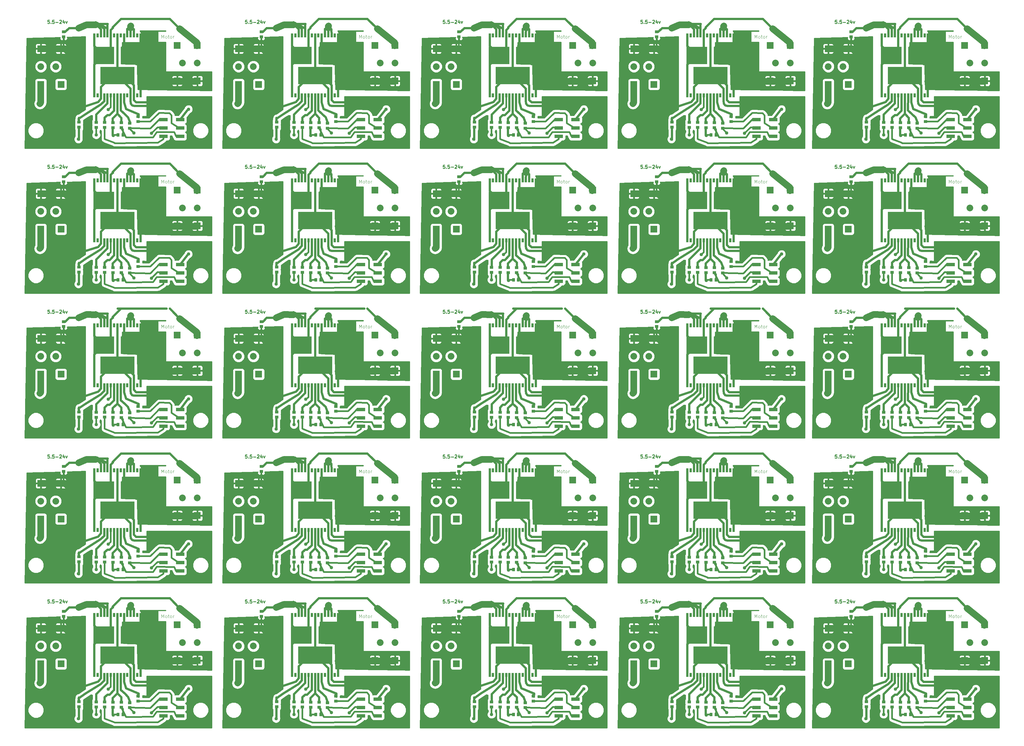
<source format=gtl>
G04 (created by PCBNEW (2013-08-24 BZR 4298)-stable) date Sat 15 Feb 2014 10:53:12 AM PST*
%MOIN*%
G04 Gerber Fmt 3.4, Leading zero omitted, Abs format*
%FSLAX34Y34*%
G01*
G70*
G90*
G04 APERTURE LIST*
%ADD10C,0.005906*%
%ADD11C,0.009843*%
%ADD12C,0.004921*%
%ADD13C,0.080000*%
%ADD14R,0.078700X0.078700*%
%ADD15R,0.026378X0.051181*%
%ADD16R,0.245276X0.206693*%
%ADD17R,0.405512X0.206693*%
%ADD18C,0.020000*%
%ADD19R,0.100000X0.039000*%
%ADD20R,0.039400X0.035400*%
%ADD21R,0.035400X0.039400*%
%ADD22C,0.040000*%
%ADD23C,0.027559*%
%ADD24C,0.019685*%
%ADD25C,0.078740*%
%ADD26C,0.010000*%
G04 APERTURE END LIST*
G54D10*
G54D11*
X106721Y-79705D02*
X106533Y-79705D01*
X106514Y-79893D01*
X106533Y-79874D01*
X106571Y-79855D01*
X106664Y-79855D01*
X106702Y-79874D01*
X106721Y-79893D01*
X106739Y-79930D01*
X106739Y-80024D01*
X106721Y-80061D01*
X106702Y-80080D01*
X106664Y-80099D01*
X106571Y-80099D01*
X106533Y-80080D01*
X106514Y-80061D01*
X106908Y-80061D02*
X106927Y-80080D01*
X106908Y-80099D01*
X106889Y-80080D01*
X106908Y-80061D01*
X106908Y-80099D01*
X107283Y-79705D02*
X107095Y-79705D01*
X107077Y-79893D01*
X107095Y-79874D01*
X107133Y-79855D01*
X107227Y-79855D01*
X107264Y-79874D01*
X107283Y-79893D01*
X107302Y-79930D01*
X107302Y-80024D01*
X107283Y-80061D01*
X107264Y-80080D01*
X107227Y-80099D01*
X107133Y-80099D01*
X107095Y-80080D01*
X107077Y-80061D01*
X107470Y-79949D02*
X107770Y-79949D01*
X107939Y-79743D02*
X107958Y-79724D01*
X107995Y-79705D01*
X108089Y-79705D01*
X108127Y-79724D01*
X108145Y-79743D01*
X108164Y-79780D01*
X108164Y-79818D01*
X108145Y-79874D01*
X107920Y-80099D01*
X108164Y-80099D01*
X108502Y-79836D02*
X108502Y-80099D01*
X108408Y-79686D02*
X108314Y-79968D01*
X108558Y-79968D01*
X108670Y-79836D02*
X108764Y-80099D01*
X108858Y-79836D01*
G54D12*
X120144Y-81871D02*
X120144Y-81477D01*
X120275Y-81758D01*
X120406Y-81477D01*
X120406Y-81871D01*
X120650Y-81871D02*
X120613Y-81852D01*
X120594Y-81833D01*
X120575Y-81796D01*
X120575Y-81683D01*
X120594Y-81646D01*
X120613Y-81627D01*
X120650Y-81608D01*
X120706Y-81608D01*
X120744Y-81627D01*
X120763Y-81646D01*
X120781Y-81683D01*
X120781Y-81796D01*
X120763Y-81833D01*
X120744Y-81852D01*
X120706Y-81871D01*
X120650Y-81871D01*
X120894Y-81608D02*
X121044Y-81608D01*
X120950Y-81477D02*
X120950Y-81814D01*
X120969Y-81852D01*
X121006Y-81871D01*
X121044Y-81871D01*
X121231Y-81871D02*
X121194Y-81852D01*
X121175Y-81833D01*
X121156Y-81796D01*
X121156Y-81683D01*
X121175Y-81646D01*
X121194Y-81627D01*
X121231Y-81608D01*
X121287Y-81608D01*
X121325Y-81627D01*
X121344Y-81646D01*
X121362Y-81683D01*
X121362Y-81796D01*
X121344Y-81833D01*
X121325Y-81852D01*
X121287Y-81871D01*
X121231Y-81871D01*
X121531Y-81871D02*
X121531Y-81608D01*
X121531Y-81683D02*
X121550Y-81646D01*
X121569Y-81627D01*
X121606Y-81608D01*
X121644Y-81608D01*
G54D11*
X36248Y-79705D02*
X36061Y-79705D01*
X36042Y-79893D01*
X36061Y-79874D01*
X36098Y-79855D01*
X36192Y-79855D01*
X36229Y-79874D01*
X36248Y-79893D01*
X36267Y-79930D01*
X36267Y-80024D01*
X36248Y-80061D01*
X36229Y-80080D01*
X36192Y-80099D01*
X36098Y-80099D01*
X36061Y-80080D01*
X36042Y-80061D01*
X36436Y-80061D02*
X36454Y-80080D01*
X36436Y-80099D01*
X36417Y-80080D01*
X36436Y-80061D01*
X36436Y-80099D01*
X36811Y-79705D02*
X36623Y-79705D01*
X36604Y-79893D01*
X36623Y-79874D01*
X36661Y-79855D01*
X36754Y-79855D01*
X36792Y-79874D01*
X36811Y-79893D01*
X36829Y-79930D01*
X36829Y-80024D01*
X36811Y-80061D01*
X36792Y-80080D01*
X36754Y-80099D01*
X36661Y-80099D01*
X36623Y-80080D01*
X36604Y-80061D01*
X36998Y-79949D02*
X37298Y-79949D01*
X37467Y-79743D02*
X37485Y-79724D01*
X37523Y-79705D01*
X37617Y-79705D01*
X37654Y-79724D01*
X37673Y-79743D01*
X37692Y-79780D01*
X37692Y-79818D01*
X37673Y-79874D01*
X37448Y-80099D01*
X37692Y-80099D01*
X38029Y-79836D02*
X38029Y-80099D01*
X37935Y-79686D02*
X37842Y-79968D01*
X38085Y-79968D01*
X38198Y-79836D02*
X38292Y-80099D01*
X38385Y-79836D01*
G54D12*
X49671Y-81871D02*
X49671Y-81477D01*
X49803Y-81758D01*
X49934Y-81477D01*
X49934Y-81871D01*
X50178Y-81871D02*
X50140Y-81852D01*
X50121Y-81833D01*
X50103Y-81796D01*
X50103Y-81683D01*
X50121Y-81646D01*
X50140Y-81627D01*
X50178Y-81608D01*
X50234Y-81608D01*
X50271Y-81627D01*
X50290Y-81646D01*
X50309Y-81683D01*
X50309Y-81796D01*
X50290Y-81833D01*
X50271Y-81852D01*
X50234Y-81871D01*
X50178Y-81871D01*
X50421Y-81608D02*
X50571Y-81608D01*
X50478Y-81477D02*
X50478Y-81814D01*
X50496Y-81852D01*
X50534Y-81871D01*
X50571Y-81871D01*
X50759Y-81871D02*
X50721Y-81852D01*
X50703Y-81833D01*
X50684Y-81796D01*
X50684Y-81683D01*
X50703Y-81646D01*
X50721Y-81627D01*
X50759Y-81608D01*
X50815Y-81608D01*
X50853Y-81627D01*
X50871Y-81646D01*
X50890Y-81683D01*
X50890Y-81796D01*
X50871Y-81833D01*
X50853Y-81852D01*
X50815Y-81871D01*
X50759Y-81871D01*
X51059Y-81871D02*
X51059Y-81608D01*
X51059Y-81683D02*
X51077Y-81646D01*
X51096Y-81627D01*
X51134Y-81608D01*
X51171Y-81608D01*
X26049Y-81871D02*
X26049Y-81477D01*
X26181Y-81758D01*
X26312Y-81477D01*
X26312Y-81871D01*
X26556Y-81871D02*
X26518Y-81852D01*
X26499Y-81833D01*
X26481Y-81796D01*
X26481Y-81683D01*
X26499Y-81646D01*
X26518Y-81627D01*
X26556Y-81608D01*
X26612Y-81608D01*
X26649Y-81627D01*
X26668Y-81646D01*
X26687Y-81683D01*
X26687Y-81796D01*
X26668Y-81833D01*
X26649Y-81852D01*
X26612Y-81871D01*
X26556Y-81871D01*
X26799Y-81608D02*
X26949Y-81608D01*
X26856Y-81477D02*
X26856Y-81814D01*
X26874Y-81852D01*
X26912Y-81871D01*
X26949Y-81871D01*
X27137Y-81871D02*
X27099Y-81852D01*
X27080Y-81833D01*
X27062Y-81796D01*
X27062Y-81683D01*
X27080Y-81646D01*
X27099Y-81627D01*
X27137Y-81608D01*
X27193Y-81608D01*
X27230Y-81627D01*
X27249Y-81646D01*
X27268Y-81683D01*
X27268Y-81796D01*
X27249Y-81833D01*
X27230Y-81852D01*
X27193Y-81871D01*
X27137Y-81871D01*
X27437Y-81871D02*
X27437Y-81608D01*
X27437Y-81683D02*
X27455Y-81646D01*
X27474Y-81627D01*
X27512Y-81608D01*
X27549Y-81608D01*
G54D11*
X12626Y-79705D02*
X12439Y-79705D01*
X12420Y-79893D01*
X12439Y-79874D01*
X12476Y-79855D01*
X12570Y-79855D01*
X12607Y-79874D01*
X12626Y-79893D01*
X12645Y-79930D01*
X12645Y-80024D01*
X12626Y-80061D01*
X12607Y-80080D01*
X12570Y-80099D01*
X12476Y-80099D01*
X12439Y-80080D01*
X12420Y-80061D01*
X12814Y-80061D02*
X12832Y-80080D01*
X12814Y-80099D01*
X12795Y-80080D01*
X12814Y-80061D01*
X12814Y-80099D01*
X13188Y-79705D02*
X13001Y-79705D01*
X12982Y-79893D01*
X13001Y-79874D01*
X13038Y-79855D01*
X13132Y-79855D01*
X13170Y-79874D01*
X13188Y-79893D01*
X13207Y-79930D01*
X13207Y-80024D01*
X13188Y-80061D01*
X13170Y-80080D01*
X13132Y-80099D01*
X13038Y-80099D01*
X13001Y-80080D01*
X12982Y-80061D01*
X13376Y-79949D02*
X13676Y-79949D01*
X13845Y-79743D02*
X13863Y-79724D01*
X13901Y-79705D01*
X13995Y-79705D01*
X14032Y-79724D01*
X14051Y-79743D01*
X14070Y-79780D01*
X14070Y-79818D01*
X14051Y-79874D01*
X13826Y-80099D01*
X14070Y-80099D01*
X14407Y-79836D02*
X14407Y-80099D01*
X14313Y-79686D02*
X14220Y-79968D01*
X14463Y-79968D01*
X14576Y-79836D02*
X14670Y-80099D01*
X14763Y-79836D01*
X59870Y-79705D02*
X59683Y-79705D01*
X59664Y-79893D01*
X59683Y-79874D01*
X59720Y-79855D01*
X59814Y-79855D01*
X59851Y-79874D01*
X59870Y-79893D01*
X59889Y-79930D01*
X59889Y-80024D01*
X59870Y-80061D01*
X59851Y-80080D01*
X59814Y-80099D01*
X59720Y-80099D01*
X59683Y-80080D01*
X59664Y-80061D01*
X60058Y-80061D02*
X60076Y-80080D01*
X60058Y-80099D01*
X60039Y-80080D01*
X60058Y-80061D01*
X60058Y-80099D01*
X60433Y-79705D02*
X60245Y-79705D01*
X60226Y-79893D01*
X60245Y-79874D01*
X60283Y-79855D01*
X60376Y-79855D01*
X60414Y-79874D01*
X60433Y-79893D01*
X60451Y-79930D01*
X60451Y-80024D01*
X60433Y-80061D01*
X60414Y-80080D01*
X60376Y-80099D01*
X60283Y-80099D01*
X60245Y-80080D01*
X60226Y-80061D01*
X60620Y-79949D02*
X60920Y-79949D01*
X61089Y-79743D02*
X61107Y-79724D01*
X61145Y-79705D01*
X61239Y-79705D01*
X61276Y-79724D01*
X61295Y-79743D01*
X61314Y-79780D01*
X61314Y-79818D01*
X61295Y-79874D01*
X61070Y-80099D01*
X61314Y-80099D01*
X61651Y-79836D02*
X61651Y-80099D01*
X61557Y-79686D02*
X61464Y-79968D01*
X61707Y-79968D01*
X61820Y-79836D02*
X61914Y-80099D01*
X62007Y-79836D01*
G54D12*
X73293Y-81871D02*
X73293Y-81477D01*
X73425Y-81758D01*
X73556Y-81477D01*
X73556Y-81871D01*
X73800Y-81871D02*
X73762Y-81852D01*
X73743Y-81833D01*
X73725Y-81796D01*
X73725Y-81683D01*
X73743Y-81646D01*
X73762Y-81627D01*
X73800Y-81608D01*
X73856Y-81608D01*
X73893Y-81627D01*
X73912Y-81646D01*
X73931Y-81683D01*
X73931Y-81796D01*
X73912Y-81833D01*
X73893Y-81852D01*
X73856Y-81871D01*
X73800Y-81871D01*
X74043Y-81608D02*
X74193Y-81608D01*
X74100Y-81477D02*
X74100Y-81814D01*
X74118Y-81852D01*
X74156Y-81871D01*
X74193Y-81871D01*
X74381Y-81871D02*
X74343Y-81852D01*
X74325Y-81833D01*
X74306Y-81796D01*
X74306Y-81683D01*
X74325Y-81646D01*
X74343Y-81627D01*
X74381Y-81608D01*
X74437Y-81608D01*
X74475Y-81627D01*
X74493Y-81646D01*
X74512Y-81683D01*
X74512Y-81796D01*
X74493Y-81833D01*
X74475Y-81852D01*
X74437Y-81871D01*
X74381Y-81871D01*
X74681Y-81871D02*
X74681Y-81608D01*
X74681Y-81683D02*
X74700Y-81646D01*
X74718Y-81627D01*
X74756Y-81608D01*
X74793Y-81608D01*
X96916Y-81871D02*
X96916Y-81477D01*
X97047Y-81758D01*
X97178Y-81477D01*
X97178Y-81871D01*
X97422Y-81871D02*
X97384Y-81852D01*
X97365Y-81833D01*
X97347Y-81796D01*
X97347Y-81683D01*
X97365Y-81646D01*
X97384Y-81627D01*
X97422Y-81608D01*
X97478Y-81608D01*
X97515Y-81627D01*
X97534Y-81646D01*
X97553Y-81683D01*
X97553Y-81796D01*
X97534Y-81833D01*
X97515Y-81852D01*
X97478Y-81871D01*
X97422Y-81871D01*
X97665Y-81608D02*
X97815Y-81608D01*
X97722Y-81477D02*
X97722Y-81814D01*
X97740Y-81852D01*
X97778Y-81871D01*
X97815Y-81871D01*
X98003Y-81871D02*
X97965Y-81852D01*
X97947Y-81833D01*
X97928Y-81796D01*
X97928Y-81683D01*
X97947Y-81646D01*
X97965Y-81627D01*
X98003Y-81608D01*
X98059Y-81608D01*
X98097Y-81627D01*
X98115Y-81646D01*
X98134Y-81683D01*
X98134Y-81796D01*
X98115Y-81833D01*
X98097Y-81852D01*
X98059Y-81871D01*
X98003Y-81871D01*
X98303Y-81871D02*
X98303Y-81608D01*
X98303Y-81683D02*
X98322Y-81646D01*
X98340Y-81627D01*
X98378Y-81608D01*
X98415Y-81608D01*
G54D11*
X83492Y-79705D02*
X83305Y-79705D01*
X83286Y-79893D01*
X83305Y-79874D01*
X83342Y-79855D01*
X83436Y-79855D01*
X83473Y-79874D01*
X83492Y-79893D01*
X83511Y-79930D01*
X83511Y-80024D01*
X83492Y-80061D01*
X83473Y-80080D01*
X83436Y-80099D01*
X83342Y-80099D01*
X83305Y-80080D01*
X83286Y-80061D01*
X83680Y-80061D02*
X83698Y-80080D01*
X83680Y-80099D01*
X83661Y-80080D01*
X83680Y-80061D01*
X83680Y-80099D01*
X84055Y-79705D02*
X83867Y-79705D01*
X83848Y-79893D01*
X83867Y-79874D01*
X83905Y-79855D01*
X83998Y-79855D01*
X84036Y-79874D01*
X84055Y-79893D01*
X84073Y-79930D01*
X84073Y-80024D01*
X84055Y-80061D01*
X84036Y-80080D01*
X83998Y-80099D01*
X83905Y-80099D01*
X83867Y-80080D01*
X83848Y-80061D01*
X84242Y-79949D02*
X84542Y-79949D01*
X84711Y-79743D02*
X84730Y-79724D01*
X84767Y-79705D01*
X84861Y-79705D01*
X84898Y-79724D01*
X84917Y-79743D01*
X84936Y-79780D01*
X84936Y-79818D01*
X84917Y-79874D01*
X84692Y-80099D01*
X84936Y-80099D01*
X85273Y-79836D02*
X85273Y-80099D01*
X85179Y-79686D02*
X85086Y-79968D01*
X85329Y-79968D01*
X85442Y-79836D02*
X85536Y-80099D01*
X85629Y-79836D01*
X36248Y-45059D02*
X36061Y-45059D01*
X36042Y-45247D01*
X36061Y-45228D01*
X36098Y-45209D01*
X36192Y-45209D01*
X36229Y-45228D01*
X36248Y-45247D01*
X36267Y-45284D01*
X36267Y-45378D01*
X36248Y-45416D01*
X36229Y-45434D01*
X36192Y-45453D01*
X36098Y-45453D01*
X36061Y-45434D01*
X36042Y-45416D01*
X36436Y-45416D02*
X36454Y-45434D01*
X36436Y-45453D01*
X36417Y-45434D01*
X36436Y-45416D01*
X36436Y-45453D01*
X36811Y-45059D02*
X36623Y-45059D01*
X36604Y-45247D01*
X36623Y-45228D01*
X36661Y-45209D01*
X36754Y-45209D01*
X36792Y-45228D01*
X36811Y-45247D01*
X36829Y-45284D01*
X36829Y-45378D01*
X36811Y-45416D01*
X36792Y-45434D01*
X36754Y-45453D01*
X36661Y-45453D01*
X36623Y-45434D01*
X36604Y-45416D01*
X36998Y-45303D02*
X37298Y-45303D01*
X37467Y-45097D02*
X37485Y-45078D01*
X37523Y-45059D01*
X37617Y-45059D01*
X37654Y-45078D01*
X37673Y-45097D01*
X37692Y-45134D01*
X37692Y-45172D01*
X37673Y-45228D01*
X37448Y-45453D01*
X37692Y-45453D01*
X38029Y-45191D02*
X38029Y-45453D01*
X37935Y-45041D02*
X37842Y-45322D01*
X38085Y-45322D01*
X38198Y-45191D02*
X38292Y-45453D01*
X38385Y-45191D01*
G54D12*
X49671Y-47225D02*
X49671Y-46831D01*
X49803Y-47112D01*
X49934Y-46831D01*
X49934Y-47225D01*
X50178Y-47225D02*
X50140Y-47206D01*
X50121Y-47187D01*
X50103Y-47150D01*
X50103Y-47037D01*
X50121Y-47000D01*
X50140Y-46981D01*
X50178Y-46962D01*
X50234Y-46962D01*
X50271Y-46981D01*
X50290Y-47000D01*
X50309Y-47037D01*
X50309Y-47150D01*
X50290Y-47187D01*
X50271Y-47206D01*
X50234Y-47225D01*
X50178Y-47225D01*
X50421Y-46962D02*
X50571Y-46962D01*
X50478Y-46831D02*
X50478Y-47169D01*
X50496Y-47206D01*
X50534Y-47225D01*
X50571Y-47225D01*
X50759Y-47225D02*
X50721Y-47206D01*
X50703Y-47187D01*
X50684Y-47150D01*
X50684Y-47037D01*
X50703Y-47000D01*
X50721Y-46981D01*
X50759Y-46962D01*
X50815Y-46962D01*
X50853Y-46981D01*
X50871Y-47000D01*
X50890Y-47037D01*
X50890Y-47150D01*
X50871Y-47187D01*
X50853Y-47206D01*
X50815Y-47225D01*
X50759Y-47225D01*
X51059Y-47225D02*
X51059Y-46962D01*
X51059Y-47037D02*
X51077Y-47000D01*
X51096Y-46981D01*
X51134Y-46962D01*
X51171Y-46962D01*
X26049Y-47225D02*
X26049Y-46831D01*
X26181Y-47112D01*
X26312Y-46831D01*
X26312Y-47225D01*
X26556Y-47225D02*
X26518Y-47206D01*
X26499Y-47187D01*
X26481Y-47150D01*
X26481Y-47037D01*
X26499Y-47000D01*
X26518Y-46981D01*
X26556Y-46962D01*
X26612Y-46962D01*
X26649Y-46981D01*
X26668Y-47000D01*
X26687Y-47037D01*
X26687Y-47150D01*
X26668Y-47187D01*
X26649Y-47206D01*
X26612Y-47225D01*
X26556Y-47225D01*
X26799Y-46962D02*
X26949Y-46962D01*
X26856Y-46831D02*
X26856Y-47169D01*
X26874Y-47206D01*
X26912Y-47225D01*
X26949Y-47225D01*
X27137Y-47225D02*
X27099Y-47206D01*
X27080Y-47187D01*
X27062Y-47150D01*
X27062Y-47037D01*
X27080Y-47000D01*
X27099Y-46981D01*
X27137Y-46962D01*
X27193Y-46962D01*
X27230Y-46981D01*
X27249Y-47000D01*
X27268Y-47037D01*
X27268Y-47150D01*
X27249Y-47187D01*
X27230Y-47206D01*
X27193Y-47225D01*
X27137Y-47225D01*
X27437Y-47225D02*
X27437Y-46962D01*
X27437Y-47037D02*
X27455Y-47000D01*
X27474Y-46981D01*
X27512Y-46962D01*
X27549Y-46962D01*
G54D11*
X12626Y-45059D02*
X12439Y-45059D01*
X12420Y-45247D01*
X12439Y-45228D01*
X12476Y-45209D01*
X12570Y-45209D01*
X12607Y-45228D01*
X12626Y-45247D01*
X12645Y-45284D01*
X12645Y-45378D01*
X12626Y-45416D01*
X12607Y-45434D01*
X12570Y-45453D01*
X12476Y-45453D01*
X12439Y-45434D01*
X12420Y-45416D01*
X12814Y-45416D02*
X12832Y-45434D01*
X12814Y-45453D01*
X12795Y-45434D01*
X12814Y-45416D01*
X12814Y-45453D01*
X13188Y-45059D02*
X13001Y-45059D01*
X12982Y-45247D01*
X13001Y-45228D01*
X13038Y-45209D01*
X13132Y-45209D01*
X13170Y-45228D01*
X13188Y-45247D01*
X13207Y-45284D01*
X13207Y-45378D01*
X13188Y-45416D01*
X13170Y-45434D01*
X13132Y-45453D01*
X13038Y-45453D01*
X13001Y-45434D01*
X12982Y-45416D01*
X13376Y-45303D02*
X13676Y-45303D01*
X13845Y-45097D02*
X13863Y-45078D01*
X13901Y-45059D01*
X13995Y-45059D01*
X14032Y-45078D01*
X14051Y-45097D01*
X14070Y-45134D01*
X14070Y-45172D01*
X14051Y-45228D01*
X13826Y-45453D01*
X14070Y-45453D01*
X14407Y-45191D02*
X14407Y-45453D01*
X14313Y-45041D02*
X14220Y-45322D01*
X14463Y-45322D01*
X14576Y-45191D02*
X14670Y-45453D01*
X14763Y-45191D01*
X59870Y-45059D02*
X59683Y-45059D01*
X59664Y-45247D01*
X59683Y-45228D01*
X59720Y-45209D01*
X59814Y-45209D01*
X59851Y-45228D01*
X59870Y-45247D01*
X59889Y-45284D01*
X59889Y-45378D01*
X59870Y-45416D01*
X59851Y-45434D01*
X59814Y-45453D01*
X59720Y-45453D01*
X59683Y-45434D01*
X59664Y-45416D01*
X60058Y-45416D02*
X60076Y-45434D01*
X60058Y-45453D01*
X60039Y-45434D01*
X60058Y-45416D01*
X60058Y-45453D01*
X60433Y-45059D02*
X60245Y-45059D01*
X60226Y-45247D01*
X60245Y-45228D01*
X60283Y-45209D01*
X60376Y-45209D01*
X60414Y-45228D01*
X60433Y-45247D01*
X60451Y-45284D01*
X60451Y-45378D01*
X60433Y-45416D01*
X60414Y-45434D01*
X60376Y-45453D01*
X60283Y-45453D01*
X60245Y-45434D01*
X60226Y-45416D01*
X60620Y-45303D02*
X60920Y-45303D01*
X61089Y-45097D02*
X61107Y-45078D01*
X61145Y-45059D01*
X61239Y-45059D01*
X61276Y-45078D01*
X61295Y-45097D01*
X61314Y-45134D01*
X61314Y-45172D01*
X61295Y-45228D01*
X61070Y-45453D01*
X61314Y-45453D01*
X61651Y-45191D02*
X61651Y-45453D01*
X61557Y-45041D02*
X61464Y-45322D01*
X61707Y-45322D01*
X61820Y-45191D02*
X61914Y-45453D01*
X62007Y-45191D01*
G54D12*
X73293Y-47225D02*
X73293Y-46831D01*
X73425Y-47112D01*
X73556Y-46831D01*
X73556Y-47225D01*
X73800Y-47225D02*
X73762Y-47206D01*
X73743Y-47187D01*
X73725Y-47150D01*
X73725Y-47037D01*
X73743Y-47000D01*
X73762Y-46981D01*
X73800Y-46962D01*
X73856Y-46962D01*
X73893Y-46981D01*
X73912Y-47000D01*
X73931Y-47037D01*
X73931Y-47150D01*
X73912Y-47187D01*
X73893Y-47206D01*
X73856Y-47225D01*
X73800Y-47225D01*
X74043Y-46962D02*
X74193Y-46962D01*
X74100Y-46831D02*
X74100Y-47169D01*
X74118Y-47206D01*
X74156Y-47225D01*
X74193Y-47225D01*
X74381Y-47225D02*
X74343Y-47206D01*
X74325Y-47187D01*
X74306Y-47150D01*
X74306Y-47037D01*
X74325Y-47000D01*
X74343Y-46981D01*
X74381Y-46962D01*
X74437Y-46962D01*
X74475Y-46981D01*
X74493Y-47000D01*
X74512Y-47037D01*
X74512Y-47150D01*
X74493Y-47187D01*
X74475Y-47206D01*
X74437Y-47225D01*
X74381Y-47225D01*
X74681Y-47225D02*
X74681Y-46962D01*
X74681Y-47037D02*
X74700Y-47000D01*
X74718Y-46981D01*
X74756Y-46962D01*
X74793Y-46962D01*
X96916Y-47225D02*
X96916Y-46831D01*
X97047Y-47112D01*
X97178Y-46831D01*
X97178Y-47225D01*
X97422Y-47225D02*
X97384Y-47206D01*
X97365Y-47187D01*
X97347Y-47150D01*
X97347Y-47037D01*
X97365Y-47000D01*
X97384Y-46981D01*
X97422Y-46962D01*
X97478Y-46962D01*
X97515Y-46981D01*
X97534Y-47000D01*
X97553Y-47037D01*
X97553Y-47150D01*
X97534Y-47187D01*
X97515Y-47206D01*
X97478Y-47225D01*
X97422Y-47225D01*
X97665Y-46962D02*
X97815Y-46962D01*
X97722Y-46831D02*
X97722Y-47169D01*
X97740Y-47206D01*
X97778Y-47225D01*
X97815Y-47225D01*
X98003Y-47225D02*
X97965Y-47206D01*
X97947Y-47187D01*
X97928Y-47150D01*
X97928Y-47037D01*
X97947Y-47000D01*
X97965Y-46981D01*
X98003Y-46962D01*
X98059Y-46962D01*
X98097Y-46981D01*
X98115Y-47000D01*
X98134Y-47037D01*
X98134Y-47150D01*
X98115Y-47187D01*
X98097Y-47206D01*
X98059Y-47225D01*
X98003Y-47225D01*
X98303Y-47225D02*
X98303Y-46962D01*
X98303Y-47037D02*
X98322Y-47000D01*
X98340Y-46981D01*
X98378Y-46962D01*
X98415Y-46962D01*
G54D11*
X83492Y-45059D02*
X83305Y-45059D01*
X83286Y-45247D01*
X83305Y-45228D01*
X83342Y-45209D01*
X83436Y-45209D01*
X83473Y-45228D01*
X83492Y-45247D01*
X83511Y-45284D01*
X83511Y-45378D01*
X83492Y-45416D01*
X83473Y-45434D01*
X83436Y-45453D01*
X83342Y-45453D01*
X83305Y-45434D01*
X83286Y-45416D01*
X83680Y-45416D02*
X83698Y-45434D01*
X83680Y-45453D01*
X83661Y-45434D01*
X83680Y-45416D01*
X83680Y-45453D01*
X84055Y-45059D02*
X83867Y-45059D01*
X83848Y-45247D01*
X83867Y-45228D01*
X83905Y-45209D01*
X83998Y-45209D01*
X84036Y-45228D01*
X84055Y-45247D01*
X84073Y-45284D01*
X84073Y-45378D01*
X84055Y-45416D01*
X84036Y-45434D01*
X83998Y-45453D01*
X83905Y-45453D01*
X83867Y-45434D01*
X83848Y-45416D01*
X84242Y-45303D02*
X84542Y-45303D01*
X84711Y-45097D02*
X84730Y-45078D01*
X84767Y-45059D01*
X84861Y-45059D01*
X84898Y-45078D01*
X84917Y-45097D01*
X84936Y-45134D01*
X84936Y-45172D01*
X84917Y-45228D01*
X84692Y-45453D01*
X84936Y-45453D01*
X85273Y-45191D02*
X85273Y-45453D01*
X85179Y-45041D02*
X85086Y-45322D01*
X85329Y-45322D01*
X85442Y-45191D02*
X85536Y-45453D01*
X85629Y-45191D01*
X83492Y-62382D02*
X83305Y-62382D01*
X83286Y-62570D01*
X83305Y-62551D01*
X83342Y-62532D01*
X83436Y-62532D01*
X83473Y-62551D01*
X83492Y-62570D01*
X83511Y-62607D01*
X83511Y-62701D01*
X83492Y-62739D01*
X83473Y-62757D01*
X83436Y-62776D01*
X83342Y-62776D01*
X83305Y-62757D01*
X83286Y-62739D01*
X83680Y-62739D02*
X83698Y-62757D01*
X83680Y-62776D01*
X83661Y-62757D01*
X83680Y-62739D01*
X83680Y-62776D01*
X84055Y-62382D02*
X83867Y-62382D01*
X83848Y-62570D01*
X83867Y-62551D01*
X83905Y-62532D01*
X83998Y-62532D01*
X84036Y-62551D01*
X84055Y-62570D01*
X84073Y-62607D01*
X84073Y-62701D01*
X84055Y-62739D01*
X84036Y-62757D01*
X83998Y-62776D01*
X83905Y-62776D01*
X83867Y-62757D01*
X83848Y-62739D01*
X84242Y-62626D02*
X84542Y-62626D01*
X84711Y-62420D02*
X84730Y-62401D01*
X84767Y-62382D01*
X84861Y-62382D01*
X84898Y-62401D01*
X84917Y-62420D01*
X84936Y-62457D01*
X84936Y-62495D01*
X84917Y-62551D01*
X84692Y-62776D01*
X84936Y-62776D01*
X85273Y-62514D02*
X85273Y-62776D01*
X85179Y-62364D02*
X85086Y-62645D01*
X85329Y-62645D01*
X85442Y-62514D02*
X85536Y-62776D01*
X85629Y-62514D01*
G54D12*
X96916Y-64548D02*
X96916Y-64154D01*
X97047Y-64435D01*
X97178Y-64154D01*
X97178Y-64548D01*
X97422Y-64548D02*
X97384Y-64529D01*
X97365Y-64510D01*
X97347Y-64473D01*
X97347Y-64360D01*
X97365Y-64323D01*
X97384Y-64304D01*
X97422Y-64285D01*
X97478Y-64285D01*
X97515Y-64304D01*
X97534Y-64323D01*
X97553Y-64360D01*
X97553Y-64473D01*
X97534Y-64510D01*
X97515Y-64529D01*
X97478Y-64548D01*
X97422Y-64548D01*
X97665Y-64285D02*
X97815Y-64285D01*
X97722Y-64154D02*
X97722Y-64491D01*
X97740Y-64529D01*
X97778Y-64548D01*
X97815Y-64548D01*
X98003Y-64548D02*
X97965Y-64529D01*
X97947Y-64510D01*
X97928Y-64473D01*
X97928Y-64360D01*
X97947Y-64323D01*
X97965Y-64304D01*
X98003Y-64285D01*
X98059Y-64285D01*
X98097Y-64304D01*
X98115Y-64323D01*
X98134Y-64360D01*
X98134Y-64473D01*
X98115Y-64510D01*
X98097Y-64529D01*
X98059Y-64548D01*
X98003Y-64548D01*
X98303Y-64548D02*
X98303Y-64285D01*
X98303Y-64360D02*
X98322Y-64323D01*
X98340Y-64304D01*
X98378Y-64285D01*
X98415Y-64285D01*
X73293Y-64548D02*
X73293Y-64154D01*
X73425Y-64435D01*
X73556Y-64154D01*
X73556Y-64548D01*
X73800Y-64548D02*
X73762Y-64529D01*
X73743Y-64510D01*
X73725Y-64473D01*
X73725Y-64360D01*
X73743Y-64323D01*
X73762Y-64304D01*
X73800Y-64285D01*
X73856Y-64285D01*
X73893Y-64304D01*
X73912Y-64323D01*
X73931Y-64360D01*
X73931Y-64473D01*
X73912Y-64510D01*
X73893Y-64529D01*
X73856Y-64548D01*
X73800Y-64548D01*
X74043Y-64285D02*
X74193Y-64285D01*
X74100Y-64154D02*
X74100Y-64491D01*
X74118Y-64529D01*
X74156Y-64548D01*
X74193Y-64548D01*
X74381Y-64548D02*
X74343Y-64529D01*
X74325Y-64510D01*
X74306Y-64473D01*
X74306Y-64360D01*
X74325Y-64323D01*
X74343Y-64304D01*
X74381Y-64285D01*
X74437Y-64285D01*
X74475Y-64304D01*
X74493Y-64323D01*
X74512Y-64360D01*
X74512Y-64473D01*
X74493Y-64510D01*
X74475Y-64529D01*
X74437Y-64548D01*
X74381Y-64548D01*
X74681Y-64548D02*
X74681Y-64285D01*
X74681Y-64360D02*
X74700Y-64323D01*
X74718Y-64304D01*
X74756Y-64285D01*
X74793Y-64285D01*
G54D11*
X59870Y-62382D02*
X59683Y-62382D01*
X59664Y-62570D01*
X59683Y-62551D01*
X59720Y-62532D01*
X59814Y-62532D01*
X59851Y-62551D01*
X59870Y-62570D01*
X59889Y-62607D01*
X59889Y-62701D01*
X59870Y-62739D01*
X59851Y-62757D01*
X59814Y-62776D01*
X59720Y-62776D01*
X59683Y-62757D01*
X59664Y-62739D01*
X60058Y-62739D02*
X60076Y-62757D01*
X60058Y-62776D01*
X60039Y-62757D01*
X60058Y-62739D01*
X60058Y-62776D01*
X60433Y-62382D02*
X60245Y-62382D01*
X60226Y-62570D01*
X60245Y-62551D01*
X60283Y-62532D01*
X60376Y-62532D01*
X60414Y-62551D01*
X60433Y-62570D01*
X60451Y-62607D01*
X60451Y-62701D01*
X60433Y-62739D01*
X60414Y-62757D01*
X60376Y-62776D01*
X60283Y-62776D01*
X60245Y-62757D01*
X60226Y-62739D01*
X60620Y-62626D02*
X60920Y-62626D01*
X61089Y-62420D02*
X61107Y-62401D01*
X61145Y-62382D01*
X61239Y-62382D01*
X61276Y-62401D01*
X61295Y-62420D01*
X61314Y-62457D01*
X61314Y-62495D01*
X61295Y-62551D01*
X61070Y-62776D01*
X61314Y-62776D01*
X61651Y-62514D02*
X61651Y-62776D01*
X61557Y-62364D02*
X61464Y-62645D01*
X61707Y-62645D01*
X61820Y-62514D02*
X61914Y-62776D01*
X62007Y-62514D01*
X12626Y-62382D02*
X12439Y-62382D01*
X12420Y-62570D01*
X12439Y-62551D01*
X12476Y-62532D01*
X12570Y-62532D01*
X12607Y-62551D01*
X12626Y-62570D01*
X12645Y-62607D01*
X12645Y-62701D01*
X12626Y-62739D01*
X12607Y-62757D01*
X12570Y-62776D01*
X12476Y-62776D01*
X12439Y-62757D01*
X12420Y-62739D01*
X12814Y-62739D02*
X12832Y-62757D01*
X12814Y-62776D01*
X12795Y-62757D01*
X12814Y-62739D01*
X12814Y-62776D01*
X13188Y-62382D02*
X13001Y-62382D01*
X12982Y-62570D01*
X13001Y-62551D01*
X13038Y-62532D01*
X13132Y-62532D01*
X13170Y-62551D01*
X13188Y-62570D01*
X13207Y-62607D01*
X13207Y-62701D01*
X13188Y-62739D01*
X13170Y-62757D01*
X13132Y-62776D01*
X13038Y-62776D01*
X13001Y-62757D01*
X12982Y-62739D01*
X13376Y-62626D02*
X13676Y-62626D01*
X13845Y-62420D02*
X13863Y-62401D01*
X13901Y-62382D01*
X13995Y-62382D01*
X14032Y-62401D01*
X14051Y-62420D01*
X14070Y-62457D01*
X14070Y-62495D01*
X14051Y-62551D01*
X13826Y-62776D01*
X14070Y-62776D01*
X14407Y-62514D02*
X14407Y-62776D01*
X14313Y-62364D02*
X14220Y-62645D01*
X14463Y-62645D01*
X14576Y-62514D02*
X14670Y-62776D01*
X14763Y-62514D01*
G54D12*
X26049Y-64548D02*
X26049Y-64154D01*
X26181Y-64435D01*
X26312Y-64154D01*
X26312Y-64548D01*
X26556Y-64548D02*
X26518Y-64529D01*
X26499Y-64510D01*
X26481Y-64473D01*
X26481Y-64360D01*
X26499Y-64323D01*
X26518Y-64304D01*
X26556Y-64285D01*
X26612Y-64285D01*
X26649Y-64304D01*
X26668Y-64323D01*
X26687Y-64360D01*
X26687Y-64473D01*
X26668Y-64510D01*
X26649Y-64529D01*
X26612Y-64548D01*
X26556Y-64548D01*
X26799Y-64285D02*
X26949Y-64285D01*
X26856Y-64154D02*
X26856Y-64491D01*
X26874Y-64529D01*
X26912Y-64548D01*
X26949Y-64548D01*
X27137Y-64548D02*
X27099Y-64529D01*
X27080Y-64510D01*
X27062Y-64473D01*
X27062Y-64360D01*
X27080Y-64323D01*
X27099Y-64304D01*
X27137Y-64285D01*
X27193Y-64285D01*
X27230Y-64304D01*
X27249Y-64323D01*
X27268Y-64360D01*
X27268Y-64473D01*
X27249Y-64510D01*
X27230Y-64529D01*
X27193Y-64548D01*
X27137Y-64548D01*
X27437Y-64548D02*
X27437Y-64285D01*
X27437Y-64360D02*
X27455Y-64323D01*
X27474Y-64304D01*
X27512Y-64285D01*
X27549Y-64285D01*
X49671Y-64548D02*
X49671Y-64154D01*
X49803Y-64435D01*
X49934Y-64154D01*
X49934Y-64548D01*
X50178Y-64548D02*
X50140Y-64529D01*
X50121Y-64510D01*
X50103Y-64473D01*
X50103Y-64360D01*
X50121Y-64323D01*
X50140Y-64304D01*
X50178Y-64285D01*
X50234Y-64285D01*
X50271Y-64304D01*
X50290Y-64323D01*
X50309Y-64360D01*
X50309Y-64473D01*
X50290Y-64510D01*
X50271Y-64529D01*
X50234Y-64548D01*
X50178Y-64548D01*
X50421Y-64285D02*
X50571Y-64285D01*
X50478Y-64154D02*
X50478Y-64491D01*
X50496Y-64529D01*
X50534Y-64548D01*
X50571Y-64548D01*
X50759Y-64548D02*
X50721Y-64529D01*
X50703Y-64510D01*
X50684Y-64473D01*
X50684Y-64360D01*
X50703Y-64323D01*
X50721Y-64304D01*
X50759Y-64285D01*
X50815Y-64285D01*
X50853Y-64304D01*
X50871Y-64323D01*
X50890Y-64360D01*
X50890Y-64473D01*
X50871Y-64510D01*
X50853Y-64529D01*
X50815Y-64548D01*
X50759Y-64548D01*
X51059Y-64548D02*
X51059Y-64285D01*
X51059Y-64360D02*
X51077Y-64323D01*
X51096Y-64304D01*
X51134Y-64285D01*
X51171Y-64285D01*
G54D11*
X36248Y-62382D02*
X36061Y-62382D01*
X36042Y-62570D01*
X36061Y-62551D01*
X36098Y-62532D01*
X36192Y-62532D01*
X36229Y-62551D01*
X36248Y-62570D01*
X36267Y-62607D01*
X36267Y-62701D01*
X36248Y-62739D01*
X36229Y-62757D01*
X36192Y-62776D01*
X36098Y-62776D01*
X36061Y-62757D01*
X36042Y-62739D01*
X36436Y-62739D02*
X36454Y-62757D01*
X36436Y-62776D01*
X36417Y-62757D01*
X36436Y-62739D01*
X36436Y-62776D01*
X36811Y-62382D02*
X36623Y-62382D01*
X36604Y-62570D01*
X36623Y-62551D01*
X36661Y-62532D01*
X36754Y-62532D01*
X36792Y-62551D01*
X36811Y-62570D01*
X36829Y-62607D01*
X36829Y-62701D01*
X36811Y-62739D01*
X36792Y-62757D01*
X36754Y-62776D01*
X36661Y-62776D01*
X36623Y-62757D01*
X36604Y-62739D01*
X36998Y-62626D02*
X37298Y-62626D01*
X37467Y-62420D02*
X37485Y-62401D01*
X37523Y-62382D01*
X37617Y-62382D01*
X37654Y-62401D01*
X37673Y-62420D01*
X37692Y-62457D01*
X37692Y-62495D01*
X37673Y-62551D01*
X37448Y-62776D01*
X37692Y-62776D01*
X38029Y-62514D02*
X38029Y-62776D01*
X37935Y-62364D02*
X37842Y-62645D01*
X38085Y-62645D01*
X38198Y-62514D02*
X38292Y-62776D01*
X38385Y-62514D01*
G54D12*
X120144Y-64548D02*
X120144Y-64154D01*
X120275Y-64435D01*
X120406Y-64154D01*
X120406Y-64548D01*
X120650Y-64548D02*
X120613Y-64529D01*
X120594Y-64510D01*
X120575Y-64473D01*
X120575Y-64360D01*
X120594Y-64323D01*
X120613Y-64304D01*
X120650Y-64285D01*
X120706Y-64285D01*
X120744Y-64304D01*
X120763Y-64323D01*
X120781Y-64360D01*
X120781Y-64473D01*
X120763Y-64510D01*
X120744Y-64529D01*
X120706Y-64548D01*
X120650Y-64548D01*
X120894Y-64285D02*
X121044Y-64285D01*
X120950Y-64154D02*
X120950Y-64491D01*
X120969Y-64529D01*
X121006Y-64548D01*
X121044Y-64548D01*
X121231Y-64548D02*
X121194Y-64529D01*
X121175Y-64510D01*
X121156Y-64473D01*
X121156Y-64360D01*
X121175Y-64323D01*
X121194Y-64304D01*
X121231Y-64285D01*
X121287Y-64285D01*
X121325Y-64304D01*
X121344Y-64323D01*
X121362Y-64360D01*
X121362Y-64473D01*
X121344Y-64510D01*
X121325Y-64529D01*
X121287Y-64548D01*
X121231Y-64548D01*
X121531Y-64548D02*
X121531Y-64285D01*
X121531Y-64360D02*
X121550Y-64323D01*
X121569Y-64304D01*
X121606Y-64285D01*
X121644Y-64285D01*
G54D11*
X106721Y-62382D02*
X106533Y-62382D01*
X106514Y-62570D01*
X106533Y-62551D01*
X106571Y-62532D01*
X106664Y-62532D01*
X106702Y-62551D01*
X106721Y-62570D01*
X106739Y-62607D01*
X106739Y-62701D01*
X106721Y-62739D01*
X106702Y-62757D01*
X106664Y-62776D01*
X106571Y-62776D01*
X106533Y-62757D01*
X106514Y-62739D01*
X106908Y-62739D02*
X106927Y-62757D01*
X106908Y-62776D01*
X106889Y-62757D01*
X106908Y-62739D01*
X106908Y-62776D01*
X107283Y-62382D02*
X107095Y-62382D01*
X107077Y-62570D01*
X107095Y-62551D01*
X107133Y-62532D01*
X107227Y-62532D01*
X107264Y-62551D01*
X107283Y-62570D01*
X107302Y-62607D01*
X107302Y-62701D01*
X107283Y-62739D01*
X107264Y-62757D01*
X107227Y-62776D01*
X107133Y-62776D01*
X107095Y-62757D01*
X107077Y-62739D01*
X107470Y-62626D02*
X107770Y-62626D01*
X107939Y-62420D02*
X107958Y-62401D01*
X107995Y-62382D01*
X108089Y-62382D01*
X108127Y-62401D01*
X108145Y-62420D01*
X108164Y-62457D01*
X108164Y-62495D01*
X108145Y-62551D01*
X107920Y-62776D01*
X108164Y-62776D01*
X108502Y-62514D02*
X108502Y-62776D01*
X108408Y-62364D02*
X108314Y-62645D01*
X108558Y-62645D01*
X108670Y-62514D02*
X108764Y-62776D01*
X108858Y-62514D01*
X106721Y-45059D02*
X106533Y-45059D01*
X106514Y-45247D01*
X106533Y-45228D01*
X106571Y-45209D01*
X106664Y-45209D01*
X106702Y-45228D01*
X106721Y-45247D01*
X106739Y-45284D01*
X106739Y-45378D01*
X106721Y-45416D01*
X106702Y-45434D01*
X106664Y-45453D01*
X106571Y-45453D01*
X106533Y-45434D01*
X106514Y-45416D01*
X106908Y-45416D02*
X106927Y-45434D01*
X106908Y-45453D01*
X106889Y-45434D01*
X106908Y-45416D01*
X106908Y-45453D01*
X107283Y-45059D02*
X107095Y-45059D01*
X107077Y-45247D01*
X107095Y-45228D01*
X107133Y-45209D01*
X107227Y-45209D01*
X107264Y-45228D01*
X107283Y-45247D01*
X107302Y-45284D01*
X107302Y-45378D01*
X107283Y-45416D01*
X107264Y-45434D01*
X107227Y-45453D01*
X107133Y-45453D01*
X107095Y-45434D01*
X107077Y-45416D01*
X107470Y-45303D02*
X107770Y-45303D01*
X107939Y-45097D02*
X107958Y-45078D01*
X107995Y-45059D01*
X108089Y-45059D01*
X108127Y-45078D01*
X108145Y-45097D01*
X108164Y-45134D01*
X108164Y-45172D01*
X108145Y-45228D01*
X107920Y-45453D01*
X108164Y-45453D01*
X108502Y-45191D02*
X108502Y-45453D01*
X108408Y-45041D02*
X108314Y-45322D01*
X108558Y-45322D01*
X108670Y-45191D02*
X108764Y-45453D01*
X108858Y-45191D01*
G54D12*
X120144Y-47225D02*
X120144Y-46831D01*
X120275Y-47112D01*
X120406Y-46831D01*
X120406Y-47225D01*
X120650Y-47225D02*
X120613Y-47206D01*
X120594Y-47187D01*
X120575Y-47150D01*
X120575Y-47037D01*
X120594Y-47000D01*
X120613Y-46981D01*
X120650Y-46962D01*
X120706Y-46962D01*
X120744Y-46981D01*
X120763Y-47000D01*
X120781Y-47037D01*
X120781Y-47150D01*
X120763Y-47187D01*
X120744Y-47206D01*
X120706Y-47225D01*
X120650Y-47225D01*
X120894Y-46962D02*
X121044Y-46962D01*
X120950Y-46831D02*
X120950Y-47169D01*
X120969Y-47206D01*
X121006Y-47225D01*
X121044Y-47225D01*
X121231Y-47225D02*
X121194Y-47206D01*
X121175Y-47187D01*
X121156Y-47150D01*
X121156Y-47037D01*
X121175Y-47000D01*
X121194Y-46981D01*
X121231Y-46962D01*
X121287Y-46962D01*
X121325Y-46981D01*
X121344Y-47000D01*
X121362Y-47037D01*
X121362Y-47150D01*
X121344Y-47187D01*
X121325Y-47206D01*
X121287Y-47225D01*
X121231Y-47225D01*
X121531Y-47225D02*
X121531Y-46962D01*
X121531Y-47037D02*
X121550Y-47000D01*
X121569Y-46981D01*
X121606Y-46962D01*
X121644Y-46962D01*
X120144Y-12579D02*
X120144Y-12185D01*
X120275Y-12467D01*
X120406Y-12185D01*
X120406Y-12579D01*
X120650Y-12579D02*
X120613Y-12560D01*
X120594Y-12542D01*
X120575Y-12504D01*
X120575Y-12392D01*
X120594Y-12354D01*
X120613Y-12335D01*
X120650Y-12317D01*
X120706Y-12317D01*
X120744Y-12335D01*
X120763Y-12354D01*
X120781Y-12392D01*
X120781Y-12504D01*
X120763Y-12542D01*
X120744Y-12560D01*
X120706Y-12579D01*
X120650Y-12579D01*
X120894Y-12317D02*
X121044Y-12317D01*
X120950Y-12185D02*
X120950Y-12523D01*
X120969Y-12560D01*
X121006Y-12579D01*
X121044Y-12579D01*
X121231Y-12579D02*
X121194Y-12560D01*
X121175Y-12542D01*
X121156Y-12504D01*
X121156Y-12392D01*
X121175Y-12354D01*
X121194Y-12335D01*
X121231Y-12317D01*
X121287Y-12317D01*
X121325Y-12335D01*
X121344Y-12354D01*
X121362Y-12392D01*
X121362Y-12504D01*
X121344Y-12542D01*
X121325Y-12560D01*
X121287Y-12579D01*
X121231Y-12579D01*
X121531Y-12579D02*
X121531Y-12317D01*
X121531Y-12392D02*
X121550Y-12354D01*
X121569Y-12335D01*
X121606Y-12317D01*
X121644Y-12317D01*
G54D11*
X106721Y-10414D02*
X106533Y-10414D01*
X106514Y-10601D01*
X106533Y-10583D01*
X106571Y-10564D01*
X106664Y-10564D01*
X106702Y-10583D01*
X106721Y-10601D01*
X106739Y-10639D01*
X106739Y-10733D01*
X106721Y-10770D01*
X106702Y-10789D01*
X106664Y-10808D01*
X106571Y-10808D01*
X106533Y-10789D01*
X106514Y-10770D01*
X106908Y-10770D02*
X106927Y-10789D01*
X106908Y-10808D01*
X106889Y-10789D01*
X106908Y-10770D01*
X106908Y-10808D01*
X107283Y-10414D02*
X107095Y-10414D01*
X107077Y-10601D01*
X107095Y-10583D01*
X107133Y-10564D01*
X107227Y-10564D01*
X107264Y-10583D01*
X107283Y-10601D01*
X107302Y-10639D01*
X107302Y-10733D01*
X107283Y-10770D01*
X107264Y-10789D01*
X107227Y-10808D01*
X107133Y-10808D01*
X107095Y-10789D01*
X107077Y-10770D01*
X107470Y-10658D02*
X107770Y-10658D01*
X107939Y-10451D02*
X107958Y-10433D01*
X107995Y-10414D01*
X108089Y-10414D01*
X108127Y-10433D01*
X108145Y-10451D01*
X108164Y-10489D01*
X108164Y-10526D01*
X108145Y-10583D01*
X107920Y-10808D01*
X108164Y-10808D01*
X108502Y-10545D02*
X108502Y-10808D01*
X108408Y-10395D02*
X108314Y-10676D01*
X108558Y-10676D01*
X108670Y-10545D02*
X108764Y-10808D01*
X108858Y-10545D01*
X106721Y-27737D02*
X106533Y-27737D01*
X106514Y-27924D01*
X106533Y-27905D01*
X106571Y-27887D01*
X106664Y-27887D01*
X106702Y-27905D01*
X106721Y-27924D01*
X106739Y-27962D01*
X106739Y-28055D01*
X106721Y-28093D01*
X106702Y-28112D01*
X106664Y-28130D01*
X106571Y-28130D01*
X106533Y-28112D01*
X106514Y-28093D01*
X106908Y-28093D02*
X106927Y-28112D01*
X106908Y-28130D01*
X106889Y-28112D01*
X106908Y-28093D01*
X106908Y-28130D01*
X107283Y-27737D02*
X107095Y-27737D01*
X107077Y-27924D01*
X107095Y-27905D01*
X107133Y-27887D01*
X107227Y-27887D01*
X107264Y-27905D01*
X107283Y-27924D01*
X107302Y-27962D01*
X107302Y-28055D01*
X107283Y-28093D01*
X107264Y-28112D01*
X107227Y-28130D01*
X107133Y-28130D01*
X107095Y-28112D01*
X107077Y-28093D01*
X107470Y-27980D02*
X107770Y-27980D01*
X107939Y-27774D02*
X107958Y-27755D01*
X107995Y-27737D01*
X108089Y-27737D01*
X108127Y-27755D01*
X108145Y-27774D01*
X108164Y-27812D01*
X108164Y-27849D01*
X108145Y-27905D01*
X107920Y-28130D01*
X108164Y-28130D01*
X108502Y-27868D02*
X108502Y-28130D01*
X108408Y-27718D02*
X108314Y-27999D01*
X108558Y-27999D01*
X108670Y-27868D02*
X108764Y-28130D01*
X108858Y-27868D01*
G54D12*
X120144Y-29902D02*
X120144Y-29508D01*
X120275Y-29790D01*
X120406Y-29508D01*
X120406Y-29902D01*
X120650Y-29902D02*
X120613Y-29883D01*
X120594Y-29865D01*
X120575Y-29827D01*
X120575Y-29715D01*
X120594Y-29677D01*
X120613Y-29658D01*
X120650Y-29640D01*
X120706Y-29640D01*
X120744Y-29658D01*
X120763Y-29677D01*
X120781Y-29715D01*
X120781Y-29827D01*
X120763Y-29865D01*
X120744Y-29883D01*
X120706Y-29902D01*
X120650Y-29902D01*
X120894Y-29640D02*
X121044Y-29640D01*
X120950Y-29508D02*
X120950Y-29846D01*
X120969Y-29883D01*
X121006Y-29902D01*
X121044Y-29902D01*
X121231Y-29902D02*
X121194Y-29883D01*
X121175Y-29865D01*
X121156Y-29827D01*
X121156Y-29715D01*
X121175Y-29677D01*
X121194Y-29658D01*
X121231Y-29640D01*
X121287Y-29640D01*
X121325Y-29658D01*
X121344Y-29677D01*
X121362Y-29715D01*
X121362Y-29827D01*
X121344Y-29865D01*
X121325Y-29883D01*
X121287Y-29902D01*
X121231Y-29902D01*
X121531Y-29902D02*
X121531Y-29640D01*
X121531Y-29715D02*
X121550Y-29677D01*
X121569Y-29658D01*
X121606Y-29640D01*
X121644Y-29640D01*
G54D11*
X36248Y-27737D02*
X36061Y-27737D01*
X36042Y-27924D01*
X36061Y-27905D01*
X36098Y-27887D01*
X36192Y-27887D01*
X36229Y-27905D01*
X36248Y-27924D01*
X36267Y-27962D01*
X36267Y-28055D01*
X36248Y-28093D01*
X36229Y-28112D01*
X36192Y-28130D01*
X36098Y-28130D01*
X36061Y-28112D01*
X36042Y-28093D01*
X36436Y-28093D02*
X36454Y-28112D01*
X36436Y-28130D01*
X36417Y-28112D01*
X36436Y-28093D01*
X36436Y-28130D01*
X36811Y-27737D02*
X36623Y-27737D01*
X36604Y-27924D01*
X36623Y-27905D01*
X36661Y-27887D01*
X36754Y-27887D01*
X36792Y-27905D01*
X36811Y-27924D01*
X36829Y-27962D01*
X36829Y-28055D01*
X36811Y-28093D01*
X36792Y-28112D01*
X36754Y-28130D01*
X36661Y-28130D01*
X36623Y-28112D01*
X36604Y-28093D01*
X36998Y-27980D02*
X37298Y-27980D01*
X37467Y-27774D02*
X37485Y-27755D01*
X37523Y-27737D01*
X37617Y-27737D01*
X37654Y-27755D01*
X37673Y-27774D01*
X37692Y-27812D01*
X37692Y-27849D01*
X37673Y-27905D01*
X37448Y-28130D01*
X37692Y-28130D01*
X38029Y-27868D02*
X38029Y-28130D01*
X37935Y-27718D02*
X37842Y-27999D01*
X38085Y-27999D01*
X38198Y-27868D02*
X38292Y-28130D01*
X38385Y-27868D01*
G54D12*
X49671Y-29902D02*
X49671Y-29508D01*
X49803Y-29790D01*
X49934Y-29508D01*
X49934Y-29902D01*
X50178Y-29902D02*
X50140Y-29883D01*
X50121Y-29865D01*
X50103Y-29827D01*
X50103Y-29715D01*
X50121Y-29677D01*
X50140Y-29658D01*
X50178Y-29640D01*
X50234Y-29640D01*
X50271Y-29658D01*
X50290Y-29677D01*
X50309Y-29715D01*
X50309Y-29827D01*
X50290Y-29865D01*
X50271Y-29883D01*
X50234Y-29902D01*
X50178Y-29902D01*
X50421Y-29640D02*
X50571Y-29640D01*
X50478Y-29508D02*
X50478Y-29846D01*
X50496Y-29883D01*
X50534Y-29902D01*
X50571Y-29902D01*
X50759Y-29902D02*
X50721Y-29883D01*
X50703Y-29865D01*
X50684Y-29827D01*
X50684Y-29715D01*
X50703Y-29677D01*
X50721Y-29658D01*
X50759Y-29640D01*
X50815Y-29640D01*
X50853Y-29658D01*
X50871Y-29677D01*
X50890Y-29715D01*
X50890Y-29827D01*
X50871Y-29865D01*
X50853Y-29883D01*
X50815Y-29902D01*
X50759Y-29902D01*
X51059Y-29902D02*
X51059Y-29640D01*
X51059Y-29715D02*
X51077Y-29677D01*
X51096Y-29658D01*
X51134Y-29640D01*
X51171Y-29640D01*
X26049Y-29902D02*
X26049Y-29508D01*
X26181Y-29790D01*
X26312Y-29508D01*
X26312Y-29902D01*
X26556Y-29902D02*
X26518Y-29883D01*
X26499Y-29865D01*
X26481Y-29827D01*
X26481Y-29715D01*
X26499Y-29677D01*
X26518Y-29658D01*
X26556Y-29640D01*
X26612Y-29640D01*
X26649Y-29658D01*
X26668Y-29677D01*
X26687Y-29715D01*
X26687Y-29827D01*
X26668Y-29865D01*
X26649Y-29883D01*
X26612Y-29902D01*
X26556Y-29902D01*
X26799Y-29640D02*
X26949Y-29640D01*
X26856Y-29508D02*
X26856Y-29846D01*
X26874Y-29883D01*
X26912Y-29902D01*
X26949Y-29902D01*
X27137Y-29902D02*
X27099Y-29883D01*
X27080Y-29865D01*
X27062Y-29827D01*
X27062Y-29715D01*
X27080Y-29677D01*
X27099Y-29658D01*
X27137Y-29640D01*
X27193Y-29640D01*
X27230Y-29658D01*
X27249Y-29677D01*
X27268Y-29715D01*
X27268Y-29827D01*
X27249Y-29865D01*
X27230Y-29883D01*
X27193Y-29902D01*
X27137Y-29902D01*
X27437Y-29902D02*
X27437Y-29640D01*
X27437Y-29715D02*
X27455Y-29677D01*
X27474Y-29658D01*
X27512Y-29640D01*
X27549Y-29640D01*
G54D11*
X12626Y-27737D02*
X12439Y-27737D01*
X12420Y-27924D01*
X12439Y-27905D01*
X12476Y-27887D01*
X12570Y-27887D01*
X12607Y-27905D01*
X12626Y-27924D01*
X12645Y-27962D01*
X12645Y-28055D01*
X12626Y-28093D01*
X12607Y-28112D01*
X12570Y-28130D01*
X12476Y-28130D01*
X12439Y-28112D01*
X12420Y-28093D01*
X12814Y-28093D02*
X12832Y-28112D01*
X12814Y-28130D01*
X12795Y-28112D01*
X12814Y-28093D01*
X12814Y-28130D01*
X13188Y-27737D02*
X13001Y-27737D01*
X12982Y-27924D01*
X13001Y-27905D01*
X13038Y-27887D01*
X13132Y-27887D01*
X13170Y-27905D01*
X13188Y-27924D01*
X13207Y-27962D01*
X13207Y-28055D01*
X13188Y-28093D01*
X13170Y-28112D01*
X13132Y-28130D01*
X13038Y-28130D01*
X13001Y-28112D01*
X12982Y-28093D01*
X13376Y-27980D02*
X13676Y-27980D01*
X13845Y-27774D02*
X13863Y-27755D01*
X13901Y-27737D01*
X13995Y-27737D01*
X14032Y-27755D01*
X14051Y-27774D01*
X14070Y-27812D01*
X14070Y-27849D01*
X14051Y-27905D01*
X13826Y-28130D01*
X14070Y-28130D01*
X14407Y-27868D02*
X14407Y-28130D01*
X14313Y-27718D02*
X14220Y-27999D01*
X14463Y-27999D01*
X14576Y-27868D02*
X14670Y-28130D01*
X14763Y-27868D01*
X59870Y-27737D02*
X59683Y-27737D01*
X59664Y-27924D01*
X59683Y-27905D01*
X59720Y-27887D01*
X59814Y-27887D01*
X59851Y-27905D01*
X59870Y-27924D01*
X59889Y-27962D01*
X59889Y-28055D01*
X59870Y-28093D01*
X59851Y-28112D01*
X59814Y-28130D01*
X59720Y-28130D01*
X59683Y-28112D01*
X59664Y-28093D01*
X60058Y-28093D02*
X60076Y-28112D01*
X60058Y-28130D01*
X60039Y-28112D01*
X60058Y-28093D01*
X60058Y-28130D01*
X60433Y-27737D02*
X60245Y-27737D01*
X60226Y-27924D01*
X60245Y-27905D01*
X60283Y-27887D01*
X60376Y-27887D01*
X60414Y-27905D01*
X60433Y-27924D01*
X60451Y-27962D01*
X60451Y-28055D01*
X60433Y-28093D01*
X60414Y-28112D01*
X60376Y-28130D01*
X60283Y-28130D01*
X60245Y-28112D01*
X60226Y-28093D01*
X60620Y-27980D02*
X60920Y-27980D01*
X61089Y-27774D02*
X61107Y-27755D01*
X61145Y-27737D01*
X61239Y-27737D01*
X61276Y-27755D01*
X61295Y-27774D01*
X61314Y-27812D01*
X61314Y-27849D01*
X61295Y-27905D01*
X61070Y-28130D01*
X61314Y-28130D01*
X61651Y-27868D02*
X61651Y-28130D01*
X61557Y-27718D02*
X61464Y-27999D01*
X61707Y-27999D01*
X61820Y-27868D02*
X61914Y-28130D01*
X62007Y-27868D01*
G54D12*
X73293Y-29902D02*
X73293Y-29508D01*
X73425Y-29790D01*
X73556Y-29508D01*
X73556Y-29902D01*
X73800Y-29902D02*
X73762Y-29883D01*
X73743Y-29865D01*
X73725Y-29827D01*
X73725Y-29715D01*
X73743Y-29677D01*
X73762Y-29658D01*
X73800Y-29640D01*
X73856Y-29640D01*
X73893Y-29658D01*
X73912Y-29677D01*
X73931Y-29715D01*
X73931Y-29827D01*
X73912Y-29865D01*
X73893Y-29883D01*
X73856Y-29902D01*
X73800Y-29902D01*
X74043Y-29640D02*
X74193Y-29640D01*
X74100Y-29508D02*
X74100Y-29846D01*
X74118Y-29883D01*
X74156Y-29902D01*
X74193Y-29902D01*
X74381Y-29902D02*
X74343Y-29883D01*
X74325Y-29865D01*
X74306Y-29827D01*
X74306Y-29715D01*
X74325Y-29677D01*
X74343Y-29658D01*
X74381Y-29640D01*
X74437Y-29640D01*
X74475Y-29658D01*
X74493Y-29677D01*
X74512Y-29715D01*
X74512Y-29827D01*
X74493Y-29865D01*
X74475Y-29883D01*
X74437Y-29902D01*
X74381Y-29902D01*
X74681Y-29902D02*
X74681Y-29640D01*
X74681Y-29715D02*
X74700Y-29677D01*
X74718Y-29658D01*
X74756Y-29640D01*
X74793Y-29640D01*
X96916Y-29902D02*
X96916Y-29508D01*
X97047Y-29790D01*
X97178Y-29508D01*
X97178Y-29902D01*
X97422Y-29902D02*
X97384Y-29883D01*
X97365Y-29865D01*
X97347Y-29827D01*
X97347Y-29715D01*
X97365Y-29677D01*
X97384Y-29658D01*
X97422Y-29640D01*
X97478Y-29640D01*
X97515Y-29658D01*
X97534Y-29677D01*
X97553Y-29715D01*
X97553Y-29827D01*
X97534Y-29865D01*
X97515Y-29883D01*
X97478Y-29902D01*
X97422Y-29902D01*
X97665Y-29640D02*
X97815Y-29640D01*
X97722Y-29508D02*
X97722Y-29846D01*
X97740Y-29883D01*
X97778Y-29902D01*
X97815Y-29902D01*
X98003Y-29902D02*
X97965Y-29883D01*
X97947Y-29865D01*
X97928Y-29827D01*
X97928Y-29715D01*
X97947Y-29677D01*
X97965Y-29658D01*
X98003Y-29640D01*
X98059Y-29640D01*
X98097Y-29658D01*
X98115Y-29677D01*
X98134Y-29715D01*
X98134Y-29827D01*
X98115Y-29865D01*
X98097Y-29883D01*
X98059Y-29902D01*
X98003Y-29902D01*
X98303Y-29902D02*
X98303Y-29640D01*
X98303Y-29715D02*
X98322Y-29677D01*
X98340Y-29658D01*
X98378Y-29640D01*
X98415Y-29640D01*
G54D11*
X83492Y-27737D02*
X83305Y-27737D01*
X83286Y-27924D01*
X83305Y-27905D01*
X83342Y-27887D01*
X83436Y-27887D01*
X83473Y-27905D01*
X83492Y-27924D01*
X83511Y-27962D01*
X83511Y-28055D01*
X83492Y-28093D01*
X83473Y-28112D01*
X83436Y-28130D01*
X83342Y-28130D01*
X83305Y-28112D01*
X83286Y-28093D01*
X83680Y-28093D02*
X83698Y-28112D01*
X83680Y-28130D01*
X83661Y-28112D01*
X83680Y-28093D01*
X83680Y-28130D01*
X84055Y-27737D02*
X83867Y-27737D01*
X83848Y-27924D01*
X83867Y-27905D01*
X83905Y-27887D01*
X83998Y-27887D01*
X84036Y-27905D01*
X84055Y-27924D01*
X84073Y-27962D01*
X84073Y-28055D01*
X84055Y-28093D01*
X84036Y-28112D01*
X83998Y-28130D01*
X83905Y-28130D01*
X83867Y-28112D01*
X83848Y-28093D01*
X84242Y-27980D02*
X84542Y-27980D01*
X84711Y-27774D02*
X84730Y-27755D01*
X84767Y-27737D01*
X84861Y-27737D01*
X84898Y-27755D01*
X84917Y-27774D01*
X84936Y-27812D01*
X84936Y-27849D01*
X84917Y-27905D01*
X84692Y-28130D01*
X84936Y-28130D01*
X85273Y-27868D02*
X85273Y-28130D01*
X85179Y-27718D02*
X85086Y-27999D01*
X85329Y-27999D01*
X85442Y-27868D02*
X85536Y-28130D01*
X85629Y-27868D01*
X83492Y-10414D02*
X83305Y-10414D01*
X83286Y-10601D01*
X83305Y-10583D01*
X83342Y-10564D01*
X83436Y-10564D01*
X83473Y-10583D01*
X83492Y-10601D01*
X83511Y-10639D01*
X83511Y-10733D01*
X83492Y-10770D01*
X83473Y-10789D01*
X83436Y-10808D01*
X83342Y-10808D01*
X83305Y-10789D01*
X83286Y-10770D01*
X83680Y-10770D02*
X83698Y-10789D01*
X83680Y-10808D01*
X83661Y-10789D01*
X83680Y-10770D01*
X83680Y-10808D01*
X84055Y-10414D02*
X83867Y-10414D01*
X83848Y-10601D01*
X83867Y-10583D01*
X83905Y-10564D01*
X83998Y-10564D01*
X84036Y-10583D01*
X84055Y-10601D01*
X84073Y-10639D01*
X84073Y-10733D01*
X84055Y-10770D01*
X84036Y-10789D01*
X83998Y-10808D01*
X83905Y-10808D01*
X83867Y-10789D01*
X83848Y-10770D01*
X84242Y-10658D02*
X84542Y-10658D01*
X84711Y-10451D02*
X84730Y-10433D01*
X84767Y-10414D01*
X84861Y-10414D01*
X84898Y-10433D01*
X84917Y-10451D01*
X84936Y-10489D01*
X84936Y-10526D01*
X84917Y-10583D01*
X84692Y-10808D01*
X84936Y-10808D01*
X85273Y-10545D02*
X85273Y-10808D01*
X85179Y-10395D02*
X85086Y-10676D01*
X85329Y-10676D01*
X85442Y-10545D02*
X85536Y-10808D01*
X85629Y-10545D01*
G54D12*
X96916Y-12579D02*
X96916Y-12185D01*
X97047Y-12467D01*
X97178Y-12185D01*
X97178Y-12579D01*
X97422Y-12579D02*
X97384Y-12560D01*
X97365Y-12542D01*
X97347Y-12504D01*
X97347Y-12392D01*
X97365Y-12354D01*
X97384Y-12335D01*
X97422Y-12317D01*
X97478Y-12317D01*
X97515Y-12335D01*
X97534Y-12354D01*
X97553Y-12392D01*
X97553Y-12504D01*
X97534Y-12542D01*
X97515Y-12560D01*
X97478Y-12579D01*
X97422Y-12579D01*
X97665Y-12317D02*
X97815Y-12317D01*
X97722Y-12185D02*
X97722Y-12523D01*
X97740Y-12560D01*
X97778Y-12579D01*
X97815Y-12579D01*
X98003Y-12579D02*
X97965Y-12560D01*
X97947Y-12542D01*
X97928Y-12504D01*
X97928Y-12392D01*
X97947Y-12354D01*
X97965Y-12335D01*
X98003Y-12317D01*
X98059Y-12317D01*
X98097Y-12335D01*
X98115Y-12354D01*
X98134Y-12392D01*
X98134Y-12504D01*
X98115Y-12542D01*
X98097Y-12560D01*
X98059Y-12579D01*
X98003Y-12579D01*
X98303Y-12579D02*
X98303Y-12317D01*
X98303Y-12392D02*
X98322Y-12354D01*
X98340Y-12335D01*
X98378Y-12317D01*
X98415Y-12317D01*
X73293Y-12579D02*
X73293Y-12185D01*
X73425Y-12467D01*
X73556Y-12185D01*
X73556Y-12579D01*
X73800Y-12579D02*
X73762Y-12560D01*
X73743Y-12542D01*
X73725Y-12504D01*
X73725Y-12392D01*
X73743Y-12354D01*
X73762Y-12335D01*
X73800Y-12317D01*
X73856Y-12317D01*
X73893Y-12335D01*
X73912Y-12354D01*
X73931Y-12392D01*
X73931Y-12504D01*
X73912Y-12542D01*
X73893Y-12560D01*
X73856Y-12579D01*
X73800Y-12579D01*
X74043Y-12317D02*
X74193Y-12317D01*
X74100Y-12185D02*
X74100Y-12523D01*
X74118Y-12560D01*
X74156Y-12579D01*
X74193Y-12579D01*
X74381Y-12579D02*
X74343Y-12560D01*
X74325Y-12542D01*
X74306Y-12504D01*
X74306Y-12392D01*
X74325Y-12354D01*
X74343Y-12335D01*
X74381Y-12317D01*
X74437Y-12317D01*
X74475Y-12335D01*
X74493Y-12354D01*
X74512Y-12392D01*
X74512Y-12504D01*
X74493Y-12542D01*
X74475Y-12560D01*
X74437Y-12579D01*
X74381Y-12579D01*
X74681Y-12579D02*
X74681Y-12317D01*
X74681Y-12392D02*
X74700Y-12354D01*
X74718Y-12335D01*
X74756Y-12317D01*
X74793Y-12317D01*
G54D11*
X59870Y-10414D02*
X59683Y-10414D01*
X59664Y-10601D01*
X59683Y-10583D01*
X59720Y-10564D01*
X59814Y-10564D01*
X59851Y-10583D01*
X59870Y-10601D01*
X59889Y-10639D01*
X59889Y-10733D01*
X59870Y-10770D01*
X59851Y-10789D01*
X59814Y-10808D01*
X59720Y-10808D01*
X59683Y-10789D01*
X59664Y-10770D01*
X60058Y-10770D02*
X60076Y-10789D01*
X60058Y-10808D01*
X60039Y-10789D01*
X60058Y-10770D01*
X60058Y-10808D01*
X60433Y-10414D02*
X60245Y-10414D01*
X60226Y-10601D01*
X60245Y-10583D01*
X60283Y-10564D01*
X60376Y-10564D01*
X60414Y-10583D01*
X60433Y-10601D01*
X60451Y-10639D01*
X60451Y-10733D01*
X60433Y-10770D01*
X60414Y-10789D01*
X60376Y-10808D01*
X60283Y-10808D01*
X60245Y-10789D01*
X60226Y-10770D01*
X60620Y-10658D02*
X60920Y-10658D01*
X61089Y-10451D02*
X61107Y-10433D01*
X61145Y-10414D01*
X61239Y-10414D01*
X61276Y-10433D01*
X61295Y-10451D01*
X61314Y-10489D01*
X61314Y-10526D01*
X61295Y-10583D01*
X61070Y-10808D01*
X61314Y-10808D01*
X61651Y-10545D02*
X61651Y-10808D01*
X61557Y-10395D02*
X61464Y-10676D01*
X61707Y-10676D01*
X61820Y-10545D02*
X61914Y-10808D01*
X62007Y-10545D01*
X12626Y-10414D02*
X12439Y-10414D01*
X12420Y-10601D01*
X12439Y-10583D01*
X12476Y-10564D01*
X12570Y-10564D01*
X12607Y-10583D01*
X12626Y-10601D01*
X12645Y-10639D01*
X12645Y-10733D01*
X12626Y-10770D01*
X12607Y-10789D01*
X12570Y-10808D01*
X12476Y-10808D01*
X12439Y-10789D01*
X12420Y-10770D01*
X12814Y-10770D02*
X12832Y-10789D01*
X12814Y-10808D01*
X12795Y-10789D01*
X12814Y-10770D01*
X12814Y-10808D01*
X13188Y-10414D02*
X13001Y-10414D01*
X12982Y-10601D01*
X13001Y-10583D01*
X13038Y-10564D01*
X13132Y-10564D01*
X13170Y-10583D01*
X13188Y-10601D01*
X13207Y-10639D01*
X13207Y-10733D01*
X13188Y-10770D01*
X13170Y-10789D01*
X13132Y-10808D01*
X13038Y-10808D01*
X13001Y-10789D01*
X12982Y-10770D01*
X13376Y-10658D02*
X13676Y-10658D01*
X13845Y-10451D02*
X13863Y-10433D01*
X13901Y-10414D01*
X13995Y-10414D01*
X14032Y-10433D01*
X14051Y-10451D01*
X14070Y-10489D01*
X14070Y-10526D01*
X14051Y-10583D01*
X13826Y-10808D01*
X14070Y-10808D01*
X14407Y-10545D02*
X14407Y-10808D01*
X14313Y-10395D02*
X14220Y-10676D01*
X14463Y-10676D01*
X14576Y-10545D02*
X14670Y-10808D01*
X14763Y-10545D01*
G54D12*
X26049Y-12579D02*
X26049Y-12185D01*
X26181Y-12467D01*
X26312Y-12185D01*
X26312Y-12579D01*
X26556Y-12579D02*
X26518Y-12560D01*
X26499Y-12542D01*
X26481Y-12504D01*
X26481Y-12392D01*
X26499Y-12354D01*
X26518Y-12335D01*
X26556Y-12317D01*
X26612Y-12317D01*
X26649Y-12335D01*
X26668Y-12354D01*
X26687Y-12392D01*
X26687Y-12504D01*
X26668Y-12542D01*
X26649Y-12560D01*
X26612Y-12579D01*
X26556Y-12579D01*
X26799Y-12317D02*
X26949Y-12317D01*
X26856Y-12185D02*
X26856Y-12523D01*
X26874Y-12560D01*
X26912Y-12579D01*
X26949Y-12579D01*
X27137Y-12579D02*
X27099Y-12560D01*
X27080Y-12542D01*
X27062Y-12504D01*
X27062Y-12392D01*
X27080Y-12354D01*
X27099Y-12335D01*
X27137Y-12317D01*
X27193Y-12317D01*
X27230Y-12335D01*
X27249Y-12354D01*
X27268Y-12392D01*
X27268Y-12504D01*
X27249Y-12542D01*
X27230Y-12560D01*
X27193Y-12579D01*
X27137Y-12579D01*
X27437Y-12579D02*
X27437Y-12317D01*
X27437Y-12392D02*
X27455Y-12354D01*
X27474Y-12335D01*
X27512Y-12317D01*
X27549Y-12317D01*
X49671Y-12579D02*
X49671Y-12185D01*
X49803Y-12467D01*
X49934Y-12185D01*
X49934Y-12579D01*
X50178Y-12579D02*
X50140Y-12560D01*
X50121Y-12542D01*
X50103Y-12504D01*
X50103Y-12392D01*
X50121Y-12354D01*
X50140Y-12335D01*
X50178Y-12317D01*
X50234Y-12317D01*
X50271Y-12335D01*
X50290Y-12354D01*
X50309Y-12392D01*
X50309Y-12504D01*
X50290Y-12542D01*
X50271Y-12560D01*
X50234Y-12579D01*
X50178Y-12579D01*
X50421Y-12317D02*
X50571Y-12317D01*
X50478Y-12185D02*
X50478Y-12523D01*
X50496Y-12560D01*
X50534Y-12579D01*
X50571Y-12579D01*
X50759Y-12579D02*
X50721Y-12560D01*
X50703Y-12542D01*
X50684Y-12504D01*
X50684Y-12392D01*
X50703Y-12354D01*
X50721Y-12335D01*
X50759Y-12317D01*
X50815Y-12317D01*
X50853Y-12335D01*
X50871Y-12354D01*
X50890Y-12392D01*
X50890Y-12504D01*
X50871Y-12542D01*
X50853Y-12560D01*
X50815Y-12579D01*
X50759Y-12579D01*
X51059Y-12579D02*
X51059Y-12317D01*
X51059Y-12392D02*
X51077Y-12354D01*
X51096Y-12335D01*
X51134Y-12317D01*
X51171Y-12317D01*
G54D11*
X36248Y-10414D02*
X36061Y-10414D01*
X36042Y-10601D01*
X36061Y-10583D01*
X36098Y-10564D01*
X36192Y-10564D01*
X36229Y-10583D01*
X36248Y-10601D01*
X36267Y-10639D01*
X36267Y-10733D01*
X36248Y-10770D01*
X36229Y-10789D01*
X36192Y-10808D01*
X36098Y-10808D01*
X36061Y-10789D01*
X36042Y-10770D01*
X36436Y-10770D02*
X36454Y-10789D01*
X36436Y-10808D01*
X36417Y-10789D01*
X36436Y-10770D01*
X36436Y-10808D01*
X36811Y-10414D02*
X36623Y-10414D01*
X36604Y-10601D01*
X36623Y-10583D01*
X36661Y-10564D01*
X36754Y-10564D01*
X36792Y-10583D01*
X36811Y-10601D01*
X36829Y-10639D01*
X36829Y-10733D01*
X36811Y-10770D01*
X36792Y-10789D01*
X36754Y-10808D01*
X36661Y-10808D01*
X36623Y-10789D01*
X36604Y-10770D01*
X36998Y-10658D02*
X37298Y-10658D01*
X37467Y-10451D02*
X37485Y-10433D01*
X37523Y-10414D01*
X37617Y-10414D01*
X37654Y-10433D01*
X37673Y-10451D01*
X37692Y-10489D01*
X37692Y-10526D01*
X37673Y-10583D01*
X37448Y-10808D01*
X37692Y-10808D01*
X38029Y-10545D02*
X38029Y-10808D01*
X37935Y-10395D02*
X37842Y-10676D01*
X38085Y-10676D01*
X38198Y-10545D02*
X38292Y-10808D01*
X38385Y-10545D01*
G54D13*
X122637Y-84842D03*
G54D14*
X124409Y-86972D03*
X122007Y-86972D03*
X124409Y-82710D03*
X122007Y-82710D03*
G54D13*
X124409Y-84842D03*
X107480Y-85251D03*
G54D14*
X105708Y-83121D03*
X108110Y-83121D03*
X105708Y-87383D03*
X108110Y-87383D03*
G54D13*
X105708Y-85251D03*
G54D15*
X115251Y-81543D03*
X115645Y-81543D03*
X116039Y-81543D03*
X116433Y-81543D03*
X116826Y-81543D03*
X117220Y-81543D03*
X117614Y-81543D03*
X117614Y-88708D03*
X117220Y-88708D03*
X116826Y-88708D03*
X116433Y-88708D03*
X116039Y-88708D03*
X115645Y-88708D03*
X115251Y-88708D03*
X112102Y-88708D03*
X112496Y-88708D03*
X112889Y-88708D03*
X113283Y-88708D03*
X113677Y-88708D03*
X114070Y-88708D03*
X114464Y-88708D03*
X114858Y-88708D03*
X114858Y-81543D03*
X114464Y-81543D03*
X114070Y-81543D03*
X113677Y-81543D03*
X113283Y-81543D03*
X112889Y-81543D03*
X112496Y-81543D03*
X112102Y-81543D03*
G54D16*
X113218Y-83925D03*
X116498Y-83925D03*
G54D17*
X114858Y-86326D03*
G54D18*
X112234Y-83137D03*
X112627Y-83137D03*
X113021Y-83137D03*
X113415Y-83137D03*
X113809Y-83137D03*
X114202Y-83137D03*
X117482Y-83137D03*
X117088Y-83137D03*
X116694Y-83137D03*
X116301Y-83137D03*
X115907Y-83137D03*
X115513Y-83137D03*
X117482Y-83531D03*
X117088Y-83531D03*
X116694Y-83531D03*
X116301Y-83531D03*
X115907Y-83531D03*
X115513Y-83531D03*
X114202Y-83531D03*
X113809Y-83531D03*
X113415Y-83531D03*
X113021Y-83531D03*
X112627Y-83531D03*
X112234Y-83531D03*
X115513Y-83925D03*
X115907Y-83925D03*
X116301Y-83925D03*
X116694Y-83925D03*
X117088Y-83925D03*
X117482Y-83925D03*
X114202Y-83925D03*
X113809Y-83925D03*
X113415Y-83925D03*
X113021Y-83925D03*
X112627Y-83925D03*
X112234Y-83925D03*
X112234Y-84318D03*
X112627Y-84318D03*
X113021Y-84318D03*
X113415Y-84318D03*
X113809Y-84318D03*
X114202Y-84318D03*
X115513Y-84318D03*
X115907Y-84318D03*
X116301Y-84318D03*
X116694Y-84318D03*
X117088Y-84318D03*
X117482Y-84318D03*
X112234Y-84712D03*
X112627Y-84712D03*
X113021Y-84712D03*
X113415Y-84712D03*
X113809Y-84712D03*
X114202Y-84712D03*
X115513Y-84712D03*
X115907Y-84712D03*
X116301Y-84712D03*
X116694Y-84712D03*
X117088Y-84712D03*
X117482Y-84712D03*
X115448Y-85539D03*
X115842Y-85539D03*
X116236Y-85539D03*
X116629Y-85539D03*
X116629Y-85933D03*
X116236Y-85933D03*
X115842Y-85933D03*
X115448Y-85933D03*
X116629Y-86326D03*
X116236Y-86326D03*
X115842Y-86326D03*
X115448Y-86326D03*
X115448Y-86720D03*
X115842Y-86720D03*
X116236Y-86720D03*
X116629Y-86720D03*
X115448Y-87114D03*
X115842Y-87114D03*
X116236Y-87114D03*
X116629Y-87114D03*
X115055Y-87114D03*
X114661Y-87114D03*
X114267Y-87114D03*
X113874Y-87114D03*
X113480Y-87114D03*
X113086Y-87114D03*
X115055Y-86720D03*
X114661Y-86720D03*
X114267Y-86720D03*
X113874Y-86720D03*
X113480Y-86720D03*
X113086Y-86720D03*
X113086Y-86326D03*
X113480Y-86326D03*
X113874Y-86326D03*
X114267Y-86326D03*
X114661Y-86326D03*
X115055Y-86326D03*
X113086Y-85933D03*
X113480Y-85933D03*
X113874Y-85933D03*
X114267Y-85933D03*
X114661Y-85933D03*
X115055Y-85933D03*
X115055Y-85539D03*
X114661Y-85539D03*
X114267Y-85539D03*
X113874Y-85539D03*
X113480Y-85539D03*
X113086Y-85539D03*
G54D19*
X120346Y-91602D03*
X120346Y-92602D03*
X120346Y-93602D03*
X122346Y-93602D03*
X122346Y-92602D03*
X122346Y-91602D03*
G54D20*
X108433Y-81101D03*
X108433Y-81693D03*
G54D21*
X114940Y-93425D03*
X115532Y-93425D03*
G54D20*
X112330Y-92536D03*
X112330Y-91944D03*
X116338Y-92618D03*
X116338Y-92026D03*
X110271Y-91908D03*
X110271Y-92500D03*
X113342Y-91932D03*
X113342Y-92524D03*
X117322Y-91831D03*
X117322Y-91239D03*
X115330Y-91975D03*
X115330Y-92567D03*
X114326Y-91963D03*
X114326Y-92555D03*
G54D13*
X52165Y-84842D03*
G54D14*
X53937Y-86972D03*
X51535Y-86972D03*
X53937Y-82710D03*
X51535Y-82710D03*
G54D13*
X53937Y-84842D03*
X37008Y-85251D03*
G54D14*
X35236Y-83121D03*
X37638Y-83121D03*
X35236Y-87383D03*
X37638Y-87383D03*
G54D13*
X35236Y-85251D03*
G54D15*
X44779Y-81543D03*
X45173Y-81543D03*
X45566Y-81543D03*
X45960Y-81543D03*
X46354Y-81543D03*
X46748Y-81543D03*
X47141Y-81543D03*
X47141Y-88708D03*
X46748Y-88708D03*
X46354Y-88708D03*
X45960Y-88708D03*
X45566Y-88708D03*
X45173Y-88708D03*
X44779Y-88708D03*
X41629Y-88708D03*
X42023Y-88708D03*
X42417Y-88708D03*
X42811Y-88708D03*
X43204Y-88708D03*
X43598Y-88708D03*
X43992Y-88708D03*
X44385Y-88708D03*
X44385Y-81543D03*
X43992Y-81543D03*
X43598Y-81543D03*
X43204Y-81543D03*
X42811Y-81543D03*
X42417Y-81543D03*
X42023Y-81543D03*
X41629Y-81543D03*
G54D16*
X42746Y-83925D03*
X46025Y-83925D03*
G54D17*
X44385Y-86326D03*
G54D18*
X41761Y-83137D03*
X42155Y-83137D03*
X42549Y-83137D03*
X42942Y-83137D03*
X43336Y-83137D03*
X43730Y-83137D03*
X47009Y-83137D03*
X46616Y-83137D03*
X46222Y-83137D03*
X45828Y-83137D03*
X45435Y-83137D03*
X45041Y-83137D03*
X47009Y-83531D03*
X46616Y-83531D03*
X46222Y-83531D03*
X45828Y-83531D03*
X45435Y-83531D03*
X45041Y-83531D03*
X43730Y-83531D03*
X43336Y-83531D03*
X42942Y-83531D03*
X42549Y-83531D03*
X42155Y-83531D03*
X41761Y-83531D03*
X45041Y-83925D03*
X45435Y-83925D03*
X45828Y-83925D03*
X46222Y-83925D03*
X46616Y-83925D03*
X47009Y-83925D03*
X43730Y-83925D03*
X43336Y-83925D03*
X42942Y-83925D03*
X42549Y-83925D03*
X42155Y-83925D03*
X41761Y-83925D03*
X41761Y-84318D03*
X42155Y-84318D03*
X42549Y-84318D03*
X42942Y-84318D03*
X43336Y-84318D03*
X43730Y-84318D03*
X45041Y-84318D03*
X45435Y-84318D03*
X45828Y-84318D03*
X46222Y-84318D03*
X46616Y-84318D03*
X47009Y-84318D03*
X41761Y-84712D03*
X42155Y-84712D03*
X42549Y-84712D03*
X42942Y-84712D03*
X43336Y-84712D03*
X43730Y-84712D03*
X45041Y-84712D03*
X45435Y-84712D03*
X45828Y-84712D03*
X46222Y-84712D03*
X46616Y-84712D03*
X47009Y-84712D03*
X44976Y-85539D03*
X45370Y-85539D03*
X45763Y-85539D03*
X46157Y-85539D03*
X46157Y-85933D03*
X45763Y-85933D03*
X45370Y-85933D03*
X44976Y-85933D03*
X46157Y-86326D03*
X45763Y-86326D03*
X45370Y-86326D03*
X44976Y-86326D03*
X44976Y-86720D03*
X45370Y-86720D03*
X45763Y-86720D03*
X46157Y-86720D03*
X44976Y-87114D03*
X45370Y-87114D03*
X45763Y-87114D03*
X46157Y-87114D03*
X44582Y-87114D03*
X44188Y-87114D03*
X43795Y-87114D03*
X43401Y-87114D03*
X43007Y-87114D03*
X42614Y-87114D03*
X44582Y-86720D03*
X44188Y-86720D03*
X43795Y-86720D03*
X43401Y-86720D03*
X43007Y-86720D03*
X42614Y-86720D03*
X42614Y-86326D03*
X43007Y-86326D03*
X43401Y-86326D03*
X43795Y-86326D03*
X44188Y-86326D03*
X44582Y-86326D03*
X42614Y-85933D03*
X43007Y-85933D03*
X43401Y-85933D03*
X43795Y-85933D03*
X44188Y-85933D03*
X44582Y-85933D03*
X44582Y-85539D03*
X44188Y-85539D03*
X43795Y-85539D03*
X43401Y-85539D03*
X43007Y-85539D03*
X42614Y-85539D03*
G54D19*
X49874Y-91602D03*
X49874Y-92602D03*
X49874Y-93602D03*
X51874Y-93602D03*
X51874Y-92602D03*
X51874Y-91602D03*
G54D20*
X37960Y-81101D03*
X37960Y-81693D03*
G54D21*
X44467Y-93425D03*
X45059Y-93425D03*
G54D20*
X41858Y-92536D03*
X41858Y-91944D03*
X45866Y-92618D03*
X45866Y-92026D03*
X39799Y-91908D03*
X39799Y-92500D03*
X42870Y-91932D03*
X42870Y-92524D03*
X46850Y-91831D03*
X46850Y-91239D03*
X44858Y-91975D03*
X44858Y-92567D03*
X43854Y-91963D03*
X43854Y-92555D03*
X20232Y-91963D03*
X20232Y-92555D03*
X21236Y-91975D03*
X21236Y-92567D03*
X23228Y-91831D03*
X23228Y-91239D03*
X19248Y-91932D03*
X19248Y-92524D03*
X16177Y-91908D03*
X16177Y-92500D03*
X22244Y-92618D03*
X22244Y-92026D03*
X18236Y-92536D03*
X18236Y-91944D03*
G54D21*
X20845Y-93425D03*
X21437Y-93425D03*
G54D20*
X14338Y-81101D03*
X14338Y-81693D03*
G54D19*
X26251Y-91602D03*
X26251Y-92602D03*
X26251Y-93602D03*
X28251Y-93602D03*
X28251Y-92602D03*
X28251Y-91602D03*
G54D15*
X21157Y-81543D03*
X21551Y-81543D03*
X21944Y-81543D03*
X22338Y-81543D03*
X22732Y-81543D03*
X23125Y-81543D03*
X23519Y-81543D03*
X23519Y-88708D03*
X23125Y-88708D03*
X22732Y-88708D03*
X22338Y-88708D03*
X21944Y-88708D03*
X21551Y-88708D03*
X21157Y-88708D03*
X18007Y-88708D03*
X18401Y-88708D03*
X18795Y-88708D03*
X19188Y-88708D03*
X19582Y-88708D03*
X19976Y-88708D03*
X20370Y-88708D03*
X20763Y-88708D03*
X20763Y-81543D03*
X20370Y-81543D03*
X19976Y-81543D03*
X19582Y-81543D03*
X19188Y-81543D03*
X18795Y-81543D03*
X18401Y-81543D03*
X18007Y-81543D03*
G54D16*
X19124Y-83925D03*
X22403Y-83925D03*
G54D17*
X20763Y-86326D03*
G54D18*
X18139Y-83137D03*
X18533Y-83137D03*
X18927Y-83137D03*
X19320Y-83137D03*
X19714Y-83137D03*
X20108Y-83137D03*
X23387Y-83137D03*
X22994Y-83137D03*
X22600Y-83137D03*
X22206Y-83137D03*
X21812Y-83137D03*
X21419Y-83137D03*
X23387Y-83531D03*
X22994Y-83531D03*
X22600Y-83531D03*
X22206Y-83531D03*
X21812Y-83531D03*
X21419Y-83531D03*
X20108Y-83531D03*
X19714Y-83531D03*
X19320Y-83531D03*
X18927Y-83531D03*
X18533Y-83531D03*
X18139Y-83531D03*
X21419Y-83925D03*
X21812Y-83925D03*
X22206Y-83925D03*
X22600Y-83925D03*
X22994Y-83925D03*
X23387Y-83925D03*
X20108Y-83925D03*
X19714Y-83925D03*
X19320Y-83925D03*
X18927Y-83925D03*
X18533Y-83925D03*
X18139Y-83925D03*
X18139Y-84318D03*
X18533Y-84318D03*
X18927Y-84318D03*
X19320Y-84318D03*
X19714Y-84318D03*
X20108Y-84318D03*
X21419Y-84318D03*
X21812Y-84318D03*
X22206Y-84318D03*
X22600Y-84318D03*
X22994Y-84318D03*
X23387Y-84318D03*
X18139Y-84712D03*
X18533Y-84712D03*
X18927Y-84712D03*
X19320Y-84712D03*
X19714Y-84712D03*
X20108Y-84712D03*
X21419Y-84712D03*
X21812Y-84712D03*
X22206Y-84712D03*
X22600Y-84712D03*
X22994Y-84712D03*
X23387Y-84712D03*
X21354Y-85539D03*
X21748Y-85539D03*
X22141Y-85539D03*
X22535Y-85539D03*
X22535Y-85933D03*
X22141Y-85933D03*
X21748Y-85933D03*
X21354Y-85933D03*
X22535Y-86326D03*
X22141Y-86326D03*
X21748Y-86326D03*
X21354Y-86326D03*
X21354Y-86720D03*
X21748Y-86720D03*
X22141Y-86720D03*
X22535Y-86720D03*
X21354Y-87114D03*
X21748Y-87114D03*
X22141Y-87114D03*
X22535Y-87114D03*
X20960Y-87114D03*
X20566Y-87114D03*
X20173Y-87114D03*
X19779Y-87114D03*
X19385Y-87114D03*
X18992Y-87114D03*
X20960Y-86720D03*
X20566Y-86720D03*
X20173Y-86720D03*
X19779Y-86720D03*
X19385Y-86720D03*
X18992Y-86720D03*
X18992Y-86326D03*
X19385Y-86326D03*
X19779Y-86326D03*
X20173Y-86326D03*
X20566Y-86326D03*
X20960Y-86326D03*
X18992Y-85933D03*
X19385Y-85933D03*
X19779Y-85933D03*
X20173Y-85933D03*
X20566Y-85933D03*
X20960Y-85933D03*
X20960Y-85539D03*
X20566Y-85539D03*
X20173Y-85539D03*
X19779Y-85539D03*
X19385Y-85539D03*
X18992Y-85539D03*
G54D13*
X13386Y-85251D03*
G54D14*
X11614Y-83121D03*
X14016Y-83121D03*
X11614Y-87383D03*
X14016Y-87383D03*
G54D13*
X11614Y-85251D03*
X28543Y-84842D03*
G54D14*
X30315Y-86972D03*
X27913Y-86972D03*
X30315Y-82710D03*
X27913Y-82710D03*
G54D13*
X30315Y-84842D03*
X75787Y-84842D03*
G54D14*
X77559Y-86972D03*
X75157Y-86972D03*
X77559Y-82710D03*
X75157Y-82710D03*
G54D13*
X77559Y-84842D03*
X60630Y-85251D03*
G54D14*
X58858Y-83121D03*
X61260Y-83121D03*
X58858Y-87383D03*
X61260Y-87383D03*
G54D13*
X58858Y-85251D03*
G54D15*
X68401Y-81543D03*
X68795Y-81543D03*
X69188Y-81543D03*
X69582Y-81543D03*
X69976Y-81543D03*
X70370Y-81543D03*
X70763Y-81543D03*
X70763Y-88708D03*
X70370Y-88708D03*
X69976Y-88708D03*
X69582Y-88708D03*
X69188Y-88708D03*
X68795Y-88708D03*
X68401Y-88708D03*
X65251Y-88708D03*
X65645Y-88708D03*
X66039Y-88708D03*
X66433Y-88708D03*
X66826Y-88708D03*
X67220Y-88708D03*
X67614Y-88708D03*
X68007Y-88708D03*
X68007Y-81543D03*
X67614Y-81543D03*
X67220Y-81543D03*
X66826Y-81543D03*
X66433Y-81543D03*
X66039Y-81543D03*
X65645Y-81543D03*
X65251Y-81543D03*
G54D16*
X66368Y-83925D03*
X69647Y-83925D03*
G54D17*
X68007Y-86326D03*
G54D18*
X65383Y-83137D03*
X65777Y-83137D03*
X66171Y-83137D03*
X66564Y-83137D03*
X66958Y-83137D03*
X67352Y-83137D03*
X70631Y-83137D03*
X70238Y-83137D03*
X69844Y-83137D03*
X69450Y-83137D03*
X69057Y-83137D03*
X68663Y-83137D03*
X70631Y-83531D03*
X70238Y-83531D03*
X69844Y-83531D03*
X69450Y-83531D03*
X69057Y-83531D03*
X68663Y-83531D03*
X67352Y-83531D03*
X66958Y-83531D03*
X66564Y-83531D03*
X66171Y-83531D03*
X65777Y-83531D03*
X65383Y-83531D03*
X68663Y-83925D03*
X69057Y-83925D03*
X69450Y-83925D03*
X69844Y-83925D03*
X70238Y-83925D03*
X70631Y-83925D03*
X67352Y-83925D03*
X66958Y-83925D03*
X66564Y-83925D03*
X66171Y-83925D03*
X65777Y-83925D03*
X65383Y-83925D03*
X65383Y-84318D03*
X65777Y-84318D03*
X66171Y-84318D03*
X66564Y-84318D03*
X66958Y-84318D03*
X67352Y-84318D03*
X68663Y-84318D03*
X69057Y-84318D03*
X69450Y-84318D03*
X69844Y-84318D03*
X70238Y-84318D03*
X70631Y-84318D03*
X65383Y-84712D03*
X65777Y-84712D03*
X66171Y-84712D03*
X66564Y-84712D03*
X66958Y-84712D03*
X67352Y-84712D03*
X68663Y-84712D03*
X69057Y-84712D03*
X69450Y-84712D03*
X69844Y-84712D03*
X70238Y-84712D03*
X70631Y-84712D03*
X68598Y-85539D03*
X68992Y-85539D03*
X69385Y-85539D03*
X69779Y-85539D03*
X69779Y-85933D03*
X69385Y-85933D03*
X68992Y-85933D03*
X68598Y-85933D03*
X69779Y-86326D03*
X69385Y-86326D03*
X68992Y-86326D03*
X68598Y-86326D03*
X68598Y-86720D03*
X68992Y-86720D03*
X69385Y-86720D03*
X69779Y-86720D03*
X68598Y-87114D03*
X68992Y-87114D03*
X69385Y-87114D03*
X69779Y-87114D03*
X68204Y-87114D03*
X67811Y-87114D03*
X67417Y-87114D03*
X67023Y-87114D03*
X66629Y-87114D03*
X66236Y-87114D03*
X68204Y-86720D03*
X67811Y-86720D03*
X67417Y-86720D03*
X67023Y-86720D03*
X66629Y-86720D03*
X66236Y-86720D03*
X66236Y-86326D03*
X66629Y-86326D03*
X67023Y-86326D03*
X67417Y-86326D03*
X67811Y-86326D03*
X68204Y-86326D03*
X66236Y-85933D03*
X66629Y-85933D03*
X67023Y-85933D03*
X67417Y-85933D03*
X67811Y-85933D03*
X68204Y-85933D03*
X68204Y-85539D03*
X67811Y-85539D03*
X67417Y-85539D03*
X67023Y-85539D03*
X66629Y-85539D03*
X66236Y-85539D03*
G54D19*
X73496Y-91602D03*
X73496Y-92602D03*
X73496Y-93602D03*
X75496Y-93602D03*
X75496Y-92602D03*
X75496Y-91602D03*
G54D20*
X61582Y-81101D03*
X61582Y-81693D03*
G54D21*
X68089Y-93425D03*
X68681Y-93425D03*
G54D20*
X65480Y-92536D03*
X65480Y-91944D03*
X69488Y-92618D03*
X69488Y-92026D03*
X63421Y-91908D03*
X63421Y-92500D03*
X66492Y-91932D03*
X66492Y-92524D03*
X70472Y-91831D03*
X70472Y-91239D03*
X68480Y-91975D03*
X68480Y-92567D03*
X67476Y-91963D03*
X67476Y-92555D03*
X91098Y-91963D03*
X91098Y-92555D03*
X92102Y-91975D03*
X92102Y-92567D03*
X94094Y-91831D03*
X94094Y-91239D03*
X90114Y-91932D03*
X90114Y-92524D03*
X87043Y-91908D03*
X87043Y-92500D03*
X93110Y-92618D03*
X93110Y-92026D03*
X89102Y-92536D03*
X89102Y-91944D03*
G54D21*
X91711Y-93425D03*
X92303Y-93425D03*
G54D20*
X85204Y-81101D03*
X85204Y-81693D03*
G54D19*
X97118Y-91602D03*
X97118Y-92602D03*
X97118Y-93602D03*
X99118Y-93602D03*
X99118Y-92602D03*
X99118Y-91602D03*
G54D15*
X92023Y-81543D03*
X92417Y-81543D03*
X92811Y-81543D03*
X93204Y-81543D03*
X93598Y-81543D03*
X93992Y-81543D03*
X94385Y-81543D03*
X94385Y-88708D03*
X93992Y-88708D03*
X93598Y-88708D03*
X93204Y-88708D03*
X92811Y-88708D03*
X92417Y-88708D03*
X92023Y-88708D03*
X88874Y-88708D03*
X89267Y-88708D03*
X89661Y-88708D03*
X90055Y-88708D03*
X90448Y-88708D03*
X90842Y-88708D03*
X91236Y-88708D03*
X91629Y-88708D03*
X91629Y-81543D03*
X91236Y-81543D03*
X90842Y-81543D03*
X90448Y-81543D03*
X90055Y-81543D03*
X89661Y-81543D03*
X89267Y-81543D03*
X88874Y-81543D03*
G54D16*
X89990Y-83925D03*
X93269Y-83925D03*
G54D17*
X91629Y-86326D03*
G54D18*
X89005Y-83137D03*
X89399Y-83137D03*
X89793Y-83137D03*
X90187Y-83137D03*
X90580Y-83137D03*
X90974Y-83137D03*
X94253Y-83137D03*
X93860Y-83137D03*
X93466Y-83137D03*
X93072Y-83137D03*
X92679Y-83137D03*
X92285Y-83137D03*
X94253Y-83531D03*
X93860Y-83531D03*
X93466Y-83531D03*
X93072Y-83531D03*
X92679Y-83531D03*
X92285Y-83531D03*
X90974Y-83531D03*
X90580Y-83531D03*
X90187Y-83531D03*
X89793Y-83531D03*
X89399Y-83531D03*
X89005Y-83531D03*
X92285Y-83925D03*
X92679Y-83925D03*
X93072Y-83925D03*
X93466Y-83925D03*
X93860Y-83925D03*
X94253Y-83925D03*
X90974Y-83925D03*
X90580Y-83925D03*
X90187Y-83925D03*
X89793Y-83925D03*
X89399Y-83925D03*
X89005Y-83925D03*
X89005Y-84318D03*
X89399Y-84318D03*
X89793Y-84318D03*
X90187Y-84318D03*
X90580Y-84318D03*
X90974Y-84318D03*
X92285Y-84318D03*
X92679Y-84318D03*
X93072Y-84318D03*
X93466Y-84318D03*
X93860Y-84318D03*
X94253Y-84318D03*
X89005Y-84712D03*
X89399Y-84712D03*
X89793Y-84712D03*
X90187Y-84712D03*
X90580Y-84712D03*
X90974Y-84712D03*
X92285Y-84712D03*
X92679Y-84712D03*
X93072Y-84712D03*
X93466Y-84712D03*
X93860Y-84712D03*
X94253Y-84712D03*
X92220Y-85539D03*
X92614Y-85539D03*
X93007Y-85539D03*
X93401Y-85539D03*
X93401Y-85933D03*
X93007Y-85933D03*
X92614Y-85933D03*
X92220Y-85933D03*
X93401Y-86326D03*
X93007Y-86326D03*
X92614Y-86326D03*
X92220Y-86326D03*
X92220Y-86720D03*
X92614Y-86720D03*
X93007Y-86720D03*
X93401Y-86720D03*
X92220Y-87114D03*
X92614Y-87114D03*
X93007Y-87114D03*
X93401Y-87114D03*
X91826Y-87114D03*
X91433Y-87114D03*
X91039Y-87114D03*
X90645Y-87114D03*
X90251Y-87114D03*
X89858Y-87114D03*
X91826Y-86720D03*
X91433Y-86720D03*
X91039Y-86720D03*
X90645Y-86720D03*
X90251Y-86720D03*
X89858Y-86720D03*
X89858Y-86326D03*
X90251Y-86326D03*
X90645Y-86326D03*
X91039Y-86326D03*
X91433Y-86326D03*
X91826Y-86326D03*
X89858Y-85933D03*
X90251Y-85933D03*
X90645Y-85933D03*
X91039Y-85933D03*
X91433Y-85933D03*
X91826Y-85933D03*
X91826Y-85539D03*
X91433Y-85539D03*
X91039Y-85539D03*
X90645Y-85539D03*
X90251Y-85539D03*
X89858Y-85539D03*
G54D13*
X84252Y-85251D03*
G54D14*
X82480Y-83121D03*
X84882Y-83121D03*
X82480Y-87383D03*
X84882Y-87383D03*
G54D13*
X82480Y-85251D03*
X99409Y-84842D03*
G54D14*
X101181Y-86972D03*
X98779Y-86972D03*
X101181Y-82710D03*
X98779Y-82710D03*
G54D13*
X101181Y-84842D03*
X52165Y-50196D03*
G54D14*
X53937Y-52326D03*
X51535Y-52326D03*
X53937Y-48064D03*
X51535Y-48064D03*
G54D13*
X53937Y-50196D03*
X37008Y-50606D03*
G54D14*
X35236Y-48476D03*
X37638Y-48476D03*
X35236Y-52738D03*
X37638Y-52738D03*
G54D13*
X35236Y-50606D03*
G54D15*
X44779Y-46897D03*
X45173Y-46897D03*
X45566Y-46897D03*
X45960Y-46897D03*
X46354Y-46897D03*
X46748Y-46897D03*
X47141Y-46897D03*
X47141Y-54062D03*
X46748Y-54062D03*
X46354Y-54062D03*
X45960Y-54062D03*
X45566Y-54062D03*
X45173Y-54062D03*
X44779Y-54062D03*
X41629Y-54062D03*
X42023Y-54062D03*
X42417Y-54062D03*
X42811Y-54062D03*
X43204Y-54062D03*
X43598Y-54062D03*
X43992Y-54062D03*
X44385Y-54062D03*
X44385Y-46897D03*
X43992Y-46897D03*
X43598Y-46897D03*
X43204Y-46897D03*
X42811Y-46897D03*
X42417Y-46897D03*
X42023Y-46897D03*
X41629Y-46897D03*
G54D16*
X42746Y-49279D03*
X46025Y-49279D03*
G54D17*
X44385Y-51681D03*
G54D18*
X41761Y-48492D03*
X42155Y-48492D03*
X42549Y-48492D03*
X42942Y-48492D03*
X43336Y-48492D03*
X43730Y-48492D03*
X47009Y-48492D03*
X46616Y-48492D03*
X46222Y-48492D03*
X45828Y-48492D03*
X45435Y-48492D03*
X45041Y-48492D03*
X47009Y-48885D03*
X46616Y-48885D03*
X46222Y-48885D03*
X45828Y-48885D03*
X45435Y-48885D03*
X45041Y-48885D03*
X43730Y-48885D03*
X43336Y-48885D03*
X42942Y-48885D03*
X42549Y-48885D03*
X42155Y-48885D03*
X41761Y-48885D03*
X45041Y-49279D03*
X45435Y-49279D03*
X45828Y-49279D03*
X46222Y-49279D03*
X46616Y-49279D03*
X47009Y-49279D03*
X43730Y-49279D03*
X43336Y-49279D03*
X42942Y-49279D03*
X42549Y-49279D03*
X42155Y-49279D03*
X41761Y-49279D03*
X41761Y-49673D03*
X42155Y-49673D03*
X42549Y-49673D03*
X42942Y-49673D03*
X43336Y-49673D03*
X43730Y-49673D03*
X45041Y-49673D03*
X45435Y-49673D03*
X45828Y-49673D03*
X46222Y-49673D03*
X46616Y-49673D03*
X47009Y-49673D03*
X41761Y-50066D03*
X42155Y-50066D03*
X42549Y-50066D03*
X42942Y-50066D03*
X43336Y-50066D03*
X43730Y-50066D03*
X45041Y-50066D03*
X45435Y-50066D03*
X45828Y-50066D03*
X46222Y-50066D03*
X46616Y-50066D03*
X47009Y-50066D03*
X44976Y-50893D03*
X45370Y-50893D03*
X45763Y-50893D03*
X46157Y-50893D03*
X46157Y-51287D03*
X45763Y-51287D03*
X45370Y-51287D03*
X44976Y-51287D03*
X46157Y-51681D03*
X45763Y-51681D03*
X45370Y-51681D03*
X44976Y-51681D03*
X44976Y-52074D03*
X45370Y-52074D03*
X45763Y-52074D03*
X46157Y-52074D03*
X44976Y-52468D03*
X45370Y-52468D03*
X45763Y-52468D03*
X46157Y-52468D03*
X44582Y-52468D03*
X44188Y-52468D03*
X43795Y-52468D03*
X43401Y-52468D03*
X43007Y-52468D03*
X42614Y-52468D03*
X44582Y-52074D03*
X44188Y-52074D03*
X43795Y-52074D03*
X43401Y-52074D03*
X43007Y-52074D03*
X42614Y-52074D03*
X42614Y-51681D03*
X43007Y-51681D03*
X43401Y-51681D03*
X43795Y-51681D03*
X44188Y-51681D03*
X44582Y-51681D03*
X42614Y-51287D03*
X43007Y-51287D03*
X43401Y-51287D03*
X43795Y-51287D03*
X44188Y-51287D03*
X44582Y-51287D03*
X44582Y-50893D03*
X44188Y-50893D03*
X43795Y-50893D03*
X43401Y-50893D03*
X43007Y-50893D03*
X42614Y-50893D03*
G54D19*
X49874Y-56956D03*
X49874Y-57956D03*
X49874Y-58956D03*
X51874Y-58956D03*
X51874Y-57956D03*
X51874Y-56956D03*
G54D20*
X37960Y-46455D03*
X37960Y-47047D03*
G54D21*
X44467Y-58779D03*
X45059Y-58779D03*
G54D20*
X41858Y-57890D03*
X41858Y-57298D03*
X45866Y-57973D03*
X45866Y-57381D03*
X39799Y-57263D03*
X39799Y-57855D03*
X42870Y-57286D03*
X42870Y-57878D03*
X46850Y-57185D03*
X46850Y-56593D03*
X44858Y-57329D03*
X44858Y-57921D03*
X43854Y-57318D03*
X43854Y-57910D03*
X20232Y-57318D03*
X20232Y-57910D03*
X21236Y-57329D03*
X21236Y-57921D03*
X23228Y-57185D03*
X23228Y-56593D03*
X19248Y-57286D03*
X19248Y-57878D03*
X16177Y-57263D03*
X16177Y-57855D03*
X22244Y-57973D03*
X22244Y-57381D03*
X18236Y-57890D03*
X18236Y-57298D03*
G54D21*
X20845Y-58779D03*
X21437Y-58779D03*
G54D20*
X14338Y-46455D03*
X14338Y-47047D03*
G54D19*
X26251Y-56956D03*
X26251Y-57956D03*
X26251Y-58956D03*
X28251Y-58956D03*
X28251Y-57956D03*
X28251Y-56956D03*
G54D15*
X21157Y-46897D03*
X21551Y-46897D03*
X21944Y-46897D03*
X22338Y-46897D03*
X22732Y-46897D03*
X23125Y-46897D03*
X23519Y-46897D03*
X23519Y-54062D03*
X23125Y-54062D03*
X22732Y-54062D03*
X22338Y-54062D03*
X21944Y-54062D03*
X21551Y-54062D03*
X21157Y-54062D03*
X18007Y-54062D03*
X18401Y-54062D03*
X18795Y-54062D03*
X19188Y-54062D03*
X19582Y-54062D03*
X19976Y-54062D03*
X20370Y-54062D03*
X20763Y-54062D03*
X20763Y-46897D03*
X20370Y-46897D03*
X19976Y-46897D03*
X19582Y-46897D03*
X19188Y-46897D03*
X18795Y-46897D03*
X18401Y-46897D03*
X18007Y-46897D03*
G54D16*
X19124Y-49279D03*
X22403Y-49279D03*
G54D17*
X20763Y-51681D03*
G54D18*
X18139Y-48492D03*
X18533Y-48492D03*
X18927Y-48492D03*
X19320Y-48492D03*
X19714Y-48492D03*
X20108Y-48492D03*
X23387Y-48492D03*
X22994Y-48492D03*
X22600Y-48492D03*
X22206Y-48492D03*
X21812Y-48492D03*
X21419Y-48492D03*
X23387Y-48885D03*
X22994Y-48885D03*
X22600Y-48885D03*
X22206Y-48885D03*
X21812Y-48885D03*
X21419Y-48885D03*
X20108Y-48885D03*
X19714Y-48885D03*
X19320Y-48885D03*
X18927Y-48885D03*
X18533Y-48885D03*
X18139Y-48885D03*
X21419Y-49279D03*
X21812Y-49279D03*
X22206Y-49279D03*
X22600Y-49279D03*
X22994Y-49279D03*
X23387Y-49279D03*
X20108Y-49279D03*
X19714Y-49279D03*
X19320Y-49279D03*
X18927Y-49279D03*
X18533Y-49279D03*
X18139Y-49279D03*
X18139Y-49673D03*
X18533Y-49673D03*
X18927Y-49673D03*
X19320Y-49673D03*
X19714Y-49673D03*
X20108Y-49673D03*
X21419Y-49673D03*
X21812Y-49673D03*
X22206Y-49673D03*
X22600Y-49673D03*
X22994Y-49673D03*
X23387Y-49673D03*
X18139Y-50066D03*
X18533Y-50066D03*
X18927Y-50066D03*
X19320Y-50066D03*
X19714Y-50066D03*
X20108Y-50066D03*
X21419Y-50066D03*
X21812Y-50066D03*
X22206Y-50066D03*
X22600Y-50066D03*
X22994Y-50066D03*
X23387Y-50066D03*
X21354Y-50893D03*
X21748Y-50893D03*
X22141Y-50893D03*
X22535Y-50893D03*
X22535Y-51287D03*
X22141Y-51287D03*
X21748Y-51287D03*
X21354Y-51287D03*
X22535Y-51681D03*
X22141Y-51681D03*
X21748Y-51681D03*
X21354Y-51681D03*
X21354Y-52074D03*
X21748Y-52074D03*
X22141Y-52074D03*
X22535Y-52074D03*
X21354Y-52468D03*
X21748Y-52468D03*
X22141Y-52468D03*
X22535Y-52468D03*
X20960Y-52468D03*
X20566Y-52468D03*
X20173Y-52468D03*
X19779Y-52468D03*
X19385Y-52468D03*
X18992Y-52468D03*
X20960Y-52074D03*
X20566Y-52074D03*
X20173Y-52074D03*
X19779Y-52074D03*
X19385Y-52074D03*
X18992Y-52074D03*
X18992Y-51681D03*
X19385Y-51681D03*
X19779Y-51681D03*
X20173Y-51681D03*
X20566Y-51681D03*
X20960Y-51681D03*
X18992Y-51287D03*
X19385Y-51287D03*
X19779Y-51287D03*
X20173Y-51287D03*
X20566Y-51287D03*
X20960Y-51287D03*
X20960Y-50893D03*
X20566Y-50893D03*
X20173Y-50893D03*
X19779Y-50893D03*
X19385Y-50893D03*
X18992Y-50893D03*
G54D13*
X13386Y-50606D03*
G54D14*
X11614Y-48476D03*
X14016Y-48476D03*
X11614Y-52738D03*
X14016Y-52738D03*
G54D13*
X11614Y-50606D03*
X28543Y-50196D03*
G54D14*
X30315Y-52326D03*
X27913Y-52326D03*
X30315Y-48064D03*
X27913Y-48064D03*
G54D13*
X30315Y-50196D03*
X75787Y-50196D03*
G54D14*
X77559Y-52326D03*
X75157Y-52326D03*
X77559Y-48064D03*
X75157Y-48064D03*
G54D13*
X77559Y-50196D03*
X60630Y-50606D03*
G54D14*
X58858Y-48476D03*
X61260Y-48476D03*
X58858Y-52738D03*
X61260Y-52738D03*
G54D13*
X58858Y-50606D03*
G54D15*
X68401Y-46897D03*
X68795Y-46897D03*
X69188Y-46897D03*
X69582Y-46897D03*
X69976Y-46897D03*
X70370Y-46897D03*
X70763Y-46897D03*
X70763Y-54062D03*
X70370Y-54062D03*
X69976Y-54062D03*
X69582Y-54062D03*
X69188Y-54062D03*
X68795Y-54062D03*
X68401Y-54062D03*
X65251Y-54062D03*
X65645Y-54062D03*
X66039Y-54062D03*
X66433Y-54062D03*
X66826Y-54062D03*
X67220Y-54062D03*
X67614Y-54062D03*
X68007Y-54062D03*
X68007Y-46897D03*
X67614Y-46897D03*
X67220Y-46897D03*
X66826Y-46897D03*
X66433Y-46897D03*
X66039Y-46897D03*
X65645Y-46897D03*
X65251Y-46897D03*
G54D16*
X66368Y-49279D03*
X69647Y-49279D03*
G54D17*
X68007Y-51681D03*
G54D18*
X65383Y-48492D03*
X65777Y-48492D03*
X66171Y-48492D03*
X66564Y-48492D03*
X66958Y-48492D03*
X67352Y-48492D03*
X70631Y-48492D03*
X70238Y-48492D03*
X69844Y-48492D03*
X69450Y-48492D03*
X69057Y-48492D03*
X68663Y-48492D03*
X70631Y-48885D03*
X70238Y-48885D03*
X69844Y-48885D03*
X69450Y-48885D03*
X69057Y-48885D03*
X68663Y-48885D03*
X67352Y-48885D03*
X66958Y-48885D03*
X66564Y-48885D03*
X66171Y-48885D03*
X65777Y-48885D03*
X65383Y-48885D03*
X68663Y-49279D03*
X69057Y-49279D03*
X69450Y-49279D03*
X69844Y-49279D03*
X70238Y-49279D03*
X70631Y-49279D03*
X67352Y-49279D03*
X66958Y-49279D03*
X66564Y-49279D03*
X66171Y-49279D03*
X65777Y-49279D03*
X65383Y-49279D03*
X65383Y-49673D03*
X65777Y-49673D03*
X66171Y-49673D03*
X66564Y-49673D03*
X66958Y-49673D03*
X67352Y-49673D03*
X68663Y-49673D03*
X69057Y-49673D03*
X69450Y-49673D03*
X69844Y-49673D03*
X70238Y-49673D03*
X70631Y-49673D03*
X65383Y-50066D03*
X65777Y-50066D03*
X66171Y-50066D03*
X66564Y-50066D03*
X66958Y-50066D03*
X67352Y-50066D03*
X68663Y-50066D03*
X69057Y-50066D03*
X69450Y-50066D03*
X69844Y-50066D03*
X70238Y-50066D03*
X70631Y-50066D03*
X68598Y-50893D03*
X68992Y-50893D03*
X69385Y-50893D03*
X69779Y-50893D03*
X69779Y-51287D03*
X69385Y-51287D03*
X68992Y-51287D03*
X68598Y-51287D03*
X69779Y-51681D03*
X69385Y-51681D03*
X68992Y-51681D03*
X68598Y-51681D03*
X68598Y-52074D03*
X68992Y-52074D03*
X69385Y-52074D03*
X69779Y-52074D03*
X68598Y-52468D03*
X68992Y-52468D03*
X69385Y-52468D03*
X69779Y-52468D03*
X68204Y-52468D03*
X67811Y-52468D03*
X67417Y-52468D03*
X67023Y-52468D03*
X66629Y-52468D03*
X66236Y-52468D03*
X68204Y-52074D03*
X67811Y-52074D03*
X67417Y-52074D03*
X67023Y-52074D03*
X66629Y-52074D03*
X66236Y-52074D03*
X66236Y-51681D03*
X66629Y-51681D03*
X67023Y-51681D03*
X67417Y-51681D03*
X67811Y-51681D03*
X68204Y-51681D03*
X66236Y-51287D03*
X66629Y-51287D03*
X67023Y-51287D03*
X67417Y-51287D03*
X67811Y-51287D03*
X68204Y-51287D03*
X68204Y-50893D03*
X67811Y-50893D03*
X67417Y-50893D03*
X67023Y-50893D03*
X66629Y-50893D03*
X66236Y-50893D03*
G54D19*
X73496Y-56956D03*
X73496Y-57956D03*
X73496Y-58956D03*
X75496Y-58956D03*
X75496Y-57956D03*
X75496Y-56956D03*
G54D20*
X61582Y-46455D03*
X61582Y-47047D03*
G54D21*
X68089Y-58779D03*
X68681Y-58779D03*
G54D20*
X65480Y-57890D03*
X65480Y-57298D03*
X69488Y-57973D03*
X69488Y-57381D03*
X63421Y-57263D03*
X63421Y-57855D03*
X66492Y-57286D03*
X66492Y-57878D03*
X70472Y-57185D03*
X70472Y-56593D03*
X68480Y-57329D03*
X68480Y-57921D03*
X67476Y-57318D03*
X67476Y-57910D03*
X91098Y-57318D03*
X91098Y-57910D03*
X92102Y-57329D03*
X92102Y-57921D03*
X94094Y-57185D03*
X94094Y-56593D03*
X90114Y-57286D03*
X90114Y-57878D03*
X87043Y-57263D03*
X87043Y-57855D03*
X93110Y-57973D03*
X93110Y-57381D03*
X89102Y-57890D03*
X89102Y-57298D03*
G54D21*
X91711Y-58779D03*
X92303Y-58779D03*
G54D20*
X85204Y-46455D03*
X85204Y-47047D03*
G54D19*
X97118Y-56956D03*
X97118Y-57956D03*
X97118Y-58956D03*
X99118Y-58956D03*
X99118Y-57956D03*
X99118Y-56956D03*
G54D15*
X92023Y-46897D03*
X92417Y-46897D03*
X92811Y-46897D03*
X93204Y-46897D03*
X93598Y-46897D03*
X93992Y-46897D03*
X94385Y-46897D03*
X94385Y-54062D03*
X93992Y-54062D03*
X93598Y-54062D03*
X93204Y-54062D03*
X92811Y-54062D03*
X92417Y-54062D03*
X92023Y-54062D03*
X88874Y-54062D03*
X89267Y-54062D03*
X89661Y-54062D03*
X90055Y-54062D03*
X90448Y-54062D03*
X90842Y-54062D03*
X91236Y-54062D03*
X91629Y-54062D03*
X91629Y-46897D03*
X91236Y-46897D03*
X90842Y-46897D03*
X90448Y-46897D03*
X90055Y-46897D03*
X89661Y-46897D03*
X89267Y-46897D03*
X88874Y-46897D03*
G54D16*
X89990Y-49279D03*
X93269Y-49279D03*
G54D17*
X91629Y-51681D03*
G54D18*
X89005Y-48492D03*
X89399Y-48492D03*
X89793Y-48492D03*
X90187Y-48492D03*
X90580Y-48492D03*
X90974Y-48492D03*
X94253Y-48492D03*
X93860Y-48492D03*
X93466Y-48492D03*
X93072Y-48492D03*
X92679Y-48492D03*
X92285Y-48492D03*
X94253Y-48885D03*
X93860Y-48885D03*
X93466Y-48885D03*
X93072Y-48885D03*
X92679Y-48885D03*
X92285Y-48885D03*
X90974Y-48885D03*
X90580Y-48885D03*
X90187Y-48885D03*
X89793Y-48885D03*
X89399Y-48885D03*
X89005Y-48885D03*
X92285Y-49279D03*
X92679Y-49279D03*
X93072Y-49279D03*
X93466Y-49279D03*
X93860Y-49279D03*
X94253Y-49279D03*
X90974Y-49279D03*
X90580Y-49279D03*
X90187Y-49279D03*
X89793Y-49279D03*
X89399Y-49279D03*
X89005Y-49279D03*
X89005Y-49673D03*
X89399Y-49673D03*
X89793Y-49673D03*
X90187Y-49673D03*
X90580Y-49673D03*
X90974Y-49673D03*
X92285Y-49673D03*
X92679Y-49673D03*
X93072Y-49673D03*
X93466Y-49673D03*
X93860Y-49673D03*
X94253Y-49673D03*
X89005Y-50066D03*
X89399Y-50066D03*
X89793Y-50066D03*
X90187Y-50066D03*
X90580Y-50066D03*
X90974Y-50066D03*
X92285Y-50066D03*
X92679Y-50066D03*
X93072Y-50066D03*
X93466Y-50066D03*
X93860Y-50066D03*
X94253Y-50066D03*
X92220Y-50893D03*
X92614Y-50893D03*
X93007Y-50893D03*
X93401Y-50893D03*
X93401Y-51287D03*
X93007Y-51287D03*
X92614Y-51287D03*
X92220Y-51287D03*
X93401Y-51681D03*
X93007Y-51681D03*
X92614Y-51681D03*
X92220Y-51681D03*
X92220Y-52074D03*
X92614Y-52074D03*
X93007Y-52074D03*
X93401Y-52074D03*
X92220Y-52468D03*
X92614Y-52468D03*
X93007Y-52468D03*
X93401Y-52468D03*
X91826Y-52468D03*
X91433Y-52468D03*
X91039Y-52468D03*
X90645Y-52468D03*
X90251Y-52468D03*
X89858Y-52468D03*
X91826Y-52074D03*
X91433Y-52074D03*
X91039Y-52074D03*
X90645Y-52074D03*
X90251Y-52074D03*
X89858Y-52074D03*
X89858Y-51681D03*
X90251Y-51681D03*
X90645Y-51681D03*
X91039Y-51681D03*
X91433Y-51681D03*
X91826Y-51681D03*
X89858Y-51287D03*
X90251Y-51287D03*
X90645Y-51287D03*
X91039Y-51287D03*
X91433Y-51287D03*
X91826Y-51287D03*
X91826Y-50893D03*
X91433Y-50893D03*
X91039Y-50893D03*
X90645Y-50893D03*
X90251Y-50893D03*
X89858Y-50893D03*
G54D13*
X84252Y-50606D03*
G54D14*
X82480Y-48476D03*
X84882Y-48476D03*
X82480Y-52738D03*
X84882Y-52738D03*
G54D13*
X82480Y-50606D03*
X99409Y-50196D03*
G54D14*
X101181Y-52326D03*
X98779Y-52326D03*
X101181Y-48064D03*
X98779Y-48064D03*
G54D13*
X101181Y-50196D03*
X99409Y-67519D03*
G54D14*
X101181Y-69649D03*
X98779Y-69649D03*
X101181Y-65387D03*
X98779Y-65387D03*
G54D13*
X101181Y-67519D03*
X84252Y-67929D03*
G54D14*
X82480Y-65799D03*
X84882Y-65799D03*
X82480Y-70061D03*
X84882Y-70061D03*
G54D13*
X82480Y-67929D03*
G54D15*
X92023Y-64220D03*
X92417Y-64220D03*
X92811Y-64220D03*
X93204Y-64220D03*
X93598Y-64220D03*
X93992Y-64220D03*
X94385Y-64220D03*
X94385Y-71385D03*
X93992Y-71385D03*
X93598Y-71385D03*
X93204Y-71385D03*
X92811Y-71385D03*
X92417Y-71385D03*
X92023Y-71385D03*
X88874Y-71385D03*
X89267Y-71385D03*
X89661Y-71385D03*
X90055Y-71385D03*
X90448Y-71385D03*
X90842Y-71385D03*
X91236Y-71385D03*
X91629Y-71385D03*
X91629Y-64220D03*
X91236Y-64220D03*
X90842Y-64220D03*
X90448Y-64220D03*
X90055Y-64220D03*
X89661Y-64220D03*
X89267Y-64220D03*
X88874Y-64220D03*
G54D16*
X89990Y-66602D03*
X93269Y-66602D03*
G54D17*
X91629Y-69003D03*
G54D18*
X89005Y-65814D03*
X89399Y-65814D03*
X89793Y-65814D03*
X90187Y-65814D03*
X90580Y-65814D03*
X90974Y-65814D03*
X94253Y-65814D03*
X93860Y-65814D03*
X93466Y-65814D03*
X93072Y-65814D03*
X92679Y-65814D03*
X92285Y-65814D03*
X94253Y-66208D03*
X93860Y-66208D03*
X93466Y-66208D03*
X93072Y-66208D03*
X92679Y-66208D03*
X92285Y-66208D03*
X90974Y-66208D03*
X90580Y-66208D03*
X90187Y-66208D03*
X89793Y-66208D03*
X89399Y-66208D03*
X89005Y-66208D03*
X92285Y-66602D03*
X92679Y-66602D03*
X93072Y-66602D03*
X93466Y-66602D03*
X93860Y-66602D03*
X94253Y-66602D03*
X90974Y-66602D03*
X90580Y-66602D03*
X90187Y-66602D03*
X89793Y-66602D03*
X89399Y-66602D03*
X89005Y-66602D03*
X89005Y-66996D03*
X89399Y-66996D03*
X89793Y-66996D03*
X90187Y-66996D03*
X90580Y-66996D03*
X90974Y-66996D03*
X92285Y-66996D03*
X92679Y-66996D03*
X93072Y-66996D03*
X93466Y-66996D03*
X93860Y-66996D03*
X94253Y-66996D03*
X89005Y-67389D03*
X89399Y-67389D03*
X89793Y-67389D03*
X90187Y-67389D03*
X90580Y-67389D03*
X90974Y-67389D03*
X92285Y-67389D03*
X92679Y-67389D03*
X93072Y-67389D03*
X93466Y-67389D03*
X93860Y-67389D03*
X94253Y-67389D03*
X92220Y-68216D03*
X92614Y-68216D03*
X93007Y-68216D03*
X93401Y-68216D03*
X93401Y-68610D03*
X93007Y-68610D03*
X92614Y-68610D03*
X92220Y-68610D03*
X93401Y-69003D03*
X93007Y-69003D03*
X92614Y-69003D03*
X92220Y-69003D03*
X92220Y-69397D03*
X92614Y-69397D03*
X93007Y-69397D03*
X93401Y-69397D03*
X92220Y-69791D03*
X92614Y-69791D03*
X93007Y-69791D03*
X93401Y-69791D03*
X91826Y-69791D03*
X91433Y-69791D03*
X91039Y-69791D03*
X90645Y-69791D03*
X90251Y-69791D03*
X89858Y-69791D03*
X91826Y-69397D03*
X91433Y-69397D03*
X91039Y-69397D03*
X90645Y-69397D03*
X90251Y-69397D03*
X89858Y-69397D03*
X89858Y-69003D03*
X90251Y-69003D03*
X90645Y-69003D03*
X91039Y-69003D03*
X91433Y-69003D03*
X91826Y-69003D03*
X89858Y-68610D03*
X90251Y-68610D03*
X90645Y-68610D03*
X91039Y-68610D03*
X91433Y-68610D03*
X91826Y-68610D03*
X91826Y-68216D03*
X91433Y-68216D03*
X91039Y-68216D03*
X90645Y-68216D03*
X90251Y-68216D03*
X89858Y-68216D03*
G54D19*
X97118Y-74279D03*
X97118Y-75279D03*
X97118Y-76279D03*
X99118Y-76279D03*
X99118Y-75279D03*
X99118Y-74279D03*
G54D20*
X85204Y-63778D03*
X85204Y-64370D03*
G54D21*
X91711Y-76102D03*
X92303Y-76102D03*
G54D20*
X89102Y-75213D03*
X89102Y-74621D03*
X93110Y-75296D03*
X93110Y-74704D03*
X87043Y-74585D03*
X87043Y-75177D03*
X90114Y-74609D03*
X90114Y-75201D03*
X94094Y-74508D03*
X94094Y-73916D03*
X92102Y-74652D03*
X92102Y-75244D03*
X91098Y-74641D03*
X91098Y-75233D03*
X67476Y-74641D03*
X67476Y-75233D03*
X68480Y-74652D03*
X68480Y-75244D03*
X70472Y-74508D03*
X70472Y-73916D03*
X66492Y-74609D03*
X66492Y-75201D03*
X63421Y-74585D03*
X63421Y-75177D03*
X69488Y-75296D03*
X69488Y-74704D03*
X65480Y-75213D03*
X65480Y-74621D03*
G54D21*
X68089Y-76102D03*
X68681Y-76102D03*
G54D20*
X61582Y-63778D03*
X61582Y-64370D03*
G54D19*
X73496Y-74279D03*
X73496Y-75279D03*
X73496Y-76279D03*
X75496Y-76279D03*
X75496Y-75279D03*
X75496Y-74279D03*
G54D15*
X68401Y-64220D03*
X68795Y-64220D03*
X69188Y-64220D03*
X69582Y-64220D03*
X69976Y-64220D03*
X70370Y-64220D03*
X70763Y-64220D03*
X70763Y-71385D03*
X70370Y-71385D03*
X69976Y-71385D03*
X69582Y-71385D03*
X69188Y-71385D03*
X68795Y-71385D03*
X68401Y-71385D03*
X65251Y-71385D03*
X65645Y-71385D03*
X66039Y-71385D03*
X66433Y-71385D03*
X66826Y-71385D03*
X67220Y-71385D03*
X67614Y-71385D03*
X68007Y-71385D03*
X68007Y-64220D03*
X67614Y-64220D03*
X67220Y-64220D03*
X66826Y-64220D03*
X66433Y-64220D03*
X66039Y-64220D03*
X65645Y-64220D03*
X65251Y-64220D03*
G54D16*
X66368Y-66602D03*
X69647Y-66602D03*
G54D17*
X68007Y-69003D03*
G54D18*
X65383Y-65814D03*
X65777Y-65814D03*
X66171Y-65814D03*
X66564Y-65814D03*
X66958Y-65814D03*
X67352Y-65814D03*
X70631Y-65814D03*
X70238Y-65814D03*
X69844Y-65814D03*
X69450Y-65814D03*
X69057Y-65814D03*
X68663Y-65814D03*
X70631Y-66208D03*
X70238Y-66208D03*
X69844Y-66208D03*
X69450Y-66208D03*
X69057Y-66208D03*
X68663Y-66208D03*
X67352Y-66208D03*
X66958Y-66208D03*
X66564Y-66208D03*
X66171Y-66208D03*
X65777Y-66208D03*
X65383Y-66208D03*
X68663Y-66602D03*
X69057Y-66602D03*
X69450Y-66602D03*
X69844Y-66602D03*
X70238Y-66602D03*
X70631Y-66602D03*
X67352Y-66602D03*
X66958Y-66602D03*
X66564Y-66602D03*
X66171Y-66602D03*
X65777Y-66602D03*
X65383Y-66602D03*
X65383Y-66996D03*
X65777Y-66996D03*
X66171Y-66996D03*
X66564Y-66996D03*
X66958Y-66996D03*
X67352Y-66996D03*
X68663Y-66996D03*
X69057Y-66996D03*
X69450Y-66996D03*
X69844Y-66996D03*
X70238Y-66996D03*
X70631Y-66996D03*
X65383Y-67389D03*
X65777Y-67389D03*
X66171Y-67389D03*
X66564Y-67389D03*
X66958Y-67389D03*
X67352Y-67389D03*
X68663Y-67389D03*
X69057Y-67389D03*
X69450Y-67389D03*
X69844Y-67389D03*
X70238Y-67389D03*
X70631Y-67389D03*
X68598Y-68216D03*
X68992Y-68216D03*
X69385Y-68216D03*
X69779Y-68216D03*
X69779Y-68610D03*
X69385Y-68610D03*
X68992Y-68610D03*
X68598Y-68610D03*
X69779Y-69003D03*
X69385Y-69003D03*
X68992Y-69003D03*
X68598Y-69003D03*
X68598Y-69397D03*
X68992Y-69397D03*
X69385Y-69397D03*
X69779Y-69397D03*
X68598Y-69791D03*
X68992Y-69791D03*
X69385Y-69791D03*
X69779Y-69791D03*
X68204Y-69791D03*
X67811Y-69791D03*
X67417Y-69791D03*
X67023Y-69791D03*
X66629Y-69791D03*
X66236Y-69791D03*
X68204Y-69397D03*
X67811Y-69397D03*
X67417Y-69397D03*
X67023Y-69397D03*
X66629Y-69397D03*
X66236Y-69397D03*
X66236Y-69003D03*
X66629Y-69003D03*
X67023Y-69003D03*
X67417Y-69003D03*
X67811Y-69003D03*
X68204Y-69003D03*
X66236Y-68610D03*
X66629Y-68610D03*
X67023Y-68610D03*
X67417Y-68610D03*
X67811Y-68610D03*
X68204Y-68610D03*
X68204Y-68216D03*
X67811Y-68216D03*
X67417Y-68216D03*
X67023Y-68216D03*
X66629Y-68216D03*
X66236Y-68216D03*
G54D13*
X60630Y-67929D03*
G54D14*
X58858Y-65799D03*
X61260Y-65799D03*
X58858Y-70061D03*
X61260Y-70061D03*
G54D13*
X58858Y-67929D03*
X75787Y-67519D03*
G54D14*
X77559Y-69649D03*
X75157Y-69649D03*
X77559Y-65387D03*
X75157Y-65387D03*
G54D13*
X77559Y-67519D03*
X28543Y-67519D03*
G54D14*
X30315Y-69649D03*
X27913Y-69649D03*
X30315Y-65387D03*
X27913Y-65387D03*
G54D13*
X30315Y-67519D03*
X13386Y-67929D03*
G54D14*
X11614Y-65799D03*
X14016Y-65799D03*
X11614Y-70061D03*
X14016Y-70061D03*
G54D13*
X11614Y-67929D03*
G54D15*
X21157Y-64220D03*
X21551Y-64220D03*
X21944Y-64220D03*
X22338Y-64220D03*
X22732Y-64220D03*
X23125Y-64220D03*
X23519Y-64220D03*
X23519Y-71385D03*
X23125Y-71385D03*
X22732Y-71385D03*
X22338Y-71385D03*
X21944Y-71385D03*
X21551Y-71385D03*
X21157Y-71385D03*
X18007Y-71385D03*
X18401Y-71385D03*
X18795Y-71385D03*
X19188Y-71385D03*
X19582Y-71385D03*
X19976Y-71385D03*
X20370Y-71385D03*
X20763Y-71385D03*
X20763Y-64220D03*
X20370Y-64220D03*
X19976Y-64220D03*
X19582Y-64220D03*
X19188Y-64220D03*
X18795Y-64220D03*
X18401Y-64220D03*
X18007Y-64220D03*
G54D16*
X19124Y-66602D03*
X22403Y-66602D03*
G54D17*
X20763Y-69003D03*
G54D18*
X18139Y-65814D03*
X18533Y-65814D03*
X18927Y-65814D03*
X19320Y-65814D03*
X19714Y-65814D03*
X20108Y-65814D03*
X23387Y-65814D03*
X22994Y-65814D03*
X22600Y-65814D03*
X22206Y-65814D03*
X21812Y-65814D03*
X21419Y-65814D03*
X23387Y-66208D03*
X22994Y-66208D03*
X22600Y-66208D03*
X22206Y-66208D03*
X21812Y-66208D03*
X21419Y-66208D03*
X20108Y-66208D03*
X19714Y-66208D03*
X19320Y-66208D03*
X18927Y-66208D03*
X18533Y-66208D03*
X18139Y-66208D03*
X21419Y-66602D03*
X21812Y-66602D03*
X22206Y-66602D03*
X22600Y-66602D03*
X22994Y-66602D03*
X23387Y-66602D03*
X20108Y-66602D03*
X19714Y-66602D03*
X19320Y-66602D03*
X18927Y-66602D03*
X18533Y-66602D03*
X18139Y-66602D03*
X18139Y-66996D03*
X18533Y-66996D03*
X18927Y-66996D03*
X19320Y-66996D03*
X19714Y-66996D03*
X20108Y-66996D03*
X21419Y-66996D03*
X21812Y-66996D03*
X22206Y-66996D03*
X22600Y-66996D03*
X22994Y-66996D03*
X23387Y-66996D03*
X18139Y-67389D03*
X18533Y-67389D03*
X18927Y-67389D03*
X19320Y-67389D03*
X19714Y-67389D03*
X20108Y-67389D03*
X21419Y-67389D03*
X21812Y-67389D03*
X22206Y-67389D03*
X22600Y-67389D03*
X22994Y-67389D03*
X23387Y-67389D03*
X21354Y-68216D03*
X21748Y-68216D03*
X22141Y-68216D03*
X22535Y-68216D03*
X22535Y-68610D03*
X22141Y-68610D03*
X21748Y-68610D03*
X21354Y-68610D03*
X22535Y-69003D03*
X22141Y-69003D03*
X21748Y-69003D03*
X21354Y-69003D03*
X21354Y-69397D03*
X21748Y-69397D03*
X22141Y-69397D03*
X22535Y-69397D03*
X21354Y-69791D03*
X21748Y-69791D03*
X22141Y-69791D03*
X22535Y-69791D03*
X20960Y-69791D03*
X20566Y-69791D03*
X20173Y-69791D03*
X19779Y-69791D03*
X19385Y-69791D03*
X18992Y-69791D03*
X20960Y-69397D03*
X20566Y-69397D03*
X20173Y-69397D03*
X19779Y-69397D03*
X19385Y-69397D03*
X18992Y-69397D03*
X18992Y-69003D03*
X19385Y-69003D03*
X19779Y-69003D03*
X20173Y-69003D03*
X20566Y-69003D03*
X20960Y-69003D03*
X18992Y-68610D03*
X19385Y-68610D03*
X19779Y-68610D03*
X20173Y-68610D03*
X20566Y-68610D03*
X20960Y-68610D03*
X20960Y-68216D03*
X20566Y-68216D03*
X20173Y-68216D03*
X19779Y-68216D03*
X19385Y-68216D03*
X18992Y-68216D03*
G54D19*
X26251Y-74279D03*
X26251Y-75279D03*
X26251Y-76279D03*
X28251Y-76279D03*
X28251Y-75279D03*
X28251Y-74279D03*
G54D20*
X14338Y-63778D03*
X14338Y-64370D03*
G54D21*
X20845Y-76102D03*
X21437Y-76102D03*
G54D20*
X18236Y-75213D03*
X18236Y-74621D03*
X22244Y-75296D03*
X22244Y-74704D03*
X16177Y-74585D03*
X16177Y-75177D03*
X19248Y-74609D03*
X19248Y-75201D03*
X23228Y-74508D03*
X23228Y-73916D03*
X21236Y-74652D03*
X21236Y-75244D03*
X20232Y-74641D03*
X20232Y-75233D03*
X43854Y-74641D03*
X43854Y-75233D03*
X44858Y-74652D03*
X44858Y-75244D03*
X46850Y-74508D03*
X46850Y-73916D03*
X42870Y-74609D03*
X42870Y-75201D03*
X39799Y-74585D03*
X39799Y-75177D03*
X45866Y-75296D03*
X45866Y-74704D03*
X41858Y-75213D03*
X41858Y-74621D03*
G54D21*
X44467Y-76102D03*
X45059Y-76102D03*
G54D20*
X37960Y-63778D03*
X37960Y-64370D03*
G54D19*
X49874Y-74279D03*
X49874Y-75279D03*
X49874Y-76279D03*
X51874Y-76279D03*
X51874Y-75279D03*
X51874Y-74279D03*
G54D15*
X44779Y-64220D03*
X45173Y-64220D03*
X45566Y-64220D03*
X45960Y-64220D03*
X46354Y-64220D03*
X46748Y-64220D03*
X47141Y-64220D03*
X47141Y-71385D03*
X46748Y-71385D03*
X46354Y-71385D03*
X45960Y-71385D03*
X45566Y-71385D03*
X45173Y-71385D03*
X44779Y-71385D03*
X41629Y-71385D03*
X42023Y-71385D03*
X42417Y-71385D03*
X42811Y-71385D03*
X43204Y-71385D03*
X43598Y-71385D03*
X43992Y-71385D03*
X44385Y-71385D03*
X44385Y-64220D03*
X43992Y-64220D03*
X43598Y-64220D03*
X43204Y-64220D03*
X42811Y-64220D03*
X42417Y-64220D03*
X42023Y-64220D03*
X41629Y-64220D03*
G54D16*
X42746Y-66602D03*
X46025Y-66602D03*
G54D17*
X44385Y-69003D03*
G54D18*
X41761Y-65814D03*
X42155Y-65814D03*
X42549Y-65814D03*
X42942Y-65814D03*
X43336Y-65814D03*
X43730Y-65814D03*
X47009Y-65814D03*
X46616Y-65814D03*
X46222Y-65814D03*
X45828Y-65814D03*
X45435Y-65814D03*
X45041Y-65814D03*
X47009Y-66208D03*
X46616Y-66208D03*
X46222Y-66208D03*
X45828Y-66208D03*
X45435Y-66208D03*
X45041Y-66208D03*
X43730Y-66208D03*
X43336Y-66208D03*
X42942Y-66208D03*
X42549Y-66208D03*
X42155Y-66208D03*
X41761Y-66208D03*
X45041Y-66602D03*
X45435Y-66602D03*
X45828Y-66602D03*
X46222Y-66602D03*
X46616Y-66602D03*
X47009Y-66602D03*
X43730Y-66602D03*
X43336Y-66602D03*
X42942Y-66602D03*
X42549Y-66602D03*
X42155Y-66602D03*
X41761Y-66602D03*
X41761Y-66996D03*
X42155Y-66996D03*
X42549Y-66996D03*
X42942Y-66996D03*
X43336Y-66996D03*
X43730Y-66996D03*
X45041Y-66996D03*
X45435Y-66996D03*
X45828Y-66996D03*
X46222Y-66996D03*
X46616Y-66996D03*
X47009Y-66996D03*
X41761Y-67389D03*
X42155Y-67389D03*
X42549Y-67389D03*
X42942Y-67389D03*
X43336Y-67389D03*
X43730Y-67389D03*
X45041Y-67389D03*
X45435Y-67389D03*
X45828Y-67389D03*
X46222Y-67389D03*
X46616Y-67389D03*
X47009Y-67389D03*
X44976Y-68216D03*
X45370Y-68216D03*
X45763Y-68216D03*
X46157Y-68216D03*
X46157Y-68610D03*
X45763Y-68610D03*
X45370Y-68610D03*
X44976Y-68610D03*
X46157Y-69003D03*
X45763Y-69003D03*
X45370Y-69003D03*
X44976Y-69003D03*
X44976Y-69397D03*
X45370Y-69397D03*
X45763Y-69397D03*
X46157Y-69397D03*
X44976Y-69791D03*
X45370Y-69791D03*
X45763Y-69791D03*
X46157Y-69791D03*
X44582Y-69791D03*
X44188Y-69791D03*
X43795Y-69791D03*
X43401Y-69791D03*
X43007Y-69791D03*
X42614Y-69791D03*
X44582Y-69397D03*
X44188Y-69397D03*
X43795Y-69397D03*
X43401Y-69397D03*
X43007Y-69397D03*
X42614Y-69397D03*
X42614Y-69003D03*
X43007Y-69003D03*
X43401Y-69003D03*
X43795Y-69003D03*
X44188Y-69003D03*
X44582Y-69003D03*
X42614Y-68610D03*
X43007Y-68610D03*
X43401Y-68610D03*
X43795Y-68610D03*
X44188Y-68610D03*
X44582Y-68610D03*
X44582Y-68216D03*
X44188Y-68216D03*
X43795Y-68216D03*
X43401Y-68216D03*
X43007Y-68216D03*
X42614Y-68216D03*
G54D13*
X37008Y-67929D03*
G54D14*
X35236Y-65799D03*
X37638Y-65799D03*
X35236Y-70061D03*
X37638Y-70061D03*
G54D13*
X35236Y-67929D03*
X52165Y-67519D03*
G54D14*
X53937Y-69649D03*
X51535Y-69649D03*
X53937Y-65387D03*
X51535Y-65387D03*
G54D13*
X53937Y-67519D03*
G54D20*
X114326Y-74641D03*
X114326Y-75233D03*
X115330Y-74652D03*
X115330Y-75244D03*
X117322Y-74508D03*
X117322Y-73916D03*
X113342Y-74609D03*
X113342Y-75201D03*
X110271Y-74585D03*
X110271Y-75177D03*
X116338Y-75296D03*
X116338Y-74704D03*
X112330Y-75213D03*
X112330Y-74621D03*
G54D21*
X114940Y-76102D03*
X115532Y-76102D03*
G54D20*
X108433Y-63778D03*
X108433Y-64370D03*
G54D19*
X120346Y-74279D03*
X120346Y-75279D03*
X120346Y-76279D03*
X122346Y-76279D03*
X122346Y-75279D03*
X122346Y-74279D03*
G54D15*
X115251Y-64220D03*
X115645Y-64220D03*
X116039Y-64220D03*
X116433Y-64220D03*
X116826Y-64220D03*
X117220Y-64220D03*
X117614Y-64220D03*
X117614Y-71385D03*
X117220Y-71385D03*
X116826Y-71385D03*
X116433Y-71385D03*
X116039Y-71385D03*
X115645Y-71385D03*
X115251Y-71385D03*
X112102Y-71385D03*
X112496Y-71385D03*
X112889Y-71385D03*
X113283Y-71385D03*
X113677Y-71385D03*
X114070Y-71385D03*
X114464Y-71385D03*
X114858Y-71385D03*
X114858Y-64220D03*
X114464Y-64220D03*
X114070Y-64220D03*
X113677Y-64220D03*
X113283Y-64220D03*
X112889Y-64220D03*
X112496Y-64220D03*
X112102Y-64220D03*
G54D16*
X113218Y-66602D03*
X116498Y-66602D03*
G54D17*
X114858Y-69003D03*
G54D18*
X112234Y-65814D03*
X112627Y-65814D03*
X113021Y-65814D03*
X113415Y-65814D03*
X113809Y-65814D03*
X114202Y-65814D03*
X117482Y-65814D03*
X117088Y-65814D03*
X116694Y-65814D03*
X116301Y-65814D03*
X115907Y-65814D03*
X115513Y-65814D03*
X117482Y-66208D03*
X117088Y-66208D03*
X116694Y-66208D03*
X116301Y-66208D03*
X115907Y-66208D03*
X115513Y-66208D03*
X114202Y-66208D03*
X113809Y-66208D03*
X113415Y-66208D03*
X113021Y-66208D03*
X112627Y-66208D03*
X112234Y-66208D03*
X115513Y-66602D03*
X115907Y-66602D03*
X116301Y-66602D03*
X116694Y-66602D03*
X117088Y-66602D03*
X117482Y-66602D03*
X114202Y-66602D03*
X113809Y-66602D03*
X113415Y-66602D03*
X113021Y-66602D03*
X112627Y-66602D03*
X112234Y-66602D03*
X112234Y-66996D03*
X112627Y-66996D03*
X113021Y-66996D03*
X113415Y-66996D03*
X113809Y-66996D03*
X114202Y-66996D03*
X115513Y-66996D03*
X115907Y-66996D03*
X116301Y-66996D03*
X116694Y-66996D03*
X117088Y-66996D03*
X117482Y-66996D03*
X112234Y-67389D03*
X112627Y-67389D03*
X113021Y-67389D03*
X113415Y-67389D03*
X113809Y-67389D03*
X114202Y-67389D03*
X115513Y-67389D03*
X115907Y-67389D03*
X116301Y-67389D03*
X116694Y-67389D03*
X117088Y-67389D03*
X117482Y-67389D03*
X115448Y-68216D03*
X115842Y-68216D03*
X116236Y-68216D03*
X116629Y-68216D03*
X116629Y-68610D03*
X116236Y-68610D03*
X115842Y-68610D03*
X115448Y-68610D03*
X116629Y-69003D03*
X116236Y-69003D03*
X115842Y-69003D03*
X115448Y-69003D03*
X115448Y-69397D03*
X115842Y-69397D03*
X116236Y-69397D03*
X116629Y-69397D03*
X115448Y-69791D03*
X115842Y-69791D03*
X116236Y-69791D03*
X116629Y-69791D03*
X115055Y-69791D03*
X114661Y-69791D03*
X114267Y-69791D03*
X113874Y-69791D03*
X113480Y-69791D03*
X113086Y-69791D03*
X115055Y-69397D03*
X114661Y-69397D03*
X114267Y-69397D03*
X113874Y-69397D03*
X113480Y-69397D03*
X113086Y-69397D03*
X113086Y-69003D03*
X113480Y-69003D03*
X113874Y-69003D03*
X114267Y-69003D03*
X114661Y-69003D03*
X115055Y-69003D03*
X113086Y-68610D03*
X113480Y-68610D03*
X113874Y-68610D03*
X114267Y-68610D03*
X114661Y-68610D03*
X115055Y-68610D03*
X115055Y-68216D03*
X114661Y-68216D03*
X114267Y-68216D03*
X113874Y-68216D03*
X113480Y-68216D03*
X113086Y-68216D03*
G54D13*
X107480Y-67929D03*
G54D14*
X105708Y-65799D03*
X108110Y-65799D03*
X105708Y-70061D03*
X108110Y-70061D03*
G54D13*
X105708Y-67929D03*
X122637Y-67519D03*
G54D14*
X124409Y-69649D03*
X122007Y-69649D03*
X124409Y-65387D03*
X122007Y-65387D03*
G54D13*
X124409Y-67519D03*
X122637Y-50196D03*
G54D14*
X124409Y-52326D03*
X122007Y-52326D03*
X124409Y-48064D03*
X122007Y-48064D03*
G54D13*
X124409Y-50196D03*
X107480Y-50606D03*
G54D14*
X105708Y-48476D03*
X108110Y-48476D03*
X105708Y-52738D03*
X108110Y-52738D03*
G54D13*
X105708Y-50606D03*
G54D15*
X115251Y-46897D03*
X115645Y-46897D03*
X116039Y-46897D03*
X116433Y-46897D03*
X116826Y-46897D03*
X117220Y-46897D03*
X117614Y-46897D03*
X117614Y-54062D03*
X117220Y-54062D03*
X116826Y-54062D03*
X116433Y-54062D03*
X116039Y-54062D03*
X115645Y-54062D03*
X115251Y-54062D03*
X112102Y-54062D03*
X112496Y-54062D03*
X112889Y-54062D03*
X113283Y-54062D03*
X113677Y-54062D03*
X114070Y-54062D03*
X114464Y-54062D03*
X114858Y-54062D03*
X114858Y-46897D03*
X114464Y-46897D03*
X114070Y-46897D03*
X113677Y-46897D03*
X113283Y-46897D03*
X112889Y-46897D03*
X112496Y-46897D03*
X112102Y-46897D03*
G54D16*
X113218Y-49279D03*
X116498Y-49279D03*
G54D17*
X114858Y-51681D03*
G54D18*
X112234Y-48492D03*
X112627Y-48492D03*
X113021Y-48492D03*
X113415Y-48492D03*
X113809Y-48492D03*
X114202Y-48492D03*
X117482Y-48492D03*
X117088Y-48492D03*
X116694Y-48492D03*
X116301Y-48492D03*
X115907Y-48492D03*
X115513Y-48492D03*
X117482Y-48885D03*
X117088Y-48885D03*
X116694Y-48885D03*
X116301Y-48885D03*
X115907Y-48885D03*
X115513Y-48885D03*
X114202Y-48885D03*
X113809Y-48885D03*
X113415Y-48885D03*
X113021Y-48885D03*
X112627Y-48885D03*
X112234Y-48885D03*
X115513Y-49279D03*
X115907Y-49279D03*
X116301Y-49279D03*
X116694Y-49279D03*
X117088Y-49279D03*
X117482Y-49279D03*
X114202Y-49279D03*
X113809Y-49279D03*
X113415Y-49279D03*
X113021Y-49279D03*
X112627Y-49279D03*
X112234Y-49279D03*
X112234Y-49673D03*
X112627Y-49673D03*
X113021Y-49673D03*
X113415Y-49673D03*
X113809Y-49673D03*
X114202Y-49673D03*
X115513Y-49673D03*
X115907Y-49673D03*
X116301Y-49673D03*
X116694Y-49673D03*
X117088Y-49673D03*
X117482Y-49673D03*
X112234Y-50066D03*
X112627Y-50066D03*
X113021Y-50066D03*
X113415Y-50066D03*
X113809Y-50066D03*
X114202Y-50066D03*
X115513Y-50066D03*
X115907Y-50066D03*
X116301Y-50066D03*
X116694Y-50066D03*
X117088Y-50066D03*
X117482Y-50066D03*
X115448Y-50893D03*
X115842Y-50893D03*
X116236Y-50893D03*
X116629Y-50893D03*
X116629Y-51287D03*
X116236Y-51287D03*
X115842Y-51287D03*
X115448Y-51287D03*
X116629Y-51681D03*
X116236Y-51681D03*
X115842Y-51681D03*
X115448Y-51681D03*
X115448Y-52074D03*
X115842Y-52074D03*
X116236Y-52074D03*
X116629Y-52074D03*
X115448Y-52468D03*
X115842Y-52468D03*
X116236Y-52468D03*
X116629Y-52468D03*
X115055Y-52468D03*
X114661Y-52468D03*
X114267Y-52468D03*
X113874Y-52468D03*
X113480Y-52468D03*
X113086Y-52468D03*
X115055Y-52074D03*
X114661Y-52074D03*
X114267Y-52074D03*
X113874Y-52074D03*
X113480Y-52074D03*
X113086Y-52074D03*
X113086Y-51681D03*
X113480Y-51681D03*
X113874Y-51681D03*
X114267Y-51681D03*
X114661Y-51681D03*
X115055Y-51681D03*
X113086Y-51287D03*
X113480Y-51287D03*
X113874Y-51287D03*
X114267Y-51287D03*
X114661Y-51287D03*
X115055Y-51287D03*
X115055Y-50893D03*
X114661Y-50893D03*
X114267Y-50893D03*
X113874Y-50893D03*
X113480Y-50893D03*
X113086Y-50893D03*
G54D19*
X120346Y-56956D03*
X120346Y-57956D03*
X120346Y-58956D03*
X122346Y-58956D03*
X122346Y-57956D03*
X122346Y-56956D03*
G54D20*
X108433Y-46455D03*
X108433Y-47047D03*
G54D21*
X114940Y-58779D03*
X115532Y-58779D03*
G54D20*
X112330Y-57890D03*
X112330Y-57298D03*
X116338Y-57973D03*
X116338Y-57381D03*
X110271Y-57263D03*
X110271Y-57855D03*
X113342Y-57286D03*
X113342Y-57878D03*
X117322Y-57185D03*
X117322Y-56593D03*
X115330Y-57329D03*
X115330Y-57921D03*
X114326Y-57318D03*
X114326Y-57910D03*
X114326Y-22672D03*
X114326Y-23264D03*
X115330Y-22684D03*
X115330Y-23276D03*
X117322Y-22540D03*
X117322Y-21948D03*
X113342Y-22641D03*
X113342Y-23233D03*
X110271Y-22617D03*
X110271Y-23209D03*
X116338Y-23327D03*
X116338Y-22735D03*
X112330Y-23244D03*
X112330Y-22652D03*
G54D21*
X114940Y-24133D03*
X115532Y-24133D03*
G54D20*
X108433Y-11810D03*
X108433Y-12402D03*
G54D19*
X120346Y-22311D03*
X120346Y-23311D03*
X120346Y-24311D03*
X122346Y-24311D03*
X122346Y-23311D03*
X122346Y-22311D03*
G54D15*
X115251Y-12251D03*
X115645Y-12251D03*
X116039Y-12251D03*
X116433Y-12251D03*
X116826Y-12251D03*
X117220Y-12251D03*
X117614Y-12251D03*
X117614Y-19417D03*
X117220Y-19417D03*
X116826Y-19417D03*
X116433Y-19417D03*
X116039Y-19417D03*
X115645Y-19417D03*
X115251Y-19417D03*
X112102Y-19417D03*
X112496Y-19417D03*
X112889Y-19417D03*
X113283Y-19417D03*
X113677Y-19417D03*
X114070Y-19417D03*
X114464Y-19417D03*
X114858Y-19417D03*
X114858Y-12251D03*
X114464Y-12251D03*
X114070Y-12251D03*
X113677Y-12251D03*
X113283Y-12251D03*
X112889Y-12251D03*
X112496Y-12251D03*
X112102Y-12251D03*
G54D16*
X113218Y-14633D03*
X116498Y-14633D03*
G54D17*
X114858Y-17035D03*
G54D18*
X112234Y-13846D03*
X112627Y-13846D03*
X113021Y-13846D03*
X113415Y-13846D03*
X113809Y-13846D03*
X114202Y-13846D03*
X117482Y-13846D03*
X117088Y-13846D03*
X116694Y-13846D03*
X116301Y-13846D03*
X115907Y-13846D03*
X115513Y-13846D03*
X117482Y-14240D03*
X117088Y-14240D03*
X116694Y-14240D03*
X116301Y-14240D03*
X115907Y-14240D03*
X115513Y-14240D03*
X114202Y-14240D03*
X113809Y-14240D03*
X113415Y-14240D03*
X113021Y-14240D03*
X112627Y-14240D03*
X112234Y-14240D03*
X115513Y-14633D03*
X115907Y-14633D03*
X116301Y-14633D03*
X116694Y-14633D03*
X117088Y-14633D03*
X117482Y-14633D03*
X114202Y-14633D03*
X113809Y-14633D03*
X113415Y-14633D03*
X113021Y-14633D03*
X112627Y-14633D03*
X112234Y-14633D03*
X112234Y-15027D03*
X112627Y-15027D03*
X113021Y-15027D03*
X113415Y-15027D03*
X113809Y-15027D03*
X114202Y-15027D03*
X115513Y-15027D03*
X115907Y-15027D03*
X116301Y-15027D03*
X116694Y-15027D03*
X117088Y-15027D03*
X117482Y-15027D03*
X112234Y-15421D03*
X112627Y-15421D03*
X113021Y-15421D03*
X113415Y-15421D03*
X113809Y-15421D03*
X114202Y-15421D03*
X115513Y-15421D03*
X115907Y-15421D03*
X116301Y-15421D03*
X116694Y-15421D03*
X117088Y-15421D03*
X117482Y-15421D03*
X115448Y-16248D03*
X115842Y-16248D03*
X116236Y-16248D03*
X116629Y-16248D03*
X116629Y-16641D03*
X116236Y-16641D03*
X115842Y-16641D03*
X115448Y-16641D03*
X116629Y-17035D03*
X116236Y-17035D03*
X115842Y-17035D03*
X115448Y-17035D03*
X115448Y-17429D03*
X115842Y-17429D03*
X116236Y-17429D03*
X116629Y-17429D03*
X115448Y-17822D03*
X115842Y-17822D03*
X116236Y-17822D03*
X116629Y-17822D03*
X115055Y-17822D03*
X114661Y-17822D03*
X114267Y-17822D03*
X113874Y-17822D03*
X113480Y-17822D03*
X113086Y-17822D03*
X115055Y-17429D03*
X114661Y-17429D03*
X114267Y-17429D03*
X113874Y-17429D03*
X113480Y-17429D03*
X113086Y-17429D03*
X113086Y-17035D03*
X113480Y-17035D03*
X113874Y-17035D03*
X114267Y-17035D03*
X114661Y-17035D03*
X115055Y-17035D03*
X113086Y-16641D03*
X113480Y-16641D03*
X113874Y-16641D03*
X114267Y-16641D03*
X114661Y-16641D03*
X115055Y-16641D03*
X115055Y-16248D03*
X114661Y-16248D03*
X114267Y-16248D03*
X113874Y-16248D03*
X113480Y-16248D03*
X113086Y-16248D03*
G54D13*
X107480Y-15960D03*
G54D14*
X105708Y-13830D03*
X108110Y-13830D03*
X105708Y-18092D03*
X108110Y-18092D03*
G54D13*
X105708Y-15960D03*
X122637Y-15551D03*
G54D14*
X124409Y-17681D03*
X122007Y-17681D03*
X124409Y-13419D03*
X122007Y-13419D03*
G54D13*
X124409Y-15551D03*
X122637Y-32874D03*
G54D14*
X124409Y-35004D03*
X122007Y-35004D03*
X124409Y-30742D03*
X122007Y-30742D03*
G54D13*
X124409Y-32874D03*
X107480Y-33283D03*
G54D14*
X105708Y-31153D03*
X108110Y-31153D03*
X105708Y-35415D03*
X108110Y-35415D03*
G54D13*
X105708Y-33283D03*
G54D15*
X115251Y-29574D03*
X115645Y-29574D03*
X116039Y-29574D03*
X116433Y-29574D03*
X116826Y-29574D03*
X117220Y-29574D03*
X117614Y-29574D03*
X117614Y-36740D03*
X117220Y-36740D03*
X116826Y-36740D03*
X116433Y-36740D03*
X116039Y-36740D03*
X115645Y-36740D03*
X115251Y-36740D03*
X112102Y-36740D03*
X112496Y-36740D03*
X112889Y-36740D03*
X113283Y-36740D03*
X113677Y-36740D03*
X114070Y-36740D03*
X114464Y-36740D03*
X114858Y-36740D03*
X114858Y-29574D03*
X114464Y-29574D03*
X114070Y-29574D03*
X113677Y-29574D03*
X113283Y-29574D03*
X112889Y-29574D03*
X112496Y-29574D03*
X112102Y-29574D03*
G54D16*
X113218Y-31956D03*
X116498Y-31956D03*
G54D17*
X114858Y-34358D03*
G54D18*
X112234Y-31169D03*
X112627Y-31169D03*
X113021Y-31169D03*
X113415Y-31169D03*
X113809Y-31169D03*
X114202Y-31169D03*
X117482Y-31169D03*
X117088Y-31169D03*
X116694Y-31169D03*
X116301Y-31169D03*
X115907Y-31169D03*
X115513Y-31169D03*
X117482Y-31562D03*
X117088Y-31562D03*
X116694Y-31562D03*
X116301Y-31562D03*
X115907Y-31562D03*
X115513Y-31562D03*
X114202Y-31562D03*
X113809Y-31562D03*
X113415Y-31562D03*
X113021Y-31562D03*
X112627Y-31562D03*
X112234Y-31562D03*
X115513Y-31956D03*
X115907Y-31956D03*
X116301Y-31956D03*
X116694Y-31956D03*
X117088Y-31956D03*
X117482Y-31956D03*
X114202Y-31956D03*
X113809Y-31956D03*
X113415Y-31956D03*
X113021Y-31956D03*
X112627Y-31956D03*
X112234Y-31956D03*
X112234Y-32350D03*
X112627Y-32350D03*
X113021Y-32350D03*
X113415Y-32350D03*
X113809Y-32350D03*
X114202Y-32350D03*
X115513Y-32350D03*
X115907Y-32350D03*
X116301Y-32350D03*
X116694Y-32350D03*
X117088Y-32350D03*
X117482Y-32350D03*
X112234Y-32744D03*
X112627Y-32744D03*
X113021Y-32744D03*
X113415Y-32744D03*
X113809Y-32744D03*
X114202Y-32744D03*
X115513Y-32744D03*
X115907Y-32744D03*
X116301Y-32744D03*
X116694Y-32744D03*
X117088Y-32744D03*
X117482Y-32744D03*
X115448Y-33570D03*
X115842Y-33570D03*
X116236Y-33570D03*
X116629Y-33570D03*
X116629Y-33964D03*
X116236Y-33964D03*
X115842Y-33964D03*
X115448Y-33964D03*
X116629Y-34358D03*
X116236Y-34358D03*
X115842Y-34358D03*
X115448Y-34358D03*
X115448Y-34751D03*
X115842Y-34751D03*
X116236Y-34751D03*
X116629Y-34751D03*
X115448Y-35145D03*
X115842Y-35145D03*
X116236Y-35145D03*
X116629Y-35145D03*
X115055Y-35145D03*
X114661Y-35145D03*
X114267Y-35145D03*
X113874Y-35145D03*
X113480Y-35145D03*
X113086Y-35145D03*
X115055Y-34751D03*
X114661Y-34751D03*
X114267Y-34751D03*
X113874Y-34751D03*
X113480Y-34751D03*
X113086Y-34751D03*
X113086Y-34358D03*
X113480Y-34358D03*
X113874Y-34358D03*
X114267Y-34358D03*
X114661Y-34358D03*
X115055Y-34358D03*
X113086Y-33964D03*
X113480Y-33964D03*
X113874Y-33964D03*
X114267Y-33964D03*
X114661Y-33964D03*
X115055Y-33964D03*
X115055Y-33570D03*
X114661Y-33570D03*
X114267Y-33570D03*
X113874Y-33570D03*
X113480Y-33570D03*
X113086Y-33570D03*
G54D19*
X120346Y-39633D03*
X120346Y-40633D03*
X120346Y-41633D03*
X122346Y-41633D03*
X122346Y-40633D03*
X122346Y-39633D03*
G54D20*
X108433Y-29133D03*
X108433Y-29725D03*
G54D21*
X114940Y-41456D03*
X115532Y-41456D03*
G54D20*
X112330Y-40567D03*
X112330Y-39975D03*
X116338Y-40650D03*
X116338Y-40058D03*
X110271Y-39940D03*
X110271Y-40532D03*
X113342Y-39963D03*
X113342Y-40555D03*
X117322Y-39862D03*
X117322Y-39270D03*
X115330Y-40007D03*
X115330Y-40599D03*
X114326Y-39995D03*
X114326Y-40587D03*
G54D13*
X52165Y-32874D03*
G54D14*
X53937Y-35004D03*
X51535Y-35004D03*
X53937Y-30742D03*
X51535Y-30742D03*
G54D13*
X53937Y-32874D03*
X37008Y-33283D03*
G54D14*
X35236Y-31153D03*
X37638Y-31153D03*
X35236Y-35415D03*
X37638Y-35415D03*
G54D13*
X35236Y-33283D03*
G54D15*
X44779Y-29574D03*
X45173Y-29574D03*
X45566Y-29574D03*
X45960Y-29574D03*
X46354Y-29574D03*
X46748Y-29574D03*
X47141Y-29574D03*
X47141Y-36740D03*
X46748Y-36740D03*
X46354Y-36740D03*
X45960Y-36740D03*
X45566Y-36740D03*
X45173Y-36740D03*
X44779Y-36740D03*
X41629Y-36740D03*
X42023Y-36740D03*
X42417Y-36740D03*
X42811Y-36740D03*
X43204Y-36740D03*
X43598Y-36740D03*
X43992Y-36740D03*
X44385Y-36740D03*
X44385Y-29574D03*
X43992Y-29574D03*
X43598Y-29574D03*
X43204Y-29574D03*
X42811Y-29574D03*
X42417Y-29574D03*
X42023Y-29574D03*
X41629Y-29574D03*
G54D16*
X42746Y-31956D03*
X46025Y-31956D03*
G54D17*
X44385Y-34358D03*
G54D18*
X41761Y-31169D03*
X42155Y-31169D03*
X42549Y-31169D03*
X42942Y-31169D03*
X43336Y-31169D03*
X43730Y-31169D03*
X47009Y-31169D03*
X46616Y-31169D03*
X46222Y-31169D03*
X45828Y-31169D03*
X45435Y-31169D03*
X45041Y-31169D03*
X47009Y-31562D03*
X46616Y-31562D03*
X46222Y-31562D03*
X45828Y-31562D03*
X45435Y-31562D03*
X45041Y-31562D03*
X43730Y-31562D03*
X43336Y-31562D03*
X42942Y-31562D03*
X42549Y-31562D03*
X42155Y-31562D03*
X41761Y-31562D03*
X45041Y-31956D03*
X45435Y-31956D03*
X45828Y-31956D03*
X46222Y-31956D03*
X46616Y-31956D03*
X47009Y-31956D03*
X43730Y-31956D03*
X43336Y-31956D03*
X42942Y-31956D03*
X42549Y-31956D03*
X42155Y-31956D03*
X41761Y-31956D03*
X41761Y-32350D03*
X42155Y-32350D03*
X42549Y-32350D03*
X42942Y-32350D03*
X43336Y-32350D03*
X43730Y-32350D03*
X45041Y-32350D03*
X45435Y-32350D03*
X45828Y-32350D03*
X46222Y-32350D03*
X46616Y-32350D03*
X47009Y-32350D03*
X41761Y-32744D03*
X42155Y-32744D03*
X42549Y-32744D03*
X42942Y-32744D03*
X43336Y-32744D03*
X43730Y-32744D03*
X45041Y-32744D03*
X45435Y-32744D03*
X45828Y-32744D03*
X46222Y-32744D03*
X46616Y-32744D03*
X47009Y-32744D03*
X44976Y-33570D03*
X45370Y-33570D03*
X45763Y-33570D03*
X46157Y-33570D03*
X46157Y-33964D03*
X45763Y-33964D03*
X45370Y-33964D03*
X44976Y-33964D03*
X46157Y-34358D03*
X45763Y-34358D03*
X45370Y-34358D03*
X44976Y-34358D03*
X44976Y-34751D03*
X45370Y-34751D03*
X45763Y-34751D03*
X46157Y-34751D03*
X44976Y-35145D03*
X45370Y-35145D03*
X45763Y-35145D03*
X46157Y-35145D03*
X44582Y-35145D03*
X44188Y-35145D03*
X43795Y-35145D03*
X43401Y-35145D03*
X43007Y-35145D03*
X42614Y-35145D03*
X44582Y-34751D03*
X44188Y-34751D03*
X43795Y-34751D03*
X43401Y-34751D03*
X43007Y-34751D03*
X42614Y-34751D03*
X42614Y-34358D03*
X43007Y-34358D03*
X43401Y-34358D03*
X43795Y-34358D03*
X44188Y-34358D03*
X44582Y-34358D03*
X42614Y-33964D03*
X43007Y-33964D03*
X43401Y-33964D03*
X43795Y-33964D03*
X44188Y-33964D03*
X44582Y-33964D03*
X44582Y-33570D03*
X44188Y-33570D03*
X43795Y-33570D03*
X43401Y-33570D03*
X43007Y-33570D03*
X42614Y-33570D03*
G54D19*
X49874Y-39633D03*
X49874Y-40633D03*
X49874Y-41633D03*
X51874Y-41633D03*
X51874Y-40633D03*
X51874Y-39633D03*
G54D20*
X37960Y-29133D03*
X37960Y-29725D03*
G54D21*
X44467Y-41456D03*
X45059Y-41456D03*
G54D20*
X41858Y-40567D03*
X41858Y-39975D03*
X45866Y-40650D03*
X45866Y-40058D03*
X39799Y-39940D03*
X39799Y-40532D03*
X42870Y-39963D03*
X42870Y-40555D03*
X46850Y-39862D03*
X46850Y-39270D03*
X44858Y-40007D03*
X44858Y-40599D03*
X43854Y-39995D03*
X43854Y-40587D03*
X20232Y-39995D03*
X20232Y-40587D03*
X21236Y-40007D03*
X21236Y-40599D03*
X23228Y-39862D03*
X23228Y-39270D03*
X19248Y-39963D03*
X19248Y-40555D03*
X16177Y-39940D03*
X16177Y-40532D03*
X22244Y-40650D03*
X22244Y-40058D03*
X18236Y-40567D03*
X18236Y-39975D03*
G54D21*
X20845Y-41456D03*
X21437Y-41456D03*
G54D20*
X14338Y-29133D03*
X14338Y-29725D03*
G54D19*
X26251Y-39633D03*
X26251Y-40633D03*
X26251Y-41633D03*
X28251Y-41633D03*
X28251Y-40633D03*
X28251Y-39633D03*
G54D15*
X21157Y-29574D03*
X21551Y-29574D03*
X21944Y-29574D03*
X22338Y-29574D03*
X22732Y-29574D03*
X23125Y-29574D03*
X23519Y-29574D03*
X23519Y-36740D03*
X23125Y-36740D03*
X22732Y-36740D03*
X22338Y-36740D03*
X21944Y-36740D03*
X21551Y-36740D03*
X21157Y-36740D03*
X18007Y-36740D03*
X18401Y-36740D03*
X18795Y-36740D03*
X19188Y-36740D03*
X19582Y-36740D03*
X19976Y-36740D03*
X20370Y-36740D03*
X20763Y-36740D03*
X20763Y-29574D03*
X20370Y-29574D03*
X19976Y-29574D03*
X19582Y-29574D03*
X19188Y-29574D03*
X18795Y-29574D03*
X18401Y-29574D03*
X18007Y-29574D03*
G54D16*
X19124Y-31956D03*
X22403Y-31956D03*
G54D17*
X20763Y-34358D03*
G54D18*
X18139Y-31169D03*
X18533Y-31169D03*
X18927Y-31169D03*
X19320Y-31169D03*
X19714Y-31169D03*
X20108Y-31169D03*
X23387Y-31169D03*
X22994Y-31169D03*
X22600Y-31169D03*
X22206Y-31169D03*
X21812Y-31169D03*
X21419Y-31169D03*
X23387Y-31562D03*
X22994Y-31562D03*
X22600Y-31562D03*
X22206Y-31562D03*
X21812Y-31562D03*
X21419Y-31562D03*
X20108Y-31562D03*
X19714Y-31562D03*
X19320Y-31562D03*
X18927Y-31562D03*
X18533Y-31562D03*
X18139Y-31562D03*
X21419Y-31956D03*
X21812Y-31956D03*
X22206Y-31956D03*
X22600Y-31956D03*
X22994Y-31956D03*
X23387Y-31956D03*
X20108Y-31956D03*
X19714Y-31956D03*
X19320Y-31956D03*
X18927Y-31956D03*
X18533Y-31956D03*
X18139Y-31956D03*
X18139Y-32350D03*
X18533Y-32350D03*
X18927Y-32350D03*
X19320Y-32350D03*
X19714Y-32350D03*
X20108Y-32350D03*
X21419Y-32350D03*
X21812Y-32350D03*
X22206Y-32350D03*
X22600Y-32350D03*
X22994Y-32350D03*
X23387Y-32350D03*
X18139Y-32744D03*
X18533Y-32744D03*
X18927Y-32744D03*
X19320Y-32744D03*
X19714Y-32744D03*
X20108Y-32744D03*
X21419Y-32744D03*
X21812Y-32744D03*
X22206Y-32744D03*
X22600Y-32744D03*
X22994Y-32744D03*
X23387Y-32744D03*
X21354Y-33570D03*
X21748Y-33570D03*
X22141Y-33570D03*
X22535Y-33570D03*
X22535Y-33964D03*
X22141Y-33964D03*
X21748Y-33964D03*
X21354Y-33964D03*
X22535Y-34358D03*
X22141Y-34358D03*
X21748Y-34358D03*
X21354Y-34358D03*
X21354Y-34751D03*
X21748Y-34751D03*
X22141Y-34751D03*
X22535Y-34751D03*
X21354Y-35145D03*
X21748Y-35145D03*
X22141Y-35145D03*
X22535Y-35145D03*
X20960Y-35145D03*
X20566Y-35145D03*
X20173Y-35145D03*
X19779Y-35145D03*
X19385Y-35145D03*
X18992Y-35145D03*
X20960Y-34751D03*
X20566Y-34751D03*
X20173Y-34751D03*
X19779Y-34751D03*
X19385Y-34751D03*
X18992Y-34751D03*
X18992Y-34358D03*
X19385Y-34358D03*
X19779Y-34358D03*
X20173Y-34358D03*
X20566Y-34358D03*
X20960Y-34358D03*
X18992Y-33964D03*
X19385Y-33964D03*
X19779Y-33964D03*
X20173Y-33964D03*
X20566Y-33964D03*
X20960Y-33964D03*
X20960Y-33570D03*
X20566Y-33570D03*
X20173Y-33570D03*
X19779Y-33570D03*
X19385Y-33570D03*
X18992Y-33570D03*
G54D13*
X13386Y-33283D03*
G54D14*
X11614Y-31153D03*
X14016Y-31153D03*
X11614Y-35415D03*
X14016Y-35415D03*
G54D13*
X11614Y-33283D03*
X28543Y-32874D03*
G54D14*
X30315Y-35004D03*
X27913Y-35004D03*
X30315Y-30742D03*
X27913Y-30742D03*
G54D13*
X30315Y-32874D03*
X75787Y-32874D03*
G54D14*
X77559Y-35004D03*
X75157Y-35004D03*
X77559Y-30742D03*
X75157Y-30742D03*
G54D13*
X77559Y-32874D03*
X60630Y-33283D03*
G54D14*
X58858Y-31153D03*
X61260Y-31153D03*
X58858Y-35415D03*
X61260Y-35415D03*
G54D13*
X58858Y-33283D03*
G54D15*
X68401Y-29574D03*
X68795Y-29574D03*
X69188Y-29574D03*
X69582Y-29574D03*
X69976Y-29574D03*
X70370Y-29574D03*
X70763Y-29574D03*
X70763Y-36740D03*
X70370Y-36740D03*
X69976Y-36740D03*
X69582Y-36740D03*
X69188Y-36740D03*
X68795Y-36740D03*
X68401Y-36740D03*
X65251Y-36740D03*
X65645Y-36740D03*
X66039Y-36740D03*
X66433Y-36740D03*
X66826Y-36740D03*
X67220Y-36740D03*
X67614Y-36740D03*
X68007Y-36740D03*
X68007Y-29574D03*
X67614Y-29574D03*
X67220Y-29574D03*
X66826Y-29574D03*
X66433Y-29574D03*
X66039Y-29574D03*
X65645Y-29574D03*
X65251Y-29574D03*
G54D16*
X66368Y-31956D03*
X69647Y-31956D03*
G54D17*
X68007Y-34358D03*
G54D18*
X65383Y-31169D03*
X65777Y-31169D03*
X66171Y-31169D03*
X66564Y-31169D03*
X66958Y-31169D03*
X67352Y-31169D03*
X70631Y-31169D03*
X70238Y-31169D03*
X69844Y-31169D03*
X69450Y-31169D03*
X69057Y-31169D03*
X68663Y-31169D03*
X70631Y-31562D03*
X70238Y-31562D03*
X69844Y-31562D03*
X69450Y-31562D03*
X69057Y-31562D03*
X68663Y-31562D03*
X67352Y-31562D03*
X66958Y-31562D03*
X66564Y-31562D03*
X66171Y-31562D03*
X65777Y-31562D03*
X65383Y-31562D03*
X68663Y-31956D03*
X69057Y-31956D03*
X69450Y-31956D03*
X69844Y-31956D03*
X70238Y-31956D03*
X70631Y-31956D03*
X67352Y-31956D03*
X66958Y-31956D03*
X66564Y-31956D03*
X66171Y-31956D03*
X65777Y-31956D03*
X65383Y-31956D03*
X65383Y-32350D03*
X65777Y-32350D03*
X66171Y-32350D03*
X66564Y-32350D03*
X66958Y-32350D03*
X67352Y-32350D03*
X68663Y-32350D03*
X69057Y-32350D03*
X69450Y-32350D03*
X69844Y-32350D03*
X70238Y-32350D03*
X70631Y-32350D03*
X65383Y-32744D03*
X65777Y-32744D03*
X66171Y-32744D03*
X66564Y-32744D03*
X66958Y-32744D03*
X67352Y-32744D03*
X68663Y-32744D03*
X69057Y-32744D03*
X69450Y-32744D03*
X69844Y-32744D03*
X70238Y-32744D03*
X70631Y-32744D03*
X68598Y-33570D03*
X68992Y-33570D03*
X69385Y-33570D03*
X69779Y-33570D03*
X69779Y-33964D03*
X69385Y-33964D03*
X68992Y-33964D03*
X68598Y-33964D03*
X69779Y-34358D03*
X69385Y-34358D03*
X68992Y-34358D03*
X68598Y-34358D03*
X68598Y-34751D03*
X68992Y-34751D03*
X69385Y-34751D03*
X69779Y-34751D03*
X68598Y-35145D03*
X68992Y-35145D03*
X69385Y-35145D03*
X69779Y-35145D03*
X68204Y-35145D03*
X67811Y-35145D03*
X67417Y-35145D03*
X67023Y-35145D03*
X66629Y-35145D03*
X66236Y-35145D03*
X68204Y-34751D03*
X67811Y-34751D03*
X67417Y-34751D03*
X67023Y-34751D03*
X66629Y-34751D03*
X66236Y-34751D03*
X66236Y-34358D03*
X66629Y-34358D03*
X67023Y-34358D03*
X67417Y-34358D03*
X67811Y-34358D03*
X68204Y-34358D03*
X66236Y-33964D03*
X66629Y-33964D03*
X67023Y-33964D03*
X67417Y-33964D03*
X67811Y-33964D03*
X68204Y-33964D03*
X68204Y-33570D03*
X67811Y-33570D03*
X67417Y-33570D03*
X67023Y-33570D03*
X66629Y-33570D03*
X66236Y-33570D03*
G54D19*
X73496Y-39633D03*
X73496Y-40633D03*
X73496Y-41633D03*
X75496Y-41633D03*
X75496Y-40633D03*
X75496Y-39633D03*
G54D20*
X61582Y-29133D03*
X61582Y-29725D03*
G54D21*
X68089Y-41456D03*
X68681Y-41456D03*
G54D20*
X65480Y-40567D03*
X65480Y-39975D03*
X69488Y-40650D03*
X69488Y-40058D03*
X63421Y-39940D03*
X63421Y-40532D03*
X66492Y-39963D03*
X66492Y-40555D03*
X70472Y-39862D03*
X70472Y-39270D03*
X68480Y-40007D03*
X68480Y-40599D03*
X67476Y-39995D03*
X67476Y-40587D03*
X91098Y-39995D03*
X91098Y-40587D03*
X92102Y-40007D03*
X92102Y-40599D03*
X94094Y-39862D03*
X94094Y-39270D03*
X90114Y-39963D03*
X90114Y-40555D03*
X87043Y-39940D03*
X87043Y-40532D03*
X93110Y-40650D03*
X93110Y-40058D03*
X89102Y-40567D03*
X89102Y-39975D03*
G54D21*
X91711Y-41456D03*
X92303Y-41456D03*
G54D20*
X85204Y-29133D03*
X85204Y-29725D03*
G54D19*
X97118Y-39633D03*
X97118Y-40633D03*
X97118Y-41633D03*
X99118Y-41633D03*
X99118Y-40633D03*
X99118Y-39633D03*
G54D15*
X92023Y-29574D03*
X92417Y-29574D03*
X92811Y-29574D03*
X93204Y-29574D03*
X93598Y-29574D03*
X93992Y-29574D03*
X94385Y-29574D03*
X94385Y-36740D03*
X93992Y-36740D03*
X93598Y-36740D03*
X93204Y-36740D03*
X92811Y-36740D03*
X92417Y-36740D03*
X92023Y-36740D03*
X88874Y-36740D03*
X89267Y-36740D03*
X89661Y-36740D03*
X90055Y-36740D03*
X90448Y-36740D03*
X90842Y-36740D03*
X91236Y-36740D03*
X91629Y-36740D03*
X91629Y-29574D03*
X91236Y-29574D03*
X90842Y-29574D03*
X90448Y-29574D03*
X90055Y-29574D03*
X89661Y-29574D03*
X89267Y-29574D03*
X88874Y-29574D03*
G54D16*
X89990Y-31956D03*
X93269Y-31956D03*
G54D17*
X91629Y-34358D03*
G54D18*
X89005Y-31169D03*
X89399Y-31169D03*
X89793Y-31169D03*
X90187Y-31169D03*
X90580Y-31169D03*
X90974Y-31169D03*
X94253Y-31169D03*
X93860Y-31169D03*
X93466Y-31169D03*
X93072Y-31169D03*
X92679Y-31169D03*
X92285Y-31169D03*
X94253Y-31562D03*
X93860Y-31562D03*
X93466Y-31562D03*
X93072Y-31562D03*
X92679Y-31562D03*
X92285Y-31562D03*
X90974Y-31562D03*
X90580Y-31562D03*
X90187Y-31562D03*
X89793Y-31562D03*
X89399Y-31562D03*
X89005Y-31562D03*
X92285Y-31956D03*
X92679Y-31956D03*
X93072Y-31956D03*
X93466Y-31956D03*
X93860Y-31956D03*
X94253Y-31956D03*
X90974Y-31956D03*
X90580Y-31956D03*
X90187Y-31956D03*
X89793Y-31956D03*
X89399Y-31956D03*
X89005Y-31956D03*
X89005Y-32350D03*
X89399Y-32350D03*
X89793Y-32350D03*
X90187Y-32350D03*
X90580Y-32350D03*
X90974Y-32350D03*
X92285Y-32350D03*
X92679Y-32350D03*
X93072Y-32350D03*
X93466Y-32350D03*
X93860Y-32350D03*
X94253Y-32350D03*
X89005Y-32744D03*
X89399Y-32744D03*
X89793Y-32744D03*
X90187Y-32744D03*
X90580Y-32744D03*
X90974Y-32744D03*
X92285Y-32744D03*
X92679Y-32744D03*
X93072Y-32744D03*
X93466Y-32744D03*
X93860Y-32744D03*
X94253Y-32744D03*
X92220Y-33570D03*
X92614Y-33570D03*
X93007Y-33570D03*
X93401Y-33570D03*
X93401Y-33964D03*
X93007Y-33964D03*
X92614Y-33964D03*
X92220Y-33964D03*
X93401Y-34358D03*
X93007Y-34358D03*
X92614Y-34358D03*
X92220Y-34358D03*
X92220Y-34751D03*
X92614Y-34751D03*
X93007Y-34751D03*
X93401Y-34751D03*
X92220Y-35145D03*
X92614Y-35145D03*
X93007Y-35145D03*
X93401Y-35145D03*
X91826Y-35145D03*
X91433Y-35145D03*
X91039Y-35145D03*
X90645Y-35145D03*
X90251Y-35145D03*
X89858Y-35145D03*
X91826Y-34751D03*
X91433Y-34751D03*
X91039Y-34751D03*
X90645Y-34751D03*
X90251Y-34751D03*
X89858Y-34751D03*
X89858Y-34358D03*
X90251Y-34358D03*
X90645Y-34358D03*
X91039Y-34358D03*
X91433Y-34358D03*
X91826Y-34358D03*
X89858Y-33964D03*
X90251Y-33964D03*
X90645Y-33964D03*
X91039Y-33964D03*
X91433Y-33964D03*
X91826Y-33964D03*
X91826Y-33570D03*
X91433Y-33570D03*
X91039Y-33570D03*
X90645Y-33570D03*
X90251Y-33570D03*
X89858Y-33570D03*
G54D13*
X84252Y-33283D03*
G54D14*
X82480Y-31153D03*
X84882Y-31153D03*
X82480Y-35415D03*
X84882Y-35415D03*
G54D13*
X82480Y-33283D03*
X99409Y-32874D03*
G54D14*
X101181Y-35004D03*
X98779Y-35004D03*
X101181Y-30742D03*
X98779Y-30742D03*
G54D13*
X101181Y-32874D03*
X99409Y-15551D03*
G54D14*
X101181Y-17681D03*
X98779Y-17681D03*
X101181Y-13419D03*
X98779Y-13419D03*
G54D13*
X101181Y-15551D03*
X84252Y-15960D03*
G54D14*
X82480Y-13830D03*
X84882Y-13830D03*
X82480Y-18092D03*
X84882Y-18092D03*
G54D13*
X82480Y-15960D03*
G54D15*
X92023Y-12251D03*
X92417Y-12251D03*
X92811Y-12251D03*
X93204Y-12251D03*
X93598Y-12251D03*
X93992Y-12251D03*
X94385Y-12251D03*
X94385Y-19417D03*
X93992Y-19417D03*
X93598Y-19417D03*
X93204Y-19417D03*
X92811Y-19417D03*
X92417Y-19417D03*
X92023Y-19417D03*
X88874Y-19417D03*
X89267Y-19417D03*
X89661Y-19417D03*
X90055Y-19417D03*
X90448Y-19417D03*
X90842Y-19417D03*
X91236Y-19417D03*
X91629Y-19417D03*
X91629Y-12251D03*
X91236Y-12251D03*
X90842Y-12251D03*
X90448Y-12251D03*
X90055Y-12251D03*
X89661Y-12251D03*
X89267Y-12251D03*
X88874Y-12251D03*
G54D16*
X89990Y-14633D03*
X93269Y-14633D03*
G54D17*
X91629Y-17035D03*
G54D18*
X89005Y-13846D03*
X89399Y-13846D03*
X89793Y-13846D03*
X90187Y-13846D03*
X90580Y-13846D03*
X90974Y-13846D03*
X94253Y-13846D03*
X93860Y-13846D03*
X93466Y-13846D03*
X93072Y-13846D03*
X92679Y-13846D03*
X92285Y-13846D03*
X94253Y-14240D03*
X93860Y-14240D03*
X93466Y-14240D03*
X93072Y-14240D03*
X92679Y-14240D03*
X92285Y-14240D03*
X90974Y-14240D03*
X90580Y-14240D03*
X90187Y-14240D03*
X89793Y-14240D03*
X89399Y-14240D03*
X89005Y-14240D03*
X92285Y-14633D03*
X92679Y-14633D03*
X93072Y-14633D03*
X93466Y-14633D03*
X93860Y-14633D03*
X94253Y-14633D03*
X90974Y-14633D03*
X90580Y-14633D03*
X90187Y-14633D03*
X89793Y-14633D03*
X89399Y-14633D03*
X89005Y-14633D03*
X89005Y-15027D03*
X89399Y-15027D03*
X89793Y-15027D03*
X90187Y-15027D03*
X90580Y-15027D03*
X90974Y-15027D03*
X92285Y-15027D03*
X92679Y-15027D03*
X93072Y-15027D03*
X93466Y-15027D03*
X93860Y-15027D03*
X94253Y-15027D03*
X89005Y-15421D03*
X89399Y-15421D03*
X89793Y-15421D03*
X90187Y-15421D03*
X90580Y-15421D03*
X90974Y-15421D03*
X92285Y-15421D03*
X92679Y-15421D03*
X93072Y-15421D03*
X93466Y-15421D03*
X93860Y-15421D03*
X94253Y-15421D03*
X92220Y-16248D03*
X92614Y-16248D03*
X93007Y-16248D03*
X93401Y-16248D03*
X93401Y-16641D03*
X93007Y-16641D03*
X92614Y-16641D03*
X92220Y-16641D03*
X93401Y-17035D03*
X93007Y-17035D03*
X92614Y-17035D03*
X92220Y-17035D03*
X92220Y-17429D03*
X92614Y-17429D03*
X93007Y-17429D03*
X93401Y-17429D03*
X92220Y-17822D03*
X92614Y-17822D03*
X93007Y-17822D03*
X93401Y-17822D03*
X91826Y-17822D03*
X91433Y-17822D03*
X91039Y-17822D03*
X90645Y-17822D03*
X90251Y-17822D03*
X89858Y-17822D03*
X91826Y-17429D03*
X91433Y-17429D03*
X91039Y-17429D03*
X90645Y-17429D03*
X90251Y-17429D03*
X89858Y-17429D03*
X89858Y-17035D03*
X90251Y-17035D03*
X90645Y-17035D03*
X91039Y-17035D03*
X91433Y-17035D03*
X91826Y-17035D03*
X89858Y-16641D03*
X90251Y-16641D03*
X90645Y-16641D03*
X91039Y-16641D03*
X91433Y-16641D03*
X91826Y-16641D03*
X91826Y-16248D03*
X91433Y-16248D03*
X91039Y-16248D03*
X90645Y-16248D03*
X90251Y-16248D03*
X89858Y-16248D03*
G54D19*
X97118Y-22311D03*
X97118Y-23311D03*
X97118Y-24311D03*
X99118Y-24311D03*
X99118Y-23311D03*
X99118Y-22311D03*
G54D20*
X85204Y-11810D03*
X85204Y-12402D03*
G54D21*
X91711Y-24133D03*
X92303Y-24133D03*
G54D20*
X89102Y-23244D03*
X89102Y-22652D03*
X93110Y-23327D03*
X93110Y-22735D03*
X87043Y-22617D03*
X87043Y-23209D03*
X90114Y-22641D03*
X90114Y-23233D03*
X94094Y-22540D03*
X94094Y-21948D03*
X92102Y-22684D03*
X92102Y-23276D03*
X91098Y-22672D03*
X91098Y-23264D03*
X67476Y-22672D03*
X67476Y-23264D03*
X68480Y-22684D03*
X68480Y-23276D03*
X70472Y-22540D03*
X70472Y-21948D03*
X66492Y-22641D03*
X66492Y-23233D03*
X63421Y-22617D03*
X63421Y-23209D03*
X69488Y-23327D03*
X69488Y-22735D03*
X65480Y-23244D03*
X65480Y-22652D03*
G54D21*
X68089Y-24133D03*
X68681Y-24133D03*
G54D20*
X61582Y-11810D03*
X61582Y-12402D03*
G54D19*
X73496Y-22311D03*
X73496Y-23311D03*
X73496Y-24311D03*
X75496Y-24311D03*
X75496Y-23311D03*
X75496Y-22311D03*
G54D15*
X68401Y-12251D03*
X68795Y-12251D03*
X69188Y-12251D03*
X69582Y-12251D03*
X69976Y-12251D03*
X70370Y-12251D03*
X70763Y-12251D03*
X70763Y-19417D03*
X70370Y-19417D03*
X69976Y-19417D03*
X69582Y-19417D03*
X69188Y-19417D03*
X68795Y-19417D03*
X68401Y-19417D03*
X65251Y-19417D03*
X65645Y-19417D03*
X66039Y-19417D03*
X66433Y-19417D03*
X66826Y-19417D03*
X67220Y-19417D03*
X67614Y-19417D03*
X68007Y-19417D03*
X68007Y-12251D03*
X67614Y-12251D03*
X67220Y-12251D03*
X66826Y-12251D03*
X66433Y-12251D03*
X66039Y-12251D03*
X65645Y-12251D03*
X65251Y-12251D03*
G54D16*
X66368Y-14633D03*
X69647Y-14633D03*
G54D17*
X68007Y-17035D03*
G54D18*
X65383Y-13846D03*
X65777Y-13846D03*
X66171Y-13846D03*
X66564Y-13846D03*
X66958Y-13846D03*
X67352Y-13846D03*
X70631Y-13846D03*
X70238Y-13846D03*
X69844Y-13846D03*
X69450Y-13846D03*
X69057Y-13846D03*
X68663Y-13846D03*
X70631Y-14240D03*
X70238Y-14240D03*
X69844Y-14240D03*
X69450Y-14240D03*
X69057Y-14240D03*
X68663Y-14240D03*
X67352Y-14240D03*
X66958Y-14240D03*
X66564Y-14240D03*
X66171Y-14240D03*
X65777Y-14240D03*
X65383Y-14240D03*
X68663Y-14633D03*
X69057Y-14633D03*
X69450Y-14633D03*
X69844Y-14633D03*
X70238Y-14633D03*
X70631Y-14633D03*
X67352Y-14633D03*
X66958Y-14633D03*
X66564Y-14633D03*
X66171Y-14633D03*
X65777Y-14633D03*
X65383Y-14633D03*
X65383Y-15027D03*
X65777Y-15027D03*
X66171Y-15027D03*
X66564Y-15027D03*
X66958Y-15027D03*
X67352Y-15027D03*
X68663Y-15027D03*
X69057Y-15027D03*
X69450Y-15027D03*
X69844Y-15027D03*
X70238Y-15027D03*
X70631Y-15027D03*
X65383Y-15421D03*
X65777Y-15421D03*
X66171Y-15421D03*
X66564Y-15421D03*
X66958Y-15421D03*
X67352Y-15421D03*
X68663Y-15421D03*
X69057Y-15421D03*
X69450Y-15421D03*
X69844Y-15421D03*
X70238Y-15421D03*
X70631Y-15421D03*
X68598Y-16248D03*
X68992Y-16248D03*
X69385Y-16248D03*
X69779Y-16248D03*
X69779Y-16641D03*
X69385Y-16641D03*
X68992Y-16641D03*
X68598Y-16641D03*
X69779Y-17035D03*
X69385Y-17035D03*
X68992Y-17035D03*
X68598Y-17035D03*
X68598Y-17429D03*
X68992Y-17429D03*
X69385Y-17429D03*
X69779Y-17429D03*
X68598Y-17822D03*
X68992Y-17822D03*
X69385Y-17822D03*
X69779Y-17822D03*
X68204Y-17822D03*
X67811Y-17822D03*
X67417Y-17822D03*
X67023Y-17822D03*
X66629Y-17822D03*
X66236Y-17822D03*
X68204Y-17429D03*
X67811Y-17429D03*
X67417Y-17429D03*
X67023Y-17429D03*
X66629Y-17429D03*
X66236Y-17429D03*
X66236Y-17035D03*
X66629Y-17035D03*
X67023Y-17035D03*
X67417Y-17035D03*
X67811Y-17035D03*
X68204Y-17035D03*
X66236Y-16641D03*
X66629Y-16641D03*
X67023Y-16641D03*
X67417Y-16641D03*
X67811Y-16641D03*
X68204Y-16641D03*
X68204Y-16248D03*
X67811Y-16248D03*
X67417Y-16248D03*
X67023Y-16248D03*
X66629Y-16248D03*
X66236Y-16248D03*
G54D13*
X60630Y-15960D03*
G54D14*
X58858Y-13830D03*
X61260Y-13830D03*
X58858Y-18092D03*
X61260Y-18092D03*
G54D13*
X58858Y-15960D03*
X75787Y-15551D03*
G54D14*
X77559Y-17681D03*
X75157Y-17681D03*
X77559Y-13419D03*
X75157Y-13419D03*
G54D13*
X77559Y-15551D03*
X28543Y-15551D03*
G54D14*
X30315Y-17681D03*
X27913Y-17681D03*
X30315Y-13419D03*
X27913Y-13419D03*
G54D13*
X30315Y-15551D03*
X13386Y-15960D03*
G54D14*
X11614Y-13830D03*
X14016Y-13830D03*
X11614Y-18092D03*
X14016Y-18092D03*
G54D13*
X11614Y-15960D03*
G54D15*
X21157Y-12251D03*
X21551Y-12251D03*
X21944Y-12251D03*
X22338Y-12251D03*
X22732Y-12251D03*
X23125Y-12251D03*
X23519Y-12251D03*
X23519Y-19417D03*
X23125Y-19417D03*
X22732Y-19417D03*
X22338Y-19417D03*
X21944Y-19417D03*
X21551Y-19417D03*
X21157Y-19417D03*
X18007Y-19417D03*
X18401Y-19417D03*
X18795Y-19417D03*
X19188Y-19417D03*
X19582Y-19417D03*
X19976Y-19417D03*
X20370Y-19417D03*
X20763Y-19417D03*
X20763Y-12251D03*
X20370Y-12251D03*
X19976Y-12251D03*
X19582Y-12251D03*
X19188Y-12251D03*
X18795Y-12251D03*
X18401Y-12251D03*
X18007Y-12251D03*
G54D16*
X19124Y-14633D03*
X22403Y-14633D03*
G54D17*
X20763Y-17035D03*
G54D18*
X18139Y-13846D03*
X18533Y-13846D03*
X18927Y-13846D03*
X19320Y-13846D03*
X19714Y-13846D03*
X20108Y-13846D03*
X23387Y-13846D03*
X22994Y-13846D03*
X22600Y-13846D03*
X22206Y-13846D03*
X21812Y-13846D03*
X21419Y-13846D03*
X23387Y-14240D03*
X22994Y-14240D03*
X22600Y-14240D03*
X22206Y-14240D03*
X21812Y-14240D03*
X21419Y-14240D03*
X20108Y-14240D03*
X19714Y-14240D03*
X19320Y-14240D03*
X18927Y-14240D03*
X18533Y-14240D03*
X18139Y-14240D03*
X21419Y-14633D03*
X21812Y-14633D03*
X22206Y-14633D03*
X22600Y-14633D03*
X22994Y-14633D03*
X23387Y-14633D03*
X20108Y-14633D03*
X19714Y-14633D03*
X19320Y-14633D03*
X18927Y-14633D03*
X18533Y-14633D03*
X18139Y-14633D03*
X18139Y-15027D03*
X18533Y-15027D03*
X18927Y-15027D03*
X19320Y-15027D03*
X19714Y-15027D03*
X20108Y-15027D03*
X21419Y-15027D03*
X21812Y-15027D03*
X22206Y-15027D03*
X22600Y-15027D03*
X22994Y-15027D03*
X23387Y-15027D03*
X18139Y-15421D03*
X18533Y-15421D03*
X18927Y-15421D03*
X19320Y-15421D03*
X19714Y-15421D03*
X20108Y-15421D03*
X21419Y-15421D03*
X21812Y-15421D03*
X22206Y-15421D03*
X22600Y-15421D03*
X22994Y-15421D03*
X23387Y-15421D03*
X21354Y-16248D03*
X21748Y-16248D03*
X22141Y-16248D03*
X22535Y-16248D03*
X22535Y-16641D03*
X22141Y-16641D03*
X21748Y-16641D03*
X21354Y-16641D03*
X22535Y-17035D03*
X22141Y-17035D03*
X21748Y-17035D03*
X21354Y-17035D03*
X21354Y-17429D03*
X21748Y-17429D03*
X22141Y-17429D03*
X22535Y-17429D03*
X21354Y-17822D03*
X21748Y-17822D03*
X22141Y-17822D03*
X22535Y-17822D03*
X20960Y-17822D03*
X20566Y-17822D03*
X20173Y-17822D03*
X19779Y-17822D03*
X19385Y-17822D03*
X18992Y-17822D03*
X20960Y-17429D03*
X20566Y-17429D03*
X20173Y-17429D03*
X19779Y-17429D03*
X19385Y-17429D03*
X18992Y-17429D03*
X18992Y-17035D03*
X19385Y-17035D03*
X19779Y-17035D03*
X20173Y-17035D03*
X20566Y-17035D03*
X20960Y-17035D03*
X18992Y-16641D03*
X19385Y-16641D03*
X19779Y-16641D03*
X20173Y-16641D03*
X20566Y-16641D03*
X20960Y-16641D03*
X20960Y-16248D03*
X20566Y-16248D03*
X20173Y-16248D03*
X19779Y-16248D03*
X19385Y-16248D03*
X18992Y-16248D03*
G54D19*
X26251Y-22311D03*
X26251Y-23311D03*
X26251Y-24311D03*
X28251Y-24311D03*
X28251Y-23311D03*
X28251Y-22311D03*
G54D20*
X14338Y-11810D03*
X14338Y-12402D03*
G54D21*
X20845Y-24133D03*
X21437Y-24133D03*
G54D20*
X18236Y-23244D03*
X18236Y-22652D03*
X22244Y-23327D03*
X22244Y-22735D03*
X16177Y-22617D03*
X16177Y-23209D03*
X19248Y-22641D03*
X19248Y-23233D03*
X23228Y-22540D03*
X23228Y-21948D03*
X21236Y-22684D03*
X21236Y-23276D03*
X20232Y-22672D03*
X20232Y-23264D03*
X43854Y-22672D03*
X43854Y-23264D03*
X44858Y-22684D03*
X44858Y-23276D03*
X46850Y-22540D03*
X46850Y-21948D03*
X42870Y-22641D03*
X42870Y-23233D03*
X39799Y-22617D03*
X39799Y-23209D03*
X45866Y-23327D03*
X45866Y-22735D03*
X41858Y-23244D03*
X41858Y-22652D03*
G54D21*
X44467Y-24133D03*
X45059Y-24133D03*
G54D20*
X37960Y-11810D03*
X37960Y-12402D03*
G54D19*
X49874Y-22311D03*
X49874Y-23311D03*
X49874Y-24311D03*
X51874Y-24311D03*
X51874Y-23311D03*
X51874Y-22311D03*
G54D15*
X44779Y-12251D03*
X45173Y-12251D03*
X45566Y-12251D03*
X45960Y-12251D03*
X46354Y-12251D03*
X46748Y-12251D03*
X47141Y-12251D03*
X47141Y-19417D03*
X46748Y-19417D03*
X46354Y-19417D03*
X45960Y-19417D03*
X45566Y-19417D03*
X45173Y-19417D03*
X44779Y-19417D03*
X41629Y-19417D03*
X42023Y-19417D03*
X42417Y-19417D03*
X42811Y-19417D03*
X43204Y-19417D03*
X43598Y-19417D03*
X43992Y-19417D03*
X44385Y-19417D03*
X44385Y-12251D03*
X43992Y-12251D03*
X43598Y-12251D03*
X43204Y-12251D03*
X42811Y-12251D03*
X42417Y-12251D03*
X42023Y-12251D03*
X41629Y-12251D03*
G54D16*
X42746Y-14633D03*
X46025Y-14633D03*
G54D17*
X44385Y-17035D03*
G54D18*
X41761Y-13846D03*
X42155Y-13846D03*
X42549Y-13846D03*
X42942Y-13846D03*
X43336Y-13846D03*
X43730Y-13846D03*
X47009Y-13846D03*
X46616Y-13846D03*
X46222Y-13846D03*
X45828Y-13846D03*
X45435Y-13846D03*
X45041Y-13846D03*
X47009Y-14240D03*
X46616Y-14240D03*
X46222Y-14240D03*
X45828Y-14240D03*
X45435Y-14240D03*
X45041Y-14240D03*
X43730Y-14240D03*
X43336Y-14240D03*
X42942Y-14240D03*
X42549Y-14240D03*
X42155Y-14240D03*
X41761Y-14240D03*
X45041Y-14633D03*
X45435Y-14633D03*
X45828Y-14633D03*
X46222Y-14633D03*
X46616Y-14633D03*
X47009Y-14633D03*
X43730Y-14633D03*
X43336Y-14633D03*
X42942Y-14633D03*
X42549Y-14633D03*
X42155Y-14633D03*
X41761Y-14633D03*
X41761Y-15027D03*
X42155Y-15027D03*
X42549Y-15027D03*
X42942Y-15027D03*
X43336Y-15027D03*
X43730Y-15027D03*
X45041Y-15027D03*
X45435Y-15027D03*
X45828Y-15027D03*
X46222Y-15027D03*
X46616Y-15027D03*
X47009Y-15027D03*
X41761Y-15421D03*
X42155Y-15421D03*
X42549Y-15421D03*
X42942Y-15421D03*
X43336Y-15421D03*
X43730Y-15421D03*
X45041Y-15421D03*
X45435Y-15421D03*
X45828Y-15421D03*
X46222Y-15421D03*
X46616Y-15421D03*
X47009Y-15421D03*
X44976Y-16248D03*
X45370Y-16248D03*
X45763Y-16248D03*
X46157Y-16248D03*
X46157Y-16641D03*
X45763Y-16641D03*
X45370Y-16641D03*
X44976Y-16641D03*
X46157Y-17035D03*
X45763Y-17035D03*
X45370Y-17035D03*
X44976Y-17035D03*
X44976Y-17429D03*
X45370Y-17429D03*
X45763Y-17429D03*
X46157Y-17429D03*
X44976Y-17822D03*
X45370Y-17822D03*
X45763Y-17822D03*
X46157Y-17822D03*
X44582Y-17822D03*
X44188Y-17822D03*
X43795Y-17822D03*
X43401Y-17822D03*
X43007Y-17822D03*
X42614Y-17822D03*
X44582Y-17429D03*
X44188Y-17429D03*
X43795Y-17429D03*
X43401Y-17429D03*
X43007Y-17429D03*
X42614Y-17429D03*
X42614Y-17035D03*
X43007Y-17035D03*
X43401Y-17035D03*
X43795Y-17035D03*
X44188Y-17035D03*
X44582Y-17035D03*
X42614Y-16641D03*
X43007Y-16641D03*
X43401Y-16641D03*
X43795Y-16641D03*
X44188Y-16641D03*
X44582Y-16641D03*
X44582Y-16248D03*
X44188Y-16248D03*
X43795Y-16248D03*
X43401Y-16248D03*
X43007Y-16248D03*
X42614Y-16248D03*
G54D13*
X37008Y-15960D03*
G54D14*
X35236Y-13830D03*
X37638Y-13830D03*
X35236Y-18092D03*
X37638Y-18092D03*
G54D13*
X35236Y-15960D03*
X52165Y-15551D03*
G54D14*
X53937Y-17681D03*
X51535Y-17681D03*
X53937Y-13419D03*
X51535Y-13419D03*
G54D13*
X53937Y-15551D03*
G54D22*
X116811Y-93188D03*
X112322Y-93425D03*
X46338Y-93188D03*
X41850Y-93425D03*
X18228Y-93425D03*
X22716Y-93188D03*
X69960Y-93188D03*
X65472Y-93425D03*
X89094Y-93425D03*
X93582Y-93188D03*
X46338Y-58543D03*
X41850Y-58779D03*
X18228Y-58779D03*
X22716Y-58543D03*
X69960Y-58543D03*
X65472Y-58779D03*
X89094Y-58779D03*
X93582Y-58543D03*
X93582Y-75866D03*
X89094Y-76102D03*
X65472Y-76102D03*
X69960Y-75866D03*
X22716Y-75866D03*
X18228Y-76102D03*
X41850Y-76102D03*
X46338Y-75866D03*
X112322Y-76102D03*
X116811Y-75866D03*
X116811Y-58543D03*
X112322Y-58779D03*
X112322Y-24133D03*
X116811Y-23897D03*
X116811Y-41220D03*
X112322Y-41456D03*
X46338Y-41220D03*
X41850Y-41456D03*
X18228Y-41456D03*
X22716Y-41220D03*
X69960Y-41220D03*
X65472Y-41456D03*
X89094Y-41456D03*
X93582Y-41220D03*
X93582Y-23897D03*
X89094Y-24133D03*
X65472Y-24133D03*
X69960Y-23897D03*
X22716Y-23897D03*
X18228Y-24133D03*
X41850Y-24133D03*
X46338Y-23897D03*
X110216Y-80645D03*
X114354Y-93488D03*
X113748Y-90389D03*
X116476Y-80381D03*
X123346Y-90354D03*
X105590Y-89685D03*
X39744Y-80645D03*
X43881Y-93488D03*
X43275Y-90389D03*
X46003Y-80381D03*
X52874Y-90354D03*
X35118Y-89685D03*
X11496Y-89685D03*
X29251Y-90354D03*
X22381Y-80381D03*
X19653Y-90389D03*
X20259Y-93488D03*
X16122Y-80645D03*
X63366Y-80645D03*
X67503Y-93488D03*
X66897Y-90389D03*
X69625Y-80381D03*
X76496Y-90354D03*
X58740Y-89685D03*
X82362Y-89685D03*
X100118Y-90354D03*
X93248Y-80381D03*
X90519Y-90389D03*
X91125Y-93488D03*
X86988Y-80645D03*
X39744Y-46000D03*
X43881Y-58842D03*
X43275Y-55744D03*
X46003Y-45736D03*
X52874Y-55708D03*
X35118Y-55039D03*
X11496Y-55039D03*
X29251Y-55708D03*
X22381Y-45736D03*
X19653Y-55744D03*
X20259Y-58842D03*
X16122Y-46000D03*
X63366Y-46000D03*
X67503Y-58842D03*
X66897Y-55744D03*
X69625Y-45736D03*
X76496Y-55708D03*
X58740Y-55039D03*
X82362Y-55039D03*
X100118Y-55708D03*
X93248Y-45736D03*
X90519Y-55744D03*
X91125Y-58842D03*
X86988Y-46000D03*
X86988Y-63322D03*
X91125Y-76165D03*
X90519Y-73066D03*
X93248Y-63059D03*
X100118Y-73031D03*
X82362Y-72362D03*
X58740Y-72362D03*
X76496Y-73031D03*
X69625Y-63059D03*
X66897Y-73066D03*
X67503Y-76165D03*
X63366Y-63322D03*
X16122Y-63322D03*
X20259Y-76165D03*
X19653Y-73066D03*
X22381Y-63059D03*
X29251Y-73031D03*
X11496Y-72362D03*
X35118Y-72362D03*
X52874Y-73031D03*
X46003Y-63059D03*
X43275Y-73066D03*
X43881Y-76165D03*
X39744Y-63322D03*
X105590Y-72362D03*
X123346Y-73031D03*
X116476Y-63059D03*
X113748Y-73066D03*
X114354Y-76165D03*
X110216Y-63322D03*
X110216Y-46000D03*
X114354Y-58842D03*
X113748Y-55744D03*
X116476Y-45736D03*
X123346Y-55708D03*
X105590Y-55039D03*
X105590Y-20393D03*
X123346Y-21062D03*
X116476Y-11090D03*
X113748Y-21098D03*
X114354Y-24196D03*
X110216Y-11354D03*
X110216Y-28677D03*
X114354Y-41519D03*
X113748Y-38421D03*
X116476Y-28413D03*
X123346Y-38385D03*
X105590Y-37716D03*
X39744Y-28677D03*
X43881Y-41519D03*
X43275Y-38421D03*
X46003Y-28413D03*
X52874Y-38385D03*
X35118Y-37716D03*
X11496Y-37716D03*
X29251Y-38385D03*
X22381Y-28413D03*
X19653Y-38421D03*
X20259Y-41519D03*
X16122Y-28677D03*
X63366Y-28677D03*
X67503Y-41519D03*
X66897Y-38421D03*
X69625Y-28413D03*
X76496Y-38385D03*
X58740Y-37716D03*
X82362Y-37716D03*
X100118Y-38385D03*
X93248Y-28413D03*
X90519Y-38421D03*
X91125Y-41519D03*
X86988Y-28677D03*
X86988Y-11354D03*
X91125Y-24196D03*
X90519Y-21098D03*
X93248Y-11090D03*
X100118Y-21062D03*
X82362Y-20393D03*
X58740Y-20393D03*
X76496Y-21062D03*
X69625Y-11090D03*
X66897Y-21098D03*
X67503Y-24196D03*
X63366Y-11354D03*
X16122Y-11354D03*
X20259Y-24196D03*
X19653Y-21098D03*
X22381Y-11090D03*
X29251Y-21062D03*
X11496Y-20393D03*
X35118Y-20393D03*
X52874Y-21062D03*
X46003Y-11090D03*
X43275Y-21098D03*
X43881Y-24196D03*
X39744Y-11354D03*
X122307Y-80740D03*
X51834Y-80740D03*
X28212Y-80740D03*
X75456Y-80740D03*
X99078Y-80740D03*
X51834Y-46094D03*
X28212Y-46094D03*
X75456Y-46094D03*
X99078Y-46094D03*
X99078Y-63417D03*
X75456Y-63417D03*
X28212Y-63417D03*
X51834Y-63417D03*
X122307Y-63417D03*
X122307Y-46094D03*
X122307Y-11448D03*
X122307Y-28771D03*
X51834Y-28771D03*
X28212Y-28771D03*
X75456Y-28771D03*
X99078Y-28771D03*
X99078Y-11448D03*
X75456Y-11448D03*
X28212Y-11448D03*
X51834Y-11448D03*
X110196Y-93937D03*
X118937Y-93228D03*
X39724Y-93937D03*
X48464Y-93228D03*
X24842Y-93228D03*
X16102Y-93937D03*
X63346Y-93937D03*
X72086Y-93228D03*
X95708Y-93228D03*
X86968Y-93937D03*
X39724Y-59291D03*
X48464Y-58582D03*
X24842Y-58582D03*
X16102Y-59291D03*
X63346Y-59291D03*
X72086Y-58582D03*
X95708Y-58582D03*
X86968Y-59291D03*
X86968Y-76614D03*
X95708Y-75905D03*
X72086Y-75905D03*
X63346Y-76614D03*
X16102Y-76614D03*
X24842Y-75905D03*
X48464Y-75905D03*
X39724Y-76614D03*
X118937Y-75905D03*
X110196Y-76614D03*
X110196Y-59291D03*
X118937Y-58582D03*
X118937Y-23937D03*
X110196Y-24645D03*
X110196Y-41968D03*
X118937Y-41259D03*
X39724Y-41968D03*
X48464Y-41259D03*
X24842Y-41259D03*
X16102Y-41968D03*
X63346Y-41968D03*
X72086Y-41259D03*
X95708Y-41259D03*
X86968Y-41968D03*
X86968Y-24645D03*
X95708Y-23937D03*
X72086Y-23937D03*
X63346Y-24645D03*
X16102Y-24645D03*
X24842Y-23937D03*
X48464Y-23937D03*
X39724Y-24645D03*
G54D23*
X44437Y-44905D02*
X50251Y-44905D01*
X20814Y-44905D02*
X26629Y-44905D01*
X68059Y-44905D02*
X73874Y-44905D01*
X91681Y-44905D02*
X97496Y-44905D01*
X114909Y-44905D02*
X120724Y-44905D01*
G54D24*
X119937Y-91519D02*
X118790Y-92666D01*
X118790Y-92666D02*
X116338Y-92618D01*
X120346Y-91602D02*
X119937Y-91519D01*
X116274Y-92618D02*
X116811Y-93188D01*
X112322Y-93425D02*
X112330Y-93417D01*
X112330Y-93417D02*
X112330Y-92536D01*
X116338Y-92618D02*
X116274Y-92618D01*
X49464Y-91519D02*
X48318Y-92666D01*
X48318Y-92666D02*
X45866Y-92618D01*
X49874Y-91602D02*
X49464Y-91519D01*
X45802Y-92618D02*
X46338Y-93188D01*
X41850Y-93425D02*
X41858Y-93417D01*
X41858Y-93417D02*
X41858Y-92536D01*
X45866Y-92618D02*
X45802Y-92618D01*
X22244Y-92618D02*
X22180Y-92618D01*
X18236Y-93417D02*
X18236Y-92536D01*
X18228Y-93425D02*
X18236Y-93417D01*
X22180Y-92618D02*
X22716Y-93188D01*
X26251Y-91602D02*
X25842Y-91519D01*
X24696Y-92666D02*
X22244Y-92618D01*
X25842Y-91519D02*
X24696Y-92666D01*
X73086Y-91519D02*
X71940Y-92666D01*
X71940Y-92666D02*
X69488Y-92618D01*
X73496Y-91602D02*
X73086Y-91519D01*
X69424Y-92618D02*
X69960Y-93188D01*
X65472Y-93425D02*
X65480Y-93417D01*
X65480Y-93417D02*
X65480Y-92536D01*
X69488Y-92618D02*
X69424Y-92618D01*
X93110Y-92618D02*
X93046Y-92618D01*
X89102Y-93417D02*
X89102Y-92536D01*
X89094Y-93425D02*
X89102Y-93417D01*
X93046Y-92618D02*
X93582Y-93188D01*
X97118Y-91602D02*
X96708Y-91519D01*
X95562Y-92666D02*
X93110Y-92618D01*
X96708Y-91519D02*
X95562Y-92666D01*
X49464Y-56874D02*
X48318Y-58020D01*
X48318Y-58020D02*
X45866Y-57973D01*
X49874Y-56956D02*
X49464Y-56874D01*
X45802Y-57973D02*
X46338Y-58543D01*
X41850Y-58779D02*
X41858Y-58771D01*
X41858Y-58771D02*
X41858Y-57890D01*
X45866Y-57973D02*
X45802Y-57973D01*
X22244Y-57973D02*
X22180Y-57973D01*
X18236Y-58771D02*
X18236Y-57890D01*
X18228Y-58779D02*
X18236Y-58771D01*
X22180Y-57973D02*
X22716Y-58543D01*
X26251Y-56956D02*
X25842Y-56874D01*
X24696Y-58020D02*
X22244Y-57973D01*
X25842Y-56874D02*
X24696Y-58020D01*
X73086Y-56874D02*
X71940Y-58020D01*
X71940Y-58020D02*
X69488Y-57973D01*
X73496Y-56956D02*
X73086Y-56874D01*
X69424Y-57973D02*
X69960Y-58543D01*
X65472Y-58779D02*
X65480Y-58771D01*
X65480Y-58771D02*
X65480Y-57890D01*
X69488Y-57973D02*
X69424Y-57973D01*
X93110Y-57973D02*
X93046Y-57973D01*
X89102Y-58771D02*
X89102Y-57890D01*
X89094Y-58779D02*
X89102Y-58771D01*
X93046Y-57973D02*
X93582Y-58543D01*
X97118Y-56956D02*
X96708Y-56874D01*
X95562Y-58020D02*
X93110Y-57973D01*
X96708Y-56874D02*
X95562Y-58020D01*
X96708Y-74196D02*
X95562Y-75343D01*
X95562Y-75343D02*
X93110Y-75296D01*
X97118Y-74279D02*
X96708Y-74196D01*
X93046Y-75296D02*
X93582Y-75866D01*
X89094Y-76102D02*
X89102Y-76094D01*
X89102Y-76094D02*
X89102Y-75213D01*
X93110Y-75296D02*
X93046Y-75296D01*
X69488Y-75296D02*
X69424Y-75296D01*
X65480Y-76094D02*
X65480Y-75213D01*
X65472Y-76102D02*
X65480Y-76094D01*
X69424Y-75296D02*
X69960Y-75866D01*
X73496Y-74279D02*
X73086Y-74196D01*
X71940Y-75343D02*
X69488Y-75296D01*
X73086Y-74196D02*
X71940Y-75343D01*
X25842Y-74196D02*
X24696Y-75343D01*
X24696Y-75343D02*
X22244Y-75296D01*
X26251Y-74279D02*
X25842Y-74196D01*
X22180Y-75296D02*
X22716Y-75866D01*
X18228Y-76102D02*
X18236Y-76094D01*
X18236Y-76094D02*
X18236Y-75213D01*
X22244Y-75296D02*
X22180Y-75296D01*
X45866Y-75296D02*
X45802Y-75296D01*
X41858Y-76094D02*
X41858Y-75213D01*
X41850Y-76102D02*
X41858Y-76094D01*
X45802Y-75296D02*
X46338Y-75866D01*
X49874Y-74279D02*
X49464Y-74196D01*
X48318Y-75343D02*
X45866Y-75296D01*
X49464Y-74196D02*
X48318Y-75343D01*
X116338Y-75296D02*
X116274Y-75296D01*
X112330Y-76094D02*
X112330Y-75213D01*
X112322Y-76102D02*
X112330Y-76094D01*
X116274Y-75296D02*
X116811Y-75866D01*
X120346Y-74279D02*
X119937Y-74196D01*
X118790Y-75343D02*
X116338Y-75296D01*
X119937Y-74196D02*
X118790Y-75343D01*
X119937Y-56874D02*
X118790Y-58020D01*
X118790Y-58020D02*
X116338Y-57973D01*
X120346Y-56956D02*
X119937Y-56874D01*
X116274Y-57973D02*
X116811Y-58543D01*
X112322Y-58779D02*
X112330Y-58771D01*
X112330Y-58771D02*
X112330Y-57890D01*
X116338Y-57973D02*
X116274Y-57973D01*
X116338Y-23327D02*
X116274Y-23327D01*
X112330Y-24125D02*
X112330Y-23244D01*
X112322Y-24133D02*
X112330Y-24125D01*
X116274Y-23327D02*
X116811Y-23897D01*
X120346Y-22311D02*
X119937Y-22228D01*
X118790Y-23374D02*
X116338Y-23327D01*
X119937Y-22228D02*
X118790Y-23374D01*
X119937Y-39551D02*
X118790Y-40697D01*
X118790Y-40697D02*
X116338Y-40650D01*
X120346Y-39633D02*
X119937Y-39551D01*
X116274Y-40650D02*
X116811Y-41220D01*
X112322Y-41456D02*
X112330Y-41448D01*
X112330Y-41448D02*
X112330Y-40567D01*
X116338Y-40650D02*
X116274Y-40650D01*
X49464Y-39551D02*
X48318Y-40697D01*
X48318Y-40697D02*
X45866Y-40650D01*
X49874Y-39633D02*
X49464Y-39551D01*
X45802Y-40650D02*
X46338Y-41220D01*
X41850Y-41456D02*
X41858Y-41448D01*
X41858Y-41448D02*
X41858Y-40567D01*
X45866Y-40650D02*
X45802Y-40650D01*
X22244Y-40650D02*
X22180Y-40650D01*
X18236Y-41448D02*
X18236Y-40567D01*
X18228Y-41456D02*
X18236Y-41448D01*
X22180Y-40650D02*
X22716Y-41220D01*
X26251Y-39633D02*
X25842Y-39551D01*
X24696Y-40697D02*
X22244Y-40650D01*
X25842Y-39551D02*
X24696Y-40697D01*
X73086Y-39551D02*
X71940Y-40697D01*
X71940Y-40697D02*
X69488Y-40650D01*
X73496Y-39633D02*
X73086Y-39551D01*
X69424Y-40650D02*
X69960Y-41220D01*
X65472Y-41456D02*
X65480Y-41448D01*
X65480Y-41448D02*
X65480Y-40567D01*
X69488Y-40650D02*
X69424Y-40650D01*
X93110Y-40650D02*
X93046Y-40650D01*
X89102Y-41448D02*
X89102Y-40567D01*
X89094Y-41456D02*
X89102Y-41448D01*
X93046Y-40650D02*
X93582Y-41220D01*
X97118Y-39633D02*
X96708Y-39551D01*
X95562Y-40697D02*
X93110Y-40650D01*
X96708Y-39551D02*
X95562Y-40697D01*
X96708Y-22228D02*
X95562Y-23374D01*
X95562Y-23374D02*
X93110Y-23327D01*
X97118Y-22311D02*
X96708Y-22228D01*
X93046Y-23327D02*
X93582Y-23897D01*
X89094Y-24133D02*
X89102Y-24125D01*
X89102Y-24125D02*
X89102Y-23244D01*
X93110Y-23327D02*
X93046Y-23327D01*
X69488Y-23327D02*
X69424Y-23327D01*
X65480Y-24125D02*
X65480Y-23244D01*
X65472Y-24133D02*
X65480Y-24125D01*
X69424Y-23327D02*
X69960Y-23897D01*
X73496Y-22311D02*
X73086Y-22228D01*
X71940Y-23374D02*
X69488Y-23327D01*
X73086Y-22228D02*
X71940Y-23374D01*
X25842Y-22228D02*
X24696Y-23374D01*
X24696Y-23374D02*
X22244Y-23327D01*
X26251Y-22311D02*
X25842Y-22228D01*
X22180Y-23327D02*
X22716Y-23897D01*
X18228Y-24133D02*
X18236Y-24125D01*
X18236Y-24125D02*
X18236Y-23244D01*
X22244Y-23327D02*
X22180Y-23327D01*
X45866Y-23327D02*
X45802Y-23327D01*
X41858Y-24125D02*
X41858Y-23244D01*
X41850Y-24133D02*
X41858Y-24125D01*
X45802Y-23327D02*
X46338Y-23897D01*
X49874Y-22311D02*
X49464Y-22228D01*
X48318Y-23374D02*
X45866Y-23327D01*
X49464Y-22228D02*
X48318Y-23374D01*
G54D23*
X114858Y-88708D02*
X114858Y-90901D01*
X114858Y-90901D02*
X114299Y-91460D01*
X114299Y-91460D02*
X114299Y-91880D01*
X115342Y-91385D02*
X114858Y-90901D01*
X115342Y-91896D02*
X115342Y-91385D01*
X44385Y-88708D02*
X44385Y-90901D01*
X44385Y-90901D02*
X43826Y-91460D01*
X43826Y-91460D02*
X43826Y-91880D01*
X44870Y-91385D02*
X44385Y-90901D01*
X44870Y-91896D02*
X44870Y-91385D01*
X21248Y-91896D02*
X21248Y-91385D01*
X21248Y-91385D02*
X20763Y-90901D01*
X20204Y-91460D02*
X20204Y-91880D01*
X20763Y-90901D02*
X20204Y-91460D01*
X20763Y-88708D02*
X20763Y-90901D01*
X68007Y-88708D02*
X68007Y-90901D01*
X68007Y-90901D02*
X67448Y-91460D01*
X67448Y-91460D02*
X67448Y-91880D01*
X68492Y-91385D02*
X68007Y-90901D01*
X68492Y-91896D02*
X68492Y-91385D01*
X92114Y-91896D02*
X92114Y-91385D01*
X92114Y-91385D02*
X91629Y-90901D01*
X91070Y-91460D02*
X91070Y-91880D01*
X91629Y-90901D02*
X91070Y-91460D01*
X91629Y-88708D02*
X91629Y-90901D01*
X44385Y-54062D02*
X44385Y-56255D01*
X44385Y-56255D02*
X43826Y-56814D01*
X43826Y-56814D02*
X43826Y-57235D01*
X44870Y-56740D02*
X44385Y-56255D01*
X44870Y-57250D02*
X44870Y-56740D01*
X21248Y-57250D02*
X21248Y-56740D01*
X21248Y-56740D02*
X20763Y-56255D01*
X20204Y-56814D02*
X20204Y-57235D01*
X20763Y-56255D02*
X20204Y-56814D01*
X20763Y-54062D02*
X20763Y-56255D01*
X68007Y-54062D02*
X68007Y-56255D01*
X68007Y-56255D02*
X67448Y-56814D01*
X67448Y-56814D02*
X67448Y-57235D01*
X68492Y-56740D02*
X68007Y-56255D01*
X68492Y-57250D02*
X68492Y-56740D01*
X92114Y-57250D02*
X92114Y-56740D01*
X92114Y-56740D02*
X91629Y-56255D01*
X91070Y-56814D02*
X91070Y-57235D01*
X91629Y-56255D02*
X91070Y-56814D01*
X91629Y-54062D02*
X91629Y-56255D01*
X91629Y-71385D02*
X91629Y-73578D01*
X91629Y-73578D02*
X91070Y-74137D01*
X91070Y-74137D02*
X91070Y-74558D01*
X92114Y-74062D02*
X91629Y-73578D01*
X92114Y-74573D02*
X92114Y-74062D01*
X68492Y-74573D02*
X68492Y-74062D01*
X68492Y-74062D02*
X68007Y-73578D01*
X67448Y-74137D02*
X67448Y-74558D01*
X68007Y-73578D02*
X67448Y-74137D01*
X68007Y-71385D02*
X68007Y-73578D01*
X20763Y-71385D02*
X20763Y-73578D01*
X20763Y-73578D02*
X20204Y-74137D01*
X20204Y-74137D02*
X20204Y-74558D01*
X21248Y-74062D02*
X20763Y-73578D01*
X21248Y-74573D02*
X21248Y-74062D01*
X44870Y-74573D02*
X44870Y-74062D01*
X44870Y-74062D02*
X44385Y-73578D01*
X43826Y-74137D02*
X43826Y-74558D01*
X44385Y-73578D02*
X43826Y-74137D01*
X44385Y-71385D02*
X44385Y-73578D01*
X115342Y-74573D02*
X115342Y-74062D01*
X115342Y-74062D02*
X114858Y-73578D01*
X114299Y-74137D02*
X114299Y-74558D01*
X114858Y-73578D02*
X114299Y-74137D01*
X114858Y-71385D02*
X114858Y-73578D01*
X114858Y-54062D02*
X114858Y-56255D01*
X114858Y-56255D02*
X114299Y-56814D01*
X114299Y-56814D02*
X114299Y-57235D01*
X115342Y-56740D02*
X114858Y-56255D01*
X115342Y-57250D02*
X115342Y-56740D01*
X115342Y-22605D02*
X115342Y-22094D01*
X115342Y-22094D02*
X114858Y-21610D01*
X114299Y-22169D02*
X114299Y-22589D01*
X114858Y-21610D02*
X114299Y-22169D01*
X114858Y-19417D02*
X114858Y-21610D01*
X114858Y-36740D02*
X114858Y-38933D01*
X114858Y-38933D02*
X114299Y-39492D01*
X114299Y-39492D02*
X114299Y-39912D01*
X115342Y-39417D02*
X114858Y-38933D01*
X115342Y-39928D02*
X115342Y-39417D01*
X44385Y-36740D02*
X44385Y-38933D01*
X44385Y-38933D02*
X43826Y-39492D01*
X43826Y-39492D02*
X43826Y-39912D01*
X44870Y-39417D02*
X44385Y-38933D01*
X44870Y-39928D02*
X44870Y-39417D01*
X21248Y-39928D02*
X21248Y-39417D01*
X21248Y-39417D02*
X20763Y-38933D01*
X20204Y-39492D02*
X20204Y-39912D01*
X20763Y-38933D02*
X20204Y-39492D01*
X20763Y-36740D02*
X20763Y-38933D01*
X68007Y-36740D02*
X68007Y-38933D01*
X68007Y-38933D02*
X67448Y-39492D01*
X67448Y-39492D02*
X67448Y-39912D01*
X68492Y-39417D02*
X68007Y-38933D01*
X68492Y-39928D02*
X68492Y-39417D01*
X92114Y-39928D02*
X92114Y-39417D01*
X92114Y-39417D02*
X91629Y-38933D01*
X91070Y-39492D02*
X91070Y-39912D01*
X91629Y-38933D02*
X91070Y-39492D01*
X91629Y-36740D02*
X91629Y-38933D01*
X91629Y-19417D02*
X91629Y-21610D01*
X91629Y-21610D02*
X91070Y-22169D01*
X91070Y-22169D02*
X91070Y-22589D01*
X92114Y-22094D02*
X91629Y-21610D01*
X92114Y-22605D02*
X92114Y-22094D01*
X68492Y-22605D02*
X68492Y-22094D01*
X68492Y-22094D02*
X68007Y-21610D01*
X67448Y-22169D02*
X67448Y-22589D01*
X68007Y-21610D02*
X67448Y-22169D01*
X68007Y-19417D02*
X68007Y-21610D01*
X20763Y-19417D02*
X20763Y-21610D01*
X20763Y-21610D02*
X20204Y-22169D01*
X20204Y-22169D02*
X20204Y-22589D01*
X21248Y-22094D02*
X20763Y-21610D01*
X21248Y-22605D02*
X21248Y-22094D01*
X44870Y-22605D02*
X44870Y-22094D01*
X44870Y-22094D02*
X44385Y-21610D01*
X43826Y-22169D02*
X43826Y-22589D01*
X44385Y-21610D02*
X43826Y-22169D01*
X44385Y-19417D02*
X44385Y-21610D01*
X116442Y-80629D02*
X116821Y-80799D01*
X116442Y-80621D02*
X116442Y-80629D01*
X116450Y-80640D02*
X116442Y-80621D01*
X116442Y-80621D02*
X116450Y-80640D01*
X116387Y-80664D02*
X116042Y-80752D01*
X116556Y-80640D02*
X116387Y-80664D01*
X116442Y-80621D02*
X116556Y-80640D01*
X113677Y-80186D02*
X113700Y-80162D01*
X113677Y-80700D02*
X113677Y-80186D01*
X112587Y-80162D02*
X113700Y-80162D01*
X114299Y-92630D02*
X114299Y-93433D01*
X114299Y-93433D02*
X114354Y-93488D01*
X112492Y-80066D02*
X112587Y-80162D01*
X112472Y-80177D02*
X112492Y-80066D01*
X112472Y-80141D02*
X113283Y-80716D01*
X112472Y-80106D02*
X112472Y-80141D01*
X112492Y-80397D02*
X112889Y-80795D01*
X113665Y-80700D02*
X112267Y-79976D01*
X112263Y-80255D02*
X112263Y-80322D01*
X112267Y-79976D02*
X112263Y-80255D01*
X113677Y-80700D02*
X113665Y-80700D01*
G54D25*
X111145Y-80255D02*
X110216Y-80645D01*
X112267Y-80271D02*
X111145Y-80255D01*
G54D23*
X116821Y-80799D02*
X116826Y-81543D01*
X116433Y-81543D02*
X116442Y-80621D01*
X116042Y-80752D02*
X116039Y-81543D01*
X113677Y-81543D02*
X113677Y-80700D01*
X113283Y-80716D02*
X113283Y-81543D01*
X112889Y-80795D02*
X112889Y-81543D01*
G54D24*
X114070Y-90141D02*
X113748Y-90389D01*
X114070Y-88708D02*
X114070Y-90141D01*
G54D23*
X108622Y-81101D02*
X109078Y-80645D01*
X109078Y-80645D02*
X110216Y-80645D01*
X108433Y-81101D02*
X108622Y-81101D01*
G54D25*
X116442Y-80415D02*
X116476Y-80381D01*
X116442Y-80621D02*
X116442Y-80415D01*
G54D23*
X123244Y-90456D02*
X123346Y-90354D01*
X122346Y-91602D02*
X123244Y-90456D01*
G54D25*
X105708Y-89566D02*
X105590Y-89685D01*
X105708Y-87383D02*
X105708Y-89566D01*
G54D24*
X114417Y-93425D02*
X114354Y-93488D01*
X114940Y-93425D02*
X114417Y-93425D01*
G54D23*
X45969Y-80629D02*
X46348Y-80799D01*
X45969Y-80621D02*
X45969Y-80629D01*
X45977Y-80640D02*
X45969Y-80621D01*
X45969Y-80621D02*
X45977Y-80640D01*
X45914Y-80664D02*
X45570Y-80752D01*
X46084Y-80640D02*
X45914Y-80664D01*
X45969Y-80621D02*
X46084Y-80640D01*
X43204Y-80186D02*
X43228Y-80162D01*
X43204Y-80700D02*
X43204Y-80186D01*
X42115Y-80162D02*
X43228Y-80162D01*
X43826Y-92630D02*
X43826Y-93433D01*
X43826Y-93433D02*
X43881Y-93488D01*
X42019Y-80066D02*
X42115Y-80162D01*
X42000Y-80177D02*
X42019Y-80066D01*
X42000Y-80141D02*
X42811Y-80716D01*
X42000Y-80106D02*
X42000Y-80141D01*
X42019Y-80397D02*
X42417Y-80795D01*
X43192Y-80700D02*
X41795Y-79976D01*
X41791Y-80255D02*
X41791Y-80322D01*
X41795Y-79976D02*
X41791Y-80255D01*
X43204Y-80700D02*
X43192Y-80700D01*
G54D25*
X40673Y-80255D02*
X39744Y-80645D01*
X41795Y-80271D02*
X40673Y-80255D01*
G54D23*
X46348Y-80799D02*
X46354Y-81543D01*
X45960Y-81543D02*
X45969Y-80621D01*
X45570Y-80752D02*
X45566Y-81543D01*
X43204Y-81543D02*
X43204Y-80700D01*
X42811Y-80716D02*
X42811Y-81543D01*
X42417Y-80795D02*
X42417Y-81543D01*
G54D24*
X43598Y-90141D02*
X43275Y-90389D01*
X43598Y-88708D02*
X43598Y-90141D01*
G54D23*
X38150Y-81101D02*
X38606Y-80645D01*
X38606Y-80645D02*
X39744Y-80645D01*
X37960Y-81101D02*
X38150Y-81101D01*
G54D25*
X45969Y-80415D02*
X46003Y-80381D01*
X45969Y-80621D02*
X45969Y-80415D01*
G54D23*
X52771Y-90456D02*
X52874Y-90354D01*
X51874Y-91602D02*
X52771Y-90456D01*
G54D25*
X35236Y-89566D02*
X35118Y-89685D01*
X35236Y-87383D02*
X35236Y-89566D01*
G54D24*
X43944Y-93425D02*
X43881Y-93488D01*
X44467Y-93425D02*
X43944Y-93425D01*
X20845Y-93425D02*
X20322Y-93425D01*
X20322Y-93425D02*
X20259Y-93488D01*
G54D25*
X11614Y-87383D02*
X11614Y-89566D01*
X11614Y-89566D02*
X11496Y-89685D01*
G54D23*
X28251Y-91602D02*
X29149Y-90456D01*
X29149Y-90456D02*
X29251Y-90354D01*
G54D25*
X22347Y-80621D02*
X22347Y-80415D01*
X22347Y-80415D02*
X22381Y-80381D01*
G54D23*
X14338Y-81101D02*
X14528Y-81101D01*
X14984Y-80645D02*
X16122Y-80645D01*
X14528Y-81101D02*
X14984Y-80645D01*
G54D24*
X19976Y-88708D02*
X19976Y-90141D01*
X19976Y-90141D02*
X19653Y-90389D01*
G54D23*
X18795Y-80795D02*
X18795Y-81543D01*
X19188Y-80716D02*
X19188Y-81543D01*
X19582Y-81543D02*
X19582Y-80700D01*
X21948Y-80752D02*
X21944Y-81543D01*
X22338Y-81543D02*
X22347Y-80621D01*
X22726Y-80799D02*
X22732Y-81543D01*
G54D25*
X18173Y-80271D02*
X17051Y-80255D01*
X17051Y-80255D02*
X16122Y-80645D01*
G54D23*
X19582Y-80700D02*
X19570Y-80700D01*
X18173Y-79976D02*
X18169Y-80255D01*
X18169Y-80255D02*
X18169Y-80322D01*
X19570Y-80700D02*
X18173Y-79976D01*
X18397Y-80397D02*
X18795Y-80795D01*
X18377Y-80106D02*
X18377Y-80141D01*
X18377Y-80141D02*
X19188Y-80716D01*
X18377Y-80177D02*
X18397Y-80066D01*
X18397Y-80066D02*
X18493Y-80162D01*
X20204Y-93433D02*
X20259Y-93488D01*
X20204Y-92630D02*
X20204Y-93433D01*
X18493Y-80162D02*
X19606Y-80162D01*
X19582Y-80700D02*
X19582Y-80186D01*
X19582Y-80186D02*
X19606Y-80162D01*
X22347Y-80621D02*
X22461Y-80640D01*
X22461Y-80640D02*
X22292Y-80664D01*
X22292Y-80664D02*
X21948Y-80752D01*
X22347Y-80621D02*
X22355Y-80640D01*
X22355Y-80640D02*
X22347Y-80621D01*
X22347Y-80621D02*
X22347Y-80629D01*
X22347Y-80629D02*
X22726Y-80799D01*
X69591Y-80629D02*
X69970Y-80799D01*
X69591Y-80621D02*
X69591Y-80629D01*
X69599Y-80640D02*
X69591Y-80621D01*
X69591Y-80621D02*
X69599Y-80640D01*
X69536Y-80664D02*
X69192Y-80752D01*
X69706Y-80640D02*
X69536Y-80664D01*
X69591Y-80621D02*
X69706Y-80640D01*
X66826Y-80186D02*
X66850Y-80162D01*
X66826Y-80700D02*
X66826Y-80186D01*
X65737Y-80162D02*
X66850Y-80162D01*
X67448Y-92630D02*
X67448Y-93433D01*
X67448Y-93433D02*
X67503Y-93488D01*
X65641Y-80066D02*
X65737Y-80162D01*
X65622Y-80177D02*
X65641Y-80066D01*
X65622Y-80141D02*
X66433Y-80716D01*
X65622Y-80106D02*
X65622Y-80141D01*
X65641Y-80397D02*
X66039Y-80795D01*
X66814Y-80700D02*
X65417Y-79976D01*
X65413Y-80255D02*
X65413Y-80322D01*
X65417Y-79976D02*
X65413Y-80255D01*
X66826Y-80700D02*
X66814Y-80700D01*
G54D25*
X64295Y-80255D02*
X63366Y-80645D01*
X65417Y-80271D02*
X64295Y-80255D01*
G54D23*
X69970Y-80799D02*
X69976Y-81543D01*
X69582Y-81543D02*
X69591Y-80621D01*
X69192Y-80752D02*
X69188Y-81543D01*
X66826Y-81543D02*
X66826Y-80700D01*
X66433Y-80716D02*
X66433Y-81543D01*
X66039Y-80795D02*
X66039Y-81543D01*
G54D24*
X67220Y-90141D02*
X66897Y-90389D01*
X67220Y-88708D02*
X67220Y-90141D01*
G54D23*
X61772Y-81101D02*
X62228Y-80645D01*
X62228Y-80645D02*
X63366Y-80645D01*
X61582Y-81101D02*
X61772Y-81101D01*
G54D25*
X69591Y-80415D02*
X69625Y-80381D01*
X69591Y-80621D02*
X69591Y-80415D01*
G54D23*
X76393Y-90456D02*
X76496Y-90354D01*
X75496Y-91602D02*
X76393Y-90456D01*
G54D25*
X58858Y-89566D02*
X58740Y-89685D01*
X58858Y-87383D02*
X58858Y-89566D01*
G54D24*
X67566Y-93425D02*
X67503Y-93488D01*
X68089Y-93425D02*
X67566Y-93425D01*
X91711Y-93425D02*
X91188Y-93425D01*
X91188Y-93425D02*
X91125Y-93488D01*
G54D25*
X82480Y-87383D02*
X82480Y-89566D01*
X82480Y-89566D02*
X82362Y-89685D01*
G54D23*
X99118Y-91602D02*
X100015Y-90456D01*
X100015Y-90456D02*
X100118Y-90354D01*
G54D25*
X93213Y-80621D02*
X93213Y-80415D01*
X93213Y-80415D02*
X93248Y-80381D01*
G54D23*
X85204Y-81101D02*
X85394Y-81101D01*
X85850Y-80645D02*
X86988Y-80645D01*
X85394Y-81101D02*
X85850Y-80645D01*
G54D24*
X90842Y-88708D02*
X90842Y-90141D01*
X90842Y-90141D02*
X90519Y-90389D01*
G54D23*
X89661Y-80795D02*
X89661Y-81543D01*
X90055Y-80716D02*
X90055Y-81543D01*
X90448Y-81543D02*
X90448Y-80700D01*
X92814Y-80752D02*
X92811Y-81543D01*
X93204Y-81543D02*
X93213Y-80621D01*
X93592Y-80799D02*
X93598Y-81543D01*
G54D25*
X89039Y-80271D02*
X87917Y-80255D01*
X87917Y-80255D02*
X86988Y-80645D01*
G54D23*
X90448Y-80700D02*
X90437Y-80700D01*
X89039Y-79976D02*
X89035Y-80255D01*
X89035Y-80255D02*
X89035Y-80322D01*
X90437Y-80700D02*
X89039Y-79976D01*
X89263Y-80397D02*
X89661Y-80795D01*
X89244Y-80106D02*
X89244Y-80141D01*
X89244Y-80141D02*
X90055Y-80716D01*
X89244Y-80177D02*
X89263Y-80066D01*
X89263Y-80066D02*
X89359Y-80162D01*
X91070Y-93433D02*
X91125Y-93488D01*
X91070Y-92630D02*
X91070Y-93433D01*
X89359Y-80162D02*
X90472Y-80162D01*
X90448Y-80700D02*
X90448Y-80186D01*
X90448Y-80186D02*
X90472Y-80162D01*
X93213Y-80621D02*
X93328Y-80640D01*
X93328Y-80640D02*
X93158Y-80664D01*
X93158Y-80664D02*
X92814Y-80752D01*
X93213Y-80621D02*
X93221Y-80640D01*
X93221Y-80640D02*
X93213Y-80621D01*
X93213Y-80621D02*
X93213Y-80629D01*
X93213Y-80629D02*
X93592Y-80799D01*
X43204Y-45540D02*
X43228Y-45516D01*
X42115Y-45516D02*
X43228Y-45516D01*
X42019Y-45421D02*
X42115Y-45516D01*
X42000Y-45531D02*
X42019Y-45421D01*
X42000Y-45460D02*
X42000Y-45496D01*
X41791Y-45610D02*
X41791Y-45677D01*
X41795Y-45330D02*
X41791Y-45610D01*
G54D25*
X41795Y-45625D02*
X40673Y-45610D01*
X18173Y-45625D02*
X17051Y-45610D01*
G54D23*
X18173Y-45330D02*
X18169Y-45610D01*
X18169Y-45610D02*
X18169Y-45677D01*
X18377Y-45460D02*
X18377Y-45496D01*
X18377Y-45531D02*
X18397Y-45421D01*
X18397Y-45421D02*
X18493Y-45516D01*
X18493Y-45516D02*
X19606Y-45516D01*
X19582Y-45540D02*
X19606Y-45516D01*
X66826Y-45540D02*
X66850Y-45516D01*
X65737Y-45516D02*
X66850Y-45516D01*
X65641Y-45421D02*
X65737Y-45516D01*
X65622Y-45531D02*
X65641Y-45421D01*
X65622Y-45460D02*
X65622Y-45496D01*
X65413Y-45610D02*
X65413Y-45677D01*
X65417Y-45330D02*
X65413Y-45610D01*
G54D25*
X65417Y-45625D02*
X64295Y-45610D01*
X89039Y-45625D02*
X87917Y-45610D01*
G54D23*
X89039Y-45330D02*
X89035Y-45610D01*
X89035Y-45610D02*
X89035Y-45677D01*
X89244Y-45460D02*
X89244Y-45496D01*
X89244Y-45531D02*
X89263Y-45421D01*
X89263Y-45421D02*
X89359Y-45516D01*
X89359Y-45516D02*
X90472Y-45516D01*
X90448Y-45540D02*
X90472Y-45516D01*
X113677Y-45540D02*
X113700Y-45516D01*
X112587Y-45516D02*
X113700Y-45516D01*
X112492Y-45421D02*
X112587Y-45516D01*
X112472Y-45531D02*
X112492Y-45421D01*
X112472Y-45460D02*
X112472Y-45496D01*
X112263Y-45610D02*
X112263Y-45677D01*
X112267Y-45330D02*
X112263Y-45610D01*
G54D25*
X112267Y-45625D02*
X111145Y-45610D01*
G54D23*
X45969Y-45983D02*
X46348Y-46153D01*
X45969Y-45975D02*
X45969Y-45983D01*
X45977Y-45995D02*
X45969Y-45975D01*
X45969Y-45975D02*
X45977Y-45995D01*
X45914Y-46018D02*
X45570Y-46106D01*
X46084Y-45995D02*
X45914Y-46018D01*
X45969Y-45975D02*
X46084Y-45995D01*
X43204Y-46055D02*
X43204Y-45540D01*
X43826Y-57985D02*
X43826Y-58787D01*
X43826Y-58787D02*
X43881Y-58842D01*
X42000Y-45496D02*
X42811Y-46070D01*
X42019Y-45751D02*
X42417Y-46149D01*
X43192Y-46055D02*
X41795Y-45330D01*
X43204Y-46055D02*
X43192Y-46055D01*
G54D25*
X40673Y-45610D02*
X39744Y-46000D01*
G54D23*
X46348Y-46153D02*
X46354Y-46897D01*
X45960Y-46897D02*
X45969Y-45975D01*
X45570Y-46106D02*
X45566Y-46897D01*
X43204Y-46897D02*
X43204Y-46055D01*
X42811Y-46070D02*
X42811Y-46897D01*
X42417Y-46149D02*
X42417Y-46897D01*
G54D24*
X43598Y-55496D02*
X43275Y-55744D01*
X43598Y-54062D02*
X43598Y-55496D01*
G54D23*
X38150Y-46455D02*
X38606Y-46000D01*
X38606Y-46000D02*
X39744Y-46000D01*
X37960Y-46455D02*
X38150Y-46455D01*
G54D25*
X45969Y-45770D02*
X46003Y-45736D01*
X45969Y-45975D02*
X45969Y-45770D01*
G54D23*
X52771Y-55811D02*
X52874Y-55708D01*
X51874Y-56956D02*
X52771Y-55811D01*
G54D25*
X35236Y-54921D02*
X35118Y-55039D01*
X35236Y-52738D02*
X35236Y-54921D01*
G54D24*
X43944Y-58779D02*
X43881Y-58842D01*
X44467Y-58779D02*
X43944Y-58779D01*
X20845Y-58779D02*
X20322Y-58779D01*
X20322Y-58779D02*
X20259Y-58842D01*
G54D25*
X11614Y-52738D02*
X11614Y-54921D01*
X11614Y-54921D02*
X11496Y-55039D01*
G54D23*
X28251Y-56956D02*
X29149Y-55811D01*
X29149Y-55811D02*
X29251Y-55708D01*
G54D25*
X22347Y-45975D02*
X22347Y-45770D01*
X22347Y-45770D02*
X22381Y-45736D01*
G54D23*
X14338Y-46455D02*
X14528Y-46455D01*
X14984Y-46000D02*
X16122Y-46000D01*
X14528Y-46455D02*
X14984Y-46000D01*
G54D24*
X19976Y-54062D02*
X19976Y-55496D01*
X19976Y-55496D02*
X19653Y-55744D01*
G54D23*
X18795Y-46149D02*
X18795Y-46897D01*
X19188Y-46070D02*
X19188Y-46897D01*
X19582Y-46897D02*
X19582Y-46055D01*
X21948Y-46106D02*
X21944Y-46897D01*
X22338Y-46897D02*
X22347Y-45975D01*
X22726Y-46153D02*
X22732Y-46897D01*
G54D25*
X17051Y-45610D02*
X16122Y-46000D01*
G54D23*
X19582Y-46055D02*
X19570Y-46055D01*
X19570Y-46055D02*
X18173Y-45330D01*
X18397Y-45751D02*
X18795Y-46149D01*
X18377Y-45496D02*
X19188Y-46070D01*
X20204Y-58787D02*
X20259Y-58842D01*
X20204Y-57985D02*
X20204Y-58787D01*
X19582Y-46055D02*
X19582Y-45540D01*
X22347Y-45975D02*
X22461Y-45995D01*
X22461Y-45995D02*
X22292Y-46018D01*
X22292Y-46018D02*
X21948Y-46106D01*
X22347Y-45975D02*
X22355Y-45995D01*
X22355Y-45995D02*
X22347Y-45975D01*
X22347Y-45975D02*
X22347Y-45983D01*
X22347Y-45983D02*
X22726Y-46153D01*
X69591Y-45983D02*
X69970Y-46153D01*
X69591Y-45975D02*
X69591Y-45983D01*
X69599Y-45995D02*
X69591Y-45975D01*
X69591Y-45975D02*
X69599Y-45995D01*
X69536Y-46018D02*
X69192Y-46106D01*
X69706Y-45995D02*
X69536Y-46018D01*
X69591Y-45975D02*
X69706Y-45995D01*
X66826Y-46055D02*
X66826Y-45540D01*
X67448Y-57985D02*
X67448Y-58787D01*
X67448Y-58787D02*
X67503Y-58842D01*
X65622Y-45496D02*
X66433Y-46070D01*
X65641Y-45751D02*
X66039Y-46149D01*
X66814Y-46055D02*
X65417Y-45330D01*
X66826Y-46055D02*
X66814Y-46055D01*
G54D25*
X64295Y-45610D02*
X63366Y-46000D01*
G54D23*
X69970Y-46153D02*
X69976Y-46897D01*
X69582Y-46897D02*
X69591Y-45975D01*
X69192Y-46106D02*
X69188Y-46897D01*
X66826Y-46897D02*
X66826Y-46055D01*
X66433Y-46070D02*
X66433Y-46897D01*
X66039Y-46149D02*
X66039Y-46897D01*
G54D24*
X67220Y-55496D02*
X66897Y-55744D01*
X67220Y-54062D02*
X67220Y-55496D01*
G54D23*
X61772Y-46455D02*
X62228Y-46000D01*
X62228Y-46000D02*
X63366Y-46000D01*
X61582Y-46455D02*
X61772Y-46455D01*
G54D25*
X69591Y-45770D02*
X69625Y-45736D01*
X69591Y-45975D02*
X69591Y-45770D01*
G54D23*
X76393Y-55811D02*
X76496Y-55708D01*
X75496Y-56956D02*
X76393Y-55811D01*
G54D25*
X58858Y-54921D02*
X58740Y-55039D01*
X58858Y-52738D02*
X58858Y-54921D01*
G54D24*
X67566Y-58779D02*
X67503Y-58842D01*
X68089Y-58779D02*
X67566Y-58779D01*
X91711Y-58779D02*
X91188Y-58779D01*
X91188Y-58779D02*
X91125Y-58842D01*
G54D25*
X82480Y-52738D02*
X82480Y-54921D01*
X82480Y-54921D02*
X82362Y-55039D01*
G54D23*
X99118Y-56956D02*
X100015Y-55811D01*
X100015Y-55811D02*
X100118Y-55708D01*
G54D25*
X93213Y-45975D02*
X93213Y-45770D01*
X93213Y-45770D02*
X93248Y-45736D01*
G54D23*
X85204Y-46455D02*
X85394Y-46455D01*
X85850Y-46000D02*
X86988Y-46000D01*
X85394Y-46455D02*
X85850Y-46000D01*
G54D24*
X90842Y-54062D02*
X90842Y-55496D01*
X90842Y-55496D02*
X90519Y-55744D01*
G54D23*
X89661Y-46149D02*
X89661Y-46897D01*
X90055Y-46070D02*
X90055Y-46897D01*
X90448Y-46897D02*
X90448Y-46055D01*
X92814Y-46106D02*
X92811Y-46897D01*
X93204Y-46897D02*
X93213Y-45975D01*
X93592Y-46153D02*
X93598Y-46897D01*
G54D25*
X87917Y-45610D02*
X86988Y-46000D01*
G54D23*
X90448Y-46055D02*
X90437Y-46055D01*
X90437Y-46055D02*
X89039Y-45330D01*
X89263Y-45751D02*
X89661Y-46149D01*
X89244Y-45496D02*
X90055Y-46070D01*
X91070Y-58787D02*
X91125Y-58842D01*
X91070Y-57985D02*
X91070Y-58787D01*
X90448Y-46055D02*
X90448Y-45540D01*
X93213Y-45975D02*
X93328Y-45995D01*
X93328Y-45995D02*
X93158Y-46018D01*
X93158Y-46018D02*
X92814Y-46106D01*
X93213Y-45975D02*
X93221Y-45995D01*
X93221Y-45995D02*
X93213Y-45975D01*
X93213Y-45975D02*
X93213Y-45983D01*
X93213Y-45983D02*
X93592Y-46153D01*
X93213Y-63306D02*
X93592Y-63476D01*
X93213Y-63298D02*
X93213Y-63306D01*
X93221Y-63317D02*
X93213Y-63298D01*
X93213Y-63298D02*
X93221Y-63317D01*
X93158Y-63341D02*
X92814Y-63429D01*
X93328Y-63317D02*
X93158Y-63341D01*
X93213Y-63298D02*
X93328Y-63317D01*
X90448Y-62863D02*
X90472Y-62839D01*
X90448Y-63377D02*
X90448Y-62863D01*
X89359Y-62839D02*
X90472Y-62839D01*
X91070Y-75308D02*
X91070Y-76110D01*
X91070Y-76110D02*
X91125Y-76165D01*
X89263Y-62744D02*
X89359Y-62839D01*
X89244Y-62854D02*
X89263Y-62744D01*
X89244Y-62818D02*
X90055Y-63393D01*
X89244Y-62783D02*
X89244Y-62818D01*
X89263Y-63074D02*
X89661Y-63472D01*
X90437Y-63377D02*
X89039Y-62653D01*
X89035Y-62933D02*
X89035Y-63000D01*
X89039Y-62653D02*
X89035Y-62933D01*
X90448Y-63377D02*
X90437Y-63377D01*
G54D25*
X87917Y-62933D02*
X86988Y-63322D01*
X89039Y-62948D02*
X87917Y-62933D01*
G54D23*
X93592Y-63476D02*
X93598Y-64220D01*
X93204Y-64220D02*
X93213Y-63298D01*
X92814Y-63429D02*
X92811Y-64220D01*
X90448Y-64220D02*
X90448Y-63377D01*
X90055Y-63393D02*
X90055Y-64220D01*
X89661Y-63472D02*
X89661Y-64220D01*
G54D24*
X90842Y-72818D02*
X90519Y-73066D01*
X90842Y-71385D02*
X90842Y-72818D01*
G54D23*
X85394Y-63778D02*
X85850Y-63322D01*
X85850Y-63322D02*
X86988Y-63322D01*
X85204Y-63778D02*
X85394Y-63778D01*
G54D25*
X93213Y-63093D02*
X93248Y-63059D01*
X93213Y-63298D02*
X93213Y-63093D01*
G54D23*
X100015Y-73133D02*
X100118Y-73031D01*
X99118Y-74279D02*
X100015Y-73133D01*
G54D25*
X82480Y-72244D02*
X82362Y-72362D01*
X82480Y-70061D02*
X82480Y-72244D01*
G54D24*
X91188Y-76102D02*
X91125Y-76165D01*
X91711Y-76102D02*
X91188Y-76102D01*
X68089Y-76102D02*
X67566Y-76102D01*
X67566Y-76102D02*
X67503Y-76165D01*
G54D25*
X58858Y-70061D02*
X58858Y-72244D01*
X58858Y-72244D02*
X58740Y-72362D01*
G54D23*
X75496Y-74279D02*
X76393Y-73133D01*
X76393Y-73133D02*
X76496Y-73031D01*
G54D25*
X69591Y-63298D02*
X69591Y-63093D01*
X69591Y-63093D02*
X69625Y-63059D01*
G54D23*
X61582Y-63778D02*
X61772Y-63778D01*
X62228Y-63322D02*
X63366Y-63322D01*
X61772Y-63778D02*
X62228Y-63322D01*
G54D24*
X67220Y-71385D02*
X67220Y-72818D01*
X67220Y-72818D02*
X66897Y-73066D01*
G54D23*
X66039Y-63472D02*
X66039Y-64220D01*
X66433Y-63393D02*
X66433Y-64220D01*
X66826Y-64220D02*
X66826Y-63377D01*
X69192Y-63429D02*
X69188Y-64220D01*
X69582Y-64220D02*
X69591Y-63298D01*
X69970Y-63476D02*
X69976Y-64220D01*
G54D25*
X65417Y-62948D02*
X64295Y-62933D01*
X64295Y-62933D02*
X63366Y-63322D01*
G54D23*
X66826Y-63377D02*
X66814Y-63377D01*
X65417Y-62653D02*
X65413Y-62933D01*
X65413Y-62933D02*
X65413Y-63000D01*
X66814Y-63377D02*
X65417Y-62653D01*
X65641Y-63074D02*
X66039Y-63472D01*
X65622Y-62783D02*
X65622Y-62818D01*
X65622Y-62818D02*
X66433Y-63393D01*
X65622Y-62854D02*
X65641Y-62744D01*
X65641Y-62744D02*
X65737Y-62839D01*
X67448Y-76110D02*
X67503Y-76165D01*
X67448Y-75308D02*
X67448Y-76110D01*
X65737Y-62839D02*
X66850Y-62839D01*
X66826Y-63377D02*
X66826Y-62863D01*
X66826Y-62863D02*
X66850Y-62839D01*
X69591Y-63298D02*
X69706Y-63317D01*
X69706Y-63317D02*
X69536Y-63341D01*
X69536Y-63341D02*
X69192Y-63429D01*
X69591Y-63298D02*
X69599Y-63317D01*
X69599Y-63317D02*
X69591Y-63298D01*
X69591Y-63298D02*
X69591Y-63306D01*
X69591Y-63306D02*
X69970Y-63476D01*
X22347Y-63306D02*
X22726Y-63476D01*
X22347Y-63298D02*
X22347Y-63306D01*
X22355Y-63317D02*
X22347Y-63298D01*
X22347Y-63298D02*
X22355Y-63317D01*
X22292Y-63341D02*
X21948Y-63429D01*
X22461Y-63317D02*
X22292Y-63341D01*
X22347Y-63298D02*
X22461Y-63317D01*
X19582Y-62863D02*
X19606Y-62839D01*
X19582Y-63377D02*
X19582Y-62863D01*
X18493Y-62839D02*
X19606Y-62839D01*
X20204Y-75308D02*
X20204Y-76110D01*
X20204Y-76110D02*
X20259Y-76165D01*
X18397Y-62744D02*
X18493Y-62839D01*
X18377Y-62854D02*
X18397Y-62744D01*
X18377Y-62818D02*
X19188Y-63393D01*
X18377Y-62783D02*
X18377Y-62818D01*
X18397Y-63074D02*
X18795Y-63472D01*
X19570Y-63377D02*
X18173Y-62653D01*
X18169Y-62933D02*
X18169Y-63000D01*
X18173Y-62653D02*
X18169Y-62933D01*
X19582Y-63377D02*
X19570Y-63377D01*
G54D25*
X17051Y-62933D02*
X16122Y-63322D01*
X18173Y-62948D02*
X17051Y-62933D01*
G54D23*
X22726Y-63476D02*
X22732Y-64220D01*
X22338Y-64220D02*
X22347Y-63298D01*
X21948Y-63429D02*
X21944Y-64220D01*
X19582Y-64220D02*
X19582Y-63377D01*
X19188Y-63393D02*
X19188Y-64220D01*
X18795Y-63472D02*
X18795Y-64220D01*
G54D24*
X19976Y-72818D02*
X19653Y-73066D01*
X19976Y-71385D02*
X19976Y-72818D01*
G54D23*
X14528Y-63778D02*
X14984Y-63322D01*
X14984Y-63322D02*
X16122Y-63322D01*
X14338Y-63778D02*
X14528Y-63778D01*
G54D25*
X22347Y-63093D02*
X22381Y-63059D01*
X22347Y-63298D02*
X22347Y-63093D01*
G54D23*
X29149Y-73133D02*
X29251Y-73031D01*
X28251Y-74279D02*
X29149Y-73133D01*
G54D25*
X11614Y-72244D02*
X11496Y-72362D01*
X11614Y-70061D02*
X11614Y-72244D01*
G54D24*
X20322Y-76102D02*
X20259Y-76165D01*
X20845Y-76102D02*
X20322Y-76102D01*
X44467Y-76102D02*
X43944Y-76102D01*
X43944Y-76102D02*
X43881Y-76165D01*
G54D25*
X35236Y-70061D02*
X35236Y-72244D01*
X35236Y-72244D02*
X35118Y-72362D01*
G54D23*
X51874Y-74279D02*
X52771Y-73133D01*
X52771Y-73133D02*
X52874Y-73031D01*
G54D25*
X45969Y-63298D02*
X45969Y-63093D01*
X45969Y-63093D02*
X46003Y-63059D01*
G54D23*
X37960Y-63778D02*
X38150Y-63778D01*
X38606Y-63322D02*
X39744Y-63322D01*
X38150Y-63778D02*
X38606Y-63322D01*
G54D24*
X43598Y-71385D02*
X43598Y-72818D01*
X43598Y-72818D02*
X43275Y-73066D01*
G54D23*
X42417Y-63472D02*
X42417Y-64220D01*
X42811Y-63393D02*
X42811Y-64220D01*
X43204Y-64220D02*
X43204Y-63377D01*
X45570Y-63429D02*
X45566Y-64220D01*
X45960Y-64220D02*
X45969Y-63298D01*
X46348Y-63476D02*
X46354Y-64220D01*
G54D25*
X41795Y-62948D02*
X40673Y-62933D01*
X40673Y-62933D02*
X39744Y-63322D01*
G54D23*
X43204Y-63377D02*
X43192Y-63377D01*
X41795Y-62653D02*
X41791Y-62933D01*
X41791Y-62933D02*
X41791Y-63000D01*
X43192Y-63377D02*
X41795Y-62653D01*
X42019Y-63074D02*
X42417Y-63472D01*
X42000Y-62783D02*
X42000Y-62818D01*
X42000Y-62818D02*
X42811Y-63393D01*
X42000Y-62854D02*
X42019Y-62744D01*
X42019Y-62744D02*
X42115Y-62839D01*
X43826Y-76110D02*
X43881Y-76165D01*
X43826Y-75308D02*
X43826Y-76110D01*
X42115Y-62839D02*
X43228Y-62839D01*
X43204Y-63377D02*
X43204Y-62863D01*
X43204Y-62863D02*
X43228Y-62839D01*
X45969Y-63298D02*
X46084Y-63317D01*
X46084Y-63317D02*
X45914Y-63341D01*
X45914Y-63341D02*
X45570Y-63429D01*
X45969Y-63298D02*
X45977Y-63317D01*
X45977Y-63317D02*
X45969Y-63298D01*
X45969Y-63298D02*
X45969Y-63306D01*
X45969Y-63306D02*
X46348Y-63476D01*
G54D24*
X114940Y-76102D02*
X114417Y-76102D01*
X114417Y-76102D02*
X114354Y-76165D01*
G54D25*
X105708Y-70061D02*
X105708Y-72244D01*
X105708Y-72244D02*
X105590Y-72362D01*
G54D23*
X122346Y-74279D02*
X123244Y-73133D01*
X123244Y-73133D02*
X123346Y-73031D01*
G54D25*
X116442Y-63298D02*
X116442Y-63093D01*
X116442Y-63093D02*
X116476Y-63059D01*
G54D23*
X108433Y-63778D02*
X108622Y-63778D01*
X109078Y-63322D02*
X110216Y-63322D01*
X108622Y-63778D02*
X109078Y-63322D01*
G54D24*
X114070Y-71385D02*
X114070Y-72818D01*
X114070Y-72818D02*
X113748Y-73066D01*
G54D23*
X112889Y-63472D02*
X112889Y-64220D01*
X113283Y-63393D02*
X113283Y-64220D01*
X113677Y-64220D02*
X113677Y-63377D01*
X116042Y-63429D02*
X116039Y-64220D01*
X116433Y-64220D02*
X116442Y-63298D01*
X116821Y-63476D02*
X116826Y-64220D01*
G54D25*
X112267Y-62948D02*
X111145Y-62933D01*
X111145Y-62933D02*
X110216Y-63322D01*
G54D23*
X113677Y-63377D02*
X113665Y-63377D01*
X112267Y-62653D02*
X112263Y-62933D01*
X112263Y-62933D02*
X112263Y-63000D01*
X113665Y-63377D02*
X112267Y-62653D01*
X112492Y-63074D02*
X112889Y-63472D01*
X112472Y-62783D02*
X112472Y-62818D01*
X112472Y-62818D02*
X113283Y-63393D01*
X112472Y-62854D02*
X112492Y-62744D01*
X112492Y-62744D02*
X112587Y-62839D01*
X114299Y-76110D02*
X114354Y-76165D01*
X114299Y-75308D02*
X114299Y-76110D01*
X112587Y-62839D02*
X113700Y-62839D01*
X113677Y-63377D02*
X113677Y-62863D01*
X113677Y-62863D02*
X113700Y-62839D01*
X116442Y-63298D02*
X116556Y-63317D01*
X116556Y-63317D02*
X116387Y-63341D01*
X116387Y-63341D02*
X116042Y-63429D01*
X116442Y-63298D02*
X116450Y-63317D01*
X116450Y-63317D02*
X116442Y-63298D01*
X116442Y-63298D02*
X116442Y-63306D01*
X116442Y-63306D02*
X116821Y-63476D01*
X116442Y-45983D02*
X116821Y-46153D01*
X116442Y-45975D02*
X116442Y-45983D01*
X116450Y-45995D02*
X116442Y-45975D01*
X116442Y-45975D02*
X116450Y-45995D01*
X116387Y-46018D02*
X116042Y-46106D01*
X116556Y-45995D02*
X116387Y-46018D01*
X116442Y-45975D02*
X116556Y-45995D01*
X113677Y-46055D02*
X113677Y-45540D01*
X114299Y-57985D02*
X114299Y-58787D01*
X114299Y-58787D02*
X114354Y-58842D01*
X112472Y-45496D02*
X113283Y-46070D01*
X112492Y-45751D02*
X112889Y-46149D01*
X113665Y-46055D02*
X112267Y-45330D01*
X113677Y-46055D02*
X113665Y-46055D01*
G54D25*
X111145Y-45610D02*
X110216Y-46000D01*
G54D23*
X116821Y-46153D02*
X116826Y-46897D01*
X116433Y-46897D02*
X116442Y-45975D01*
X116042Y-46106D02*
X116039Y-46897D01*
X113677Y-46897D02*
X113677Y-46055D01*
X113283Y-46070D02*
X113283Y-46897D01*
X112889Y-46149D02*
X112889Y-46897D01*
G54D24*
X114070Y-55496D02*
X113748Y-55744D01*
X114070Y-54062D02*
X114070Y-55496D01*
G54D23*
X108622Y-46455D02*
X109078Y-46000D01*
X109078Y-46000D02*
X110216Y-46000D01*
X108433Y-46455D02*
X108622Y-46455D01*
G54D25*
X116442Y-45770D02*
X116476Y-45736D01*
X116442Y-45975D02*
X116442Y-45770D01*
G54D23*
X123244Y-55811D02*
X123346Y-55708D01*
X122346Y-56956D02*
X123244Y-55811D01*
G54D25*
X105708Y-54921D02*
X105590Y-55039D01*
X105708Y-52738D02*
X105708Y-54921D01*
G54D24*
X114417Y-58779D02*
X114354Y-58842D01*
X114940Y-58779D02*
X114417Y-58779D01*
X114940Y-24133D02*
X114417Y-24133D01*
X114417Y-24133D02*
X114354Y-24196D01*
G54D25*
X105708Y-18092D02*
X105708Y-20275D01*
X105708Y-20275D02*
X105590Y-20393D01*
G54D23*
X122346Y-22311D02*
X123244Y-21165D01*
X123244Y-21165D02*
X123346Y-21062D01*
G54D25*
X116442Y-11329D02*
X116442Y-11124D01*
X116442Y-11124D02*
X116476Y-11090D01*
G54D23*
X108433Y-11810D02*
X108622Y-11810D01*
X109078Y-11354D02*
X110216Y-11354D01*
X108622Y-11810D02*
X109078Y-11354D01*
G54D24*
X114070Y-19417D02*
X114070Y-20850D01*
X114070Y-20850D02*
X113748Y-21098D01*
G54D23*
X112889Y-11503D02*
X112889Y-12251D01*
X113283Y-11425D02*
X113283Y-12251D01*
X113677Y-12251D02*
X113677Y-11409D01*
X116042Y-11460D02*
X116039Y-12251D01*
X116433Y-12251D02*
X116442Y-11329D01*
X116821Y-11507D02*
X116826Y-12251D01*
G54D25*
X112267Y-10980D02*
X111145Y-10964D01*
X111145Y-10964D02*
X110216Y-11354D01*
G54D23*
X113677Y-11409D02*
X113665Y-11409D01*
X112267Y-10685D02*
X112263Y-10964D01*
X112263Y-10964D02*
X112263Y-11031D01*
X113665Y-11409D02*
X112267Y-10685D01*
X112492Y-11106D02*
X112889Y-11503D01*
X112472Y-10814D02*
X112472Y-10850D01*
X112472Y-10850D02*
X113283Y-11425D01*
X112472Y-10885D02*
X112492Y-10775D01*
X112492Y-10775D02*
X112587Y-10871D01*
X114299Y-24141D02*
X114354Y-24196D01*
X114299Y-23339D02*
X114299Y-24141D01*
X112587Y-10871D02*
X113700Y-10871D01*
X113677Y-11409D02*
X113677Y-10894D01*
X113677Y-10894D02*
X113700Y-10871D01*
X116442Y-11329D02*
X116556Y-11349D01*
X116556Y-11349D02*
X116387Y-11373D01*
X116387Y-11373D02*
X116042Y-11460D01*
X116442Y-11329D02*
X116450Y-11349D01*
X116450Y-11349D02*
X116442Y-11329D01*
X116442Y-11329D02*
X116442Y-11337D01*
X116442Y-11337D02*
X116821Y-11507D01*
X116442Y-28660D02*
X116821Y-28830D01*
X116442Y-28652D02*
X116442Y-28660D01*
X116450Y-28672D02*
X116442Y-28652D01*
X116442Y-28652D02*
X116450Y-28672D01*
X116387Y-28695D02*
X116042Y-28783D01*
X116556Y-28672D02*
X116387Y-28695D01*
X116442Y-28652D02*
X116556Y-28672D01*
X113677Y-28217D02*
X113700Y-28193D01*
X113677Y-28732D02*
X113677Y-28217D01*
X112587Y-28193D02*
X113700Y-28193D01*
X114299Y-40662D02*
X114299Y-41464D01*
X114299Y-41464D02*
X114354Y-41519D01*
X112492Y-28098D02*
X112587Y-28193D01*
X112472Y-28208D02*
X112492Y-28098D01*
X112472Y-28173D02*
X113283Y-28748D01*
X112472Y-28137D02*
X112472Y-28173D01*
X112492Y-28429D02*
X112889Y-28826D01*
X113665Y-28732D02*
X112267Y-28007D01*
X112263Y-28287D02*
X112263Y-28354D01*
X112267Y-28007D02*
X112263Y-28287D01*
X113677Y-28732D02*
X113665Y-28732D01*
G54D25*
X111145Y-28287D02*
X110216Y-28677D01*
X112267Y-28303D02*
X111145Y-28287D01*
G54D23*
X116821Y-28830D02*
X116826Y-29574D01*
X116433Y-29574D02*
X116442Y-28652D01*
X116042Y-28783D02*
X116039Y-29574D01*
X113677Y-29574D02*
X113677Y-28732D01*
X113283Y-28748D02*
X113283Y-29574D01*
X112889Y-28826D02*
X112889Y-29574D01*
G54D24*
X114070Y-38173D02*
X113748Y-38421D01*
X114070Y-36740D02*
X114070Y-38173D01*
G54D23*
X108622Y-29133D02*
X109078Y-28677D01*
X109078Y-28677D02*
X110216Y-28677D01*
X108433Y-29133D02*
X108622Y-29133D01*
G54D25*
X116442Y-28447D02*
X116476Y-28413D01*
X116442Y-28652D02*
X116442Y-28447D01*
G54D23*
X123244Y-38488D02*
X123346Y-38385D01*
X122346Y-39633D02*
X123244Y-38488D01*
G54D25*
X105708Y-37598D02*
X105590Y-37716D01*
X105708Y-35415D02*
X105708Y-37598D01*
G54D24*
X114417Y-41456D02*
X114354Y-41519D01*
X114940Y-41456D02*
X114417Y-41456D01*
G54D23*
X45969Y-28660D02*
X46348Y-28830D01*
X45969Y-28652D02*
X45969Y-28660D01*
X45977Y-28672D02*
X45969Y-28652D01*
X45969Y-28652D02*
X45977Y-28672D01*
X45914Y-28695D02*
X45570Y-28783D01*
X46084Y-28672D02*
X45914Y-28695D01*
X45969Y-28652D02*
X46084Y-28672D01*
X43204Y-28217D02*
X43228Y-28193D01*
X43204Y-28732D02*
X43204Y-28217D01*
X42115Y-28193D02*
X43228Y-28193D01*
X43826Y-40662D02*
X43826Y-41464D01*
X43826Y-41464D02*
X43881Y-41519D01*
X42019Y-28098D02*
X42115Y-28193D01*
X42000Y-28208D02*
X42019Y-28098D01*
X42000Y-28173D02*
X42811Y-28748D01*
X42000Y-28137D02*
X42000Y-28173D01*
X42019Y-28429D02*
X42417Y-28826D01*
X43192Y-28732D02*
X41795Y-28007D01*
X41791Y-28287D02*
X41791Y-28354D01*
X41795Y-28007D02*
X41791Y-28287D01*
X43204Y-28732D02*
X43192Y-28732D01*
G54D25*
X40673Y-28287D02*
X39744Y-28677D01*
X41795Y-28303D02*
X40673Y-28287D01*
G54D23*
X46348Y-28830D02*
X46354Y-29574D01*
X45960Y-29574D02*
X45969Y-28652D01*
X45570Y-28783D02*
X45566Y-29574D01*
X43204Y-29574D02*
X43204Y-28732D01*
X42811Y-28748D02*
X42811Y-29574D01*
X42417Y-28826D02*
X42417Y-29574D01*
G54D24*
X43598Y-38173D02*
X43275Y-38421D01*
X43598Y-36740D02*
X43598Y-38173D01*
G54D23*
X38150Y-29133D02*
X38606Y-28677D01*
X38606Y-28677D02*
X39744Y-28677D01*
X37960Y-29133D02*
X38150Y-29133D01*
G54D25*
X45969Y-28447D02*
X46003Y-28413D01*
X45969Y-28652D02*
X45969Y-28447D01*
G54D23*
X52771Y-38488D02*
X52874Y-38385D01*
X51874Y-39633D02*
X52771Y-38488D01*
G54D25*
X35236Y-37598D02*
X35118Y-37716D01*
X35236Y-35415D02*
X35236Y-37598D01*
G54D24*
X43944Y-41456D02*
X43881Y-41519D01*
X44467Y-41456D02*
X43944Y-41456D01*
X20845Y-41456D02*
X20322Y-41456D01*
X20322Y-41456D02*
X20259Y-41519D01*
G54D25*
X11614Y-35415D02*
X11614Y-37598D01*
X11614Y-37598D02*
X11496Y-37716D01*
G54D23*
X28251Y-39633D02*
X29149Y-38488D01*
X29149Y-38488D02*
X29251Y-38385D01*
G54D25*
X22347Y-28652D02*
X22347Y-28447D01*
X22347Y-28447D02*
X22381Y-28413D01*
G54D23*
X14338Y-29133D02*
X14528Y-29133D01*
X14984Y-28677D02*
X16122Y-28677D01*
X14528Y-29133D02*
X14984Y-28677D01*
G54D24*
X19976Y-36740D02*
X19976Y-38173D01*
X19976Y-38173D02*
X19653Y-38421D01*
G54D23*
X18795Y-28826D02*
X18795Y-29574D01*
X19188Y-28748D02*
X19188Y-29574D01*
X19582Y-29574D02*
X19582Y-28732D01*
X21948Y-28783D02*
X21944Y-29574D01*
X22338Y-29574D02*
X22347Y-28652D01*
X22726Y-28830D02*
X22732Y-29574D01*
G54D25*
X18173Y-28303D02*
X17051Y-28287D01*
X17051Y-28287D02*
X16122Y-28677D01*
G54D23*
X19582Y-28732D02*
X19570Y-28732D01*
X18173Y-28007D02*
X18169Y-28287D01*
X18169Y-28287D02*
X18169Y-28354D01*
X19570Y-28732D02*
X18173Y-28007D01*
X18397Y-28429D02*
X18795Y-28826D01*
X18377Y-28137D02*
X18377Y-28173D01*
X18377Y-28173D02*
X19188Y-28748D01*
X18377Y-28208D02*
X18397Y-28098D01*
X18397Y-28098D02*
X18493Y-28193D01*
X20204Y-41464D02*
X20259Y-41519D01*
X20204Y-40662D02*
X20204Y-41464D01*
X18493Y-28193D02*
X19606Y-28193D01*
X19582Y-28732D02*
X19582Y-28217D01*
X19582Y-28217D02*
X19606Y-28193D01*
X22347Y-28652D02*
X22461Y-28672D01*
X22461Y-28672D02*
X22292Y-28695D01*
X22292Y-28695D02*
X21948Y-28783D01*
X22347Y-28652D02*
X22355Y-28672D01*
X22355Y-28672D02*
X22347Y-28652D01*
X22347Y-28652D02*
X22347Y-28660D01*
X22347Y-28660D02*
X22726Y-28830D01*
X69591Y-28660D02*
X69970Y-28830D01*
X69591Y-28652D02*
X69591Y-28660D01*
X69599Y-28672D02*
X69591Y-28652D01*
X69591Y-28652D02*
X69599Y-28672D01*
X69536Y-28695D02*
X69192Y-28783D01*
X69706Y-28672D02*
X69536Y-28695D01*
X69591Y-28652D02*
X69706Y-28672D01*
X66826Y-28217D02*
X66850Y-28193D01*
X66826Y-28732D02*
X66826Y-28217D01*
X65737Y-28193D02*
X66850Y-28193D01*
X67448Y-40662D02*
X67448Y-41464D01*
X67448Y-41464D02*
X67503Y-41519D01*
X65641Y-28098D02*
X65737Y-28193D01*
X65622Y-28208D02*
X65641Y-28098D01*
X65622Y-28173D02*
X66433Y-28748D01*
X65622Y-28137D02*
X65622Y-28173D01*
X65641Y-28429D02*
X66039Y-28826D01*
X66814Y-28732D02*
X65417Y-28007D01*
X65413Y-28287D02*
X65413Y-28354D01*
X65417Y-28007D02*
X65413Y-28287D01*
X66826Y-28732D02*
X66814Y-28732D01*
G54D25*
X64295Y-28287D02*
X63366Y-28677D01*
X65417Y-28303D02*
X64295Y-28287D01*
G54D23*
X69970Y-28830D02*
X69976Y-29574D01*
X69582Y-29574D02*
X69591Y-28652D01*
X69192Y-28783D02*
X69188Y-29574D01*
X66826Y-29574D02*
X66826Y-28732D01*
X66433Y-28748D02*
X66433Y-29574D01*
X66039Y-28826D02*
X66039Y-29574D01*
G54D24*
X67220Y-38173D02*
X66897Y-38421D01*
X67220Y-36740D02*
X67220Y-38173D01*
G54D23*
X61772Y-29133D02*
X62228Y-28677D01*
X62228Y-28677D02*
X63366Y-28677D01*
X61582Y-29133D02*
X61772Y-29133D01*
G54D25*
X69591Y-28447D02*
X69625Y-28413D01*
X69591Y-28652D02*
X69591Y-28447D01*
G54D23*
X76393Y-38488D02*
X76496Y-38385D01*
X75496Y-39633D02*
X76393Y-38488D01*
G54D25*
X58858Y-37598D02*
X58740Y-37716D01*
X58858Y-35415D02*
X58858Y-37598D01*
G54D24*
X67566Y-41456D02*
X67503Y-41519D01*
X68089Y-41456D02*
X67566Y-41456D01*
X91711Y-41456D02*
X91188Y-41456D01*
X91188Y-41456D02*
X91125Y-41519D01*
G54D25*
X82480Y-35415D02*
X82480Y-37598D01*
X82480Y-37598D02*
X82362Y-37716D01*
G54D23*
X99118Y-39633D02*
X100015Y-38488D01*
X100015Y-38488D02*
X100118Y-38385D01*
G54D25*
X93213Y-28652D02*
X93213Y-28447D01*
X93213Y-28447D02*
X93248Y-28413D01*
G54D23*
X85204Y-29133D02*
X85394Y-29133D01*
X85850Y-28677D02*
X86988Y-28677D01*
X85394Y-29133D02*
X85850Y-28677D01*
G54D24*
X90842Y-36740D02*
X90842Y-38173D01*
X90842Y-38173D02*
X90519Y-38421D01*
G54D23*
X89661Y-28826D02*
X89661Y-29574D01*
X90055Y-28748D02*
X90055Y-29574D01*
X90448Y-29574D02*
X90448Y-28732D01*
X92814Y-28783D02*
X92811Y-29574D01*
X93204Y-29574D02*
X93213Y-28652D01*
X93592Y-28830D02*
X93598Y-29574D01*
G54D25*
X89039Y-28303D02*
X87917Y-28287D01*
X87917Y-28287D02*
X86988Y-28677D01*
G54D23*
X90448Y-28732D02*
X90437Y-28732D01*
X89039Y-28007D02*
X89035Y-28287D01*
X89035Y-28287D02*
X89035Y-28354D01*
X90437Y-28732D02*
X89039Y-28007D01*
X89263Y-28429D02*
X89661Y-28826D01*
X89244Y-28137D02*
X89244Y-28173D01*
X89244Y-28173D02*
X90055Y-28748D01*
X89244Y-28208D02*
X89263Y-28098D01*
X89263Y-28098D02*
X89359Y-28193D01*
X91070Y-41464D02*
X91125Y-41519D01*
X91070Y-40662D02*
X91070Y-41464D01*
X89359Y-28193D02*
X90472Y-28193D01*
X90448Y-28732D02*
X90448Y-28217D01*
X90448Y-28217D02*
X90472Y-28193D01*
X93213Y-28652D02*
X93328Y-28672D01*
X93328Y-28672D02*
X93158Y-28695D01*
X93158Y-28695D02*
X92814Y-28783D01*
X93213Y-28652D02*
X93221Y-28672D01*
X93221Y-28672D02*
X93213Y-28652D01*
X93213Y-28652D02*
X93213Y-28660D01*
X93213Y-28660D02*
X93592Y-28830D01*
X93213Y-11337D02*
X93592Y-11507D01*
X93213Y-11329D02*
X93213Y-11337D01*
X93221Y-11349D02*
X93213Y-11329D01*
X93213Y-11329D02*
X93221Y-11349D01*
X93158Y-11373D02*
X92814Y-11460D01*
X93328Y-11349D02*
X93158Y-11373D01*
X93213Y-11329D02*
X93328Y-11349D01*
X90448Y-10894D02*
X90472Y-10871D01*
X90448Y-11409D02*
X90448Y-10894D01*
X89359Y-10871D02*
X90472Y-10871D01*
X91070Y-23339D02*
X91070Y-24141D01*
X91070Y-24141D02*
X91125Y-24196D01*
X89263Y-10775D02*
X89359Y-10871D01*
X89244Y-10885D02*
X89263Y-10775D01*
X89244Y-10850D02*
X90055Y-11425D01*
X89244Y-10814D02*
X89244Y-10850D01*
X89263Y-11106D02*
X89661Y-11503D01*
X90437Y-11409D02*
X89039Y-10685D01*
X89035Y-10964D02*
X89035Y-11031D01*
X89039Y-10685D02*
X89035Y-10964D01*
X90448Y-11409D02*
X90437Y-11409D01*
G54D25*
X87917Y-10964D02*
X86988Y-11354D01*
X89039Y-10980D02*
X87917Y-10964D01*
G54D23*
X93592Y-11507D02*
X93598Y-12251D01*
X93204Y-12251D02*
X93213Y-11329D01*
X92814Y-11460D02*
X92811Y-12251D01*
X90448Y-12251D02*
X90448Y-11409D01*
X90055Y-11425D02*
X90055Y-12251D01*
X89661Y-11503D02*
X89661Y-12251D01*
G54D24*
X90842Y-20850D02*
X90519Y-21098D01*
X90842Y-19417D02*
X90842Y-20850D01*
G54D23*
X85394Y-11810D02*
X85850Y-11354D01*
X85850Y-11354D02*
X86988Y-11354D01*
X85204Y-11810D02*
X85394Y-11810D01*
G54D25*
X93213Y-11124D02*
X93248Y-11090D01*
X93213Y-11329D02*
X93213Y-11124D01*
G54D23*
X100015Y-21165D02*
X100118Y-21062D01*
X99118Y-22311D02*
X100015Y-21165D01*
G54D25*
X82480Y-20275D02*
X82362Y-20393D01*
X82480Y-18092D02*
X82480Y-20275D01*
G54D24*
X91188Y-24133D02*
X91125Y-24196D01*
X91711Y-24133D02*
X91188Y-24133D01*
X68089Y-24133D02*
X67566Y-24133D01*
X67566Y-24133D02*
X67503Y-24196D01*
G54D25*
X58858Y-18092D02*
X58858Y-20275D01*
X58858Y-20275D02*
X58740Y-20393D01*
G54D23*
X75496Y-22311D02*
X76393Y-21165D01*
X76393Y-21165D02*
X76496Y-21062D01*
G54D25*
X69591Y-11329D02*
X69591Y-11124D01*
X69591Y-11124D02*
X69625Y-11090D01*
G54D23*
X61582Y-11810D02*
X61772Y-11810D01*
X62228Y-11354D02*
X63366Y-11354D01*
X61772Y-11810D02*
X62228Y-11354D01*
G54D24*
X67220Y-19417D02*
X67220Y-20850D01*
X67220Y-20850D02*
X66897Y-21098D01*
G54D23*
X66039Y-11503D02*
X66039Y-12251D01*
X66433Y-11425D02*
X66433Y-12251D01*
X66826Y-12251D02*
X66826Y-11409D01*
X69192Y-11460D02*
X69188Y-12251D01*
X69582Y-12251D02*
X69591Y-11329D01*
X69970Y-11507D02*
X69976Y-12251D01*
G54D25*
X65417Y-10980D02*
X64295Y-10964D01*
X64295Y-10964D02*
X63366Y-11354D01*
G54D23*
X66826Y-11409D02*
X66814Y-11409D01*
X65417Y-10685D02*
X65413Y-10964D01*
X65413Y-10964D02*
X65413Y-11031D01*
X66814Y-11409D02*
X65417Y-10685D01*
X65641Y-11106D02*
X66039Y-11503D01*
X65622Y-10814D02*
X65622Y-10850D01*
X65622Y-10850D02*
X66433Y-11425D01*
X65622Y-10885D02*
X65641Y-10775D01*
X65641Y-10775D02*
X65737Y-10871D01*
X67448Y-24141D02*
X67503Y-24196D01*
X67448Y-23339D02*
X67448Y-24141D01*
X65737Y-10871D02*
X66850Y-10871D01*
X66826Y-11409D02*
X66826Y-10894D01*
X66826Y-10894D02*
X66850Y-10871D01*
X69591Y-11329D02*
X69706Y-11349D01*
X69706Y-11349D02*
X69536Y-11373D01*
X69536Y-11373D02*
X69192Y-11460D01*
X69591Y-11329D02*
X69599Y-11349D01*
X69599Y-11349D02*
X69591Y-11329D01*
X69591Y-11329D02*
X69591Y-11337D01*
X69591Y-11337D02*
X69970Y-11507D01*
X22347Y-11337D02*
X22726Y-11507D01*
X22347Y-11329D02*
X22347Y-11337D01*
X22355Y-11349D02*
X22347Y-11329D01*
X22347Y-11329D02*
X22355Y-11349D01*
X22292Y-11373D02*
X21948Y-11460D01*
X22461Y-11349D02*
X22292Y-11373D01*
X22347Y-11329D02*
X22461Y-11349D01*
X19582Y-10894D02*
X19606Y-10871D01*
X19582Y-11409D02*
X19582Y-10894D01*
X18493Y-10871D02*
X19606Y-10871D01*
X20204Y-23339D02*
X20204Y-24141D01*
X20204Y-24141D02*
X20259Y-24196D01*
X18397Y-10775D02*
X18493Y-10871D01*
X18377Y-10885D02*
X18397Y-10775D01*
X18377Y-10850D02*
X19188Y-11425D01*
X18377Y-10814D02*
X18377Y-10850D01*
X18397Y-11106D02*
X18795Y-11503D01*
X19570Y-11409D02*
X18173Y-10685D01*
X18169Y-10964D02*
X18169Y-11031D01*
X18173Y-10685D02*
X18169Y-10964D01*
X19582Y-11409D02*
X19570Y-11409D01*
G54D25*
X17051Y-10964D02*
X16122Y-11354D01*
X18173Y-10980D02*
X17051Y-10964D01*
G54D23*
X22726Y-11507D02*
X22732Y-12251D01*
X22338Y-12251D02*
X22347Y-11329D01*
X21948Y-11460D02*
X21944Y-12251D01*
X19582Y-12251D02*
X19582Y-11409D01*
X19188Y-11425D02*
X19188Y-12251D01*
X18795Y-11503D02*
X18795Y-12251D01*
G54D24*
X19976Y-20850D02*
X19653Y-21098D01*
X19976Y-19417D02*
X19976Y-20850D01*
G54D23*
X14528Y-11810D02*
X14984Y-11354D01*
X14984Y-11354D02*
X16122Y-11354D01*
X14338Y-11810D02*
X14528Y-11810D01*
G54D25*
X22347Y-11124D02*
X22381Y-11090D01*
X22347Y-11329D02*
X22347Y-11124D01*
G54D23*
X29149Y-21165D02*
X29251Y-21062D01*
X28251Y-22311D02*
X29149Y-21165D01*
G54D25*
X11614Y-20275D02*
X11496Y-20393D01*
X11614Y-18092D02*
X11614Y-20275D01*
G54D24*
X20322Y-24133D02*
X20259Y-24196D01*
X20845Y-24133D02*
X20322Y-24133D01*
X44467Y-24133D02*
X43944Y-24133D01*
X43944Y-24133D02*
X43881Y-24196D01*
G54D25*
X35236Y-18092D02*
X35236Y-20275D01*
X35236Y-20275D02*
X35118Y-20393D01*
G54D23*
X51874Y-22311D02*
X52771Y-21165D01*
X52771Y-21165D02*
X52874Y-21062D01*
G54D25*
X45969Y-11329D02*
X45969Y-11124D01*
X45969Y-11124D02*
X46003Y-11090D01*
G54D23*
X37960Y-11810D02*
X38150Y-11810D01*
X38606Y-11354D02*
X39744Y-11354D01*
X38150Y-11810D02*
X38606Y-11354D01*
G54D24*
X43598Y-19417D02*
X43598Y-20850D01*
X43598Y-20850D02*
X43275Y-21098D01*
G54D23*
X42417Y-11503D02*
X42417Y-12251D01*
X42811Y-11425D02*
X42811Y-12251D01*
X43204Y-12251D02*
X43204Y-11409D01*
X45570Y-11460D02*
X45566Y-12251D01*
X45960Y-12251D02*
X45969Y-11329D01*
X46348Y-11507D02*
X46354Y-12251D01*
G54D25*
X41795Y-10980D02*
X40673Y-10964D01*
X40673Y-10964D02*
X39744Y-11354D01*
G54D23*
X43204Y-11409D02*
X43192Y-11409D01*
X41795Y-10685D02*
X41791Y-10964D01*
X41791Y-10964D02*
X41791Y-11031D01*
X43192Y-11409D02*
X41795Y-10685D01*
X42019Y-11106D02*
X42417Y-11503D01*
X42000Y-10814D02*
X42000Y-10850D01*
X42000Y-10850D02*
X42811Y-11425D01*
X42000Y-10885D02*
X42019Y-10775D01*
X42019Y-10775D02*
X42115Y-10871D01*
X43826Y-24141D02*
X43881Y-24196D01*
X43826Y-23339D02*
X43826Y-24141D01*
X42115Y-10871D02*
X43228Y-10871D01*
X43204Y-11409D02*
X43204Y-10894D01*
X43204Y-10894D02*
X43228Y-10871D01*
X45969Y-11329D02*
X46084Y-11349D01*
X46084Y-11349D02*
X45914Y-11373D01*
X45914Y-11373D02*
X45570Y-11460D01*
X45969Y-11329D02*
X45977Y-11349D01*
X45977Y-11349D02*
X45969Y-11329D01*
X45969Y-11329D02*
X45969Y-11337D01*
X45969Y-11337D02*
X46348Y-11507D01*
X110251Y-91389D02*
X110251Y-91810D01*
X110236Y-91496D02*
X110251Y-91810D01*
X111023Y-90944D02*
X110236Y-91496D01*
X112866Y-89799D02*
X111023Y-90944D01*
X113283Y-89381D02*
X112866Y-89799D01*
X113283Y-88708D02*
X113283Y-89381D01*
X39779Y-91389D02*
X39779Y-91810D01*
X39763Y-91496D02*
X39779Y-91810D01*
X40551Y-90944D02*
X39763Y-91496D01*
X42393Y-89799D02*
X40551Y-90944D01*
X42811Y-89381D02*
X42393Y-89799D01*
X42811Y-88708D02*
X42811Y-89381D01*
X19188Y-88708D02*
X19188Y-89381D01*
X19188Y-89381D02*
X18771Y-89799D01*
X18771Y-89799D02*
X16929Y-90944D01*
X16929Y-90944D02*
X16141Y-91496D01*
X16141Y-91496D02*
X16157Y-91810D01*
X16157Y-91389D02*
X16157Y-91810D01*
X63401Y-91389D02*
X63401Y-91810D01*
X63385Y-91496D02*
X63401Y-91810D01*
X64173Y-90944D02*
X63385Y-91496D01*
X66015Y-89799D02*
X64173Y-90944D01*
X66433Y-89381D02*
X66015Y-89799D01*
X66433Y-88708D02*
X66433Y-89381D01*
X90055Y-88708D02*
X90055Y-89381D01*
X90055Y-89381D02*
X89637Y-89799D01*
X89637Y-89799D02*
X87795Y-90944D01*
X87795Y-90944D02*
X87007Y-91496D01*
X87007Y-91496D02*
X87023Y-91810D01*
X87023Y-91389D02*
X87023Y-91810D01*
X39779Y-56744D02*
X39779Y-57164D01*
X39763Y-56850D02*
X39779Y-57164D01*
X40551Y-56299D02*
X39763Y-56850D01*
X42393Y-55153D02*
X40551Y-56299D01*
X42811Y-54736D02*
X42393Y-55153D01*
X42811Y-54062D02*
X42811Y-54736D01*
X19188Y-54062D02*
X19188Y-54736D01*
X19188Y-54736D02*
X18771Y-55153D01*
X18771Y-55153D02*
X16929Y-56299D01*
X16929Y-56299D02*
X16141Y-56850D01*
X16141Y-56850D02*
X16157Y-57164D01*
X16157Y-56744D02*
X16157Y-57164D01*
X63401Y-56744D02*
X63401Y-57164D01*
X63385Y-56850D02*
X63401Y-57164D01*
X64173Y-56299D02*
X63385Y-56850D01*
X66015Y-55153D02*
X64173Y-56299D01*
X66433Y-54736D02*
X66015Y-55153D01*
X66433Y-54062D02*
X66433Y-54736D01*
X90055Y-54062D02*
X90055Y-54736D01*
X90055Y-54736D02*
X89637Y-55153D01*
X89637Y-55153D02*
X87795Y-56299D01*
X87795Y-56299D02*
X87007Y-56850D01*
X87007Y-56850D02*
X87023Y-57164D01*
X87023Y-56744D02*
X87023Y-57164D01*
X87023Y-74066D02*
X87023Y-74487D01*
X87007Y-74173D02*
X87023Y-74487D01*
X87795Y-73622D02*
X87007Y-74173D01*
X89637Y-72476D02*
X87795Y-73622D01*
X90055Y-72059D02*
X89637Y-72476D01*
X90055Y-71385D02*
X90055Y-72059D01*
X66433Y-71385D02*
X66433Y-72059D01*
X66433Y-72059D02*
X66015Y-72476D01*
X66015Y-72476D02*
X64173Y-73622D01*
X64173Y-73622D02*
X63385Y-74173D01*
X63385Y-74173D02*
X63401Y-74487D01*
X63401Y-74066D02*
X63401Y-74487D01*
X16157Y-74066D02*
X16157Y-74487D01*
X16141Y-74173D02*
X16157Y-74487D01*
X16929Y-73622D02*
X16141Y-74173D01*
X18771Y-72476D02*
X16929Y-73622D01*
X19188Y-72059D02*
X18771Y-72476D01*
X19188Y-71385D02*
X19188Y-72059D01*
X42811Y-71385D02*
X42811Y-72059D01*
X42811Y-72059D02*
X42393Y-72476D01*
X42393Y-72476D02*
X40551Y-73622D01*
X40551Y-73622D02*
X39763Y-74173D01*
X39763Y-74173D02*
X39779Y-74487D01*
X39779Y-74066D02*
X39779Y-74487D01*
X113283Y-71385D02*
X113283Y-72059D01*
X113283Y-72059D02*
X112866Y-72476D01*
X112866Y-72476D02*
X111023Y-73622D01*
X111023Y-73622D02*
X110236Y-74173D01*
X110236Y-74173D02*
X110251Y-74487D01*
X110251Y-74066D02*
X110251Y-74487D01*
X110251Y-56744D02*
X110251Y-57164D01*
X110236Y-56850D02*
X110251Y-57164D01*
X111023Y-56299D02*
X110236Y-56850D01*
X112866Y-55153D02*
X111023Y-56299D01*
X113283Y-54736D02*
X112866Y-55153D01*
X113283Y-54062D02*
X113283Y-54736D01*
X113283Y-19417D02*
X113283Y-20090D01*
X113283Y-20090D02*
X112866Y-20507D01*
X112866Y-20507D02*
X111023Y-21653D01*
X111023Y-21653D02*
X110236Y-22204D01*
X110236Y-22204D02*
X110251Y-22518D01*
X110251Y-22098D02*
X110251Y-22518D01*
X110251Y-39421D02*
X110251Y-39841D01*
X110236Y-39527D02*
X110251Y-39841D01*
X111023Y-38976D02*
X110236Y-39527D01*
X112866Y-37830D02*
X111023Y-38976D01*
X113283Y-37413D02*
X112866Y-37830D01*
X113283Y-36740D02*
X113283Y-37413D01*
X39779Y-39421D02*
X39779Y-39841D01*
X39763Y-39527D02*
X39779Y-39841D01*
X40551Y-38976D02*
X39763Y-39527D01*
X42393Y-37830D02*
X40551Y-38976D01*
X42811Y-37413D02*
X42393Y-37830D01*
X42811Y-36740D02*
X42811Y-37413D01*
X19188Y-36740D02*
X19188Y-37413D01*
X19188Y-37413D02*
X18771Y-37830D01*
X18771Y-37830D02*
X16929Y-38976D01*
X16929Y-38976D02*
X16141Y-39527D01*
X16141Y-39527D02*
X16157Y-39841D01*
X16157Y-39421D02*
X16157Y-39841D01*
X63401Y-39421D02*
X63401Y-39841D01*
X63385Y-39527D02*
X63401Y-39841D01*
X64173Y-38976D02*
X63385Y-39527D01*
X66015Y-37830D02*
X64173Y-38976D01*
X66433Y-37413D02*
X66015Y-37830D01*
X66433Y-36740D02*
X66433Y-37413D01*
X90055Y-36740D02*
X90055Y-37413D01*
X90055Y-37413D02*
X89637Y-37830D01*
X89637Y-37830D02*
X87795Y-38976D01*
X87795Y-38976D02*
X87007Y-39527D01*
X87007Y-39527D02*
X87023Y-39841D01*
X87023Y-39421D02*
X87023Y-39841D01*
X87023Y-22098D02*
X87023Y-22518D01*
X87007Y-22204D02*
X87023Y-22518D01*
X87795Y-21653D02*
X87007Y-22204D01*
X89637Y-20507D02*
X87795Y-21653D01*
X90055Y-20090D02*
X89637Y-20507D01*
X90055Y-19417D02*
X90055Y-20090D01*
X66433Y-19417D02*
X66433Y-20090D01*
X66433Y-20090D02*
X66015Y-20507D01*
X66015Y-20507D02*
X64173Y-21653D01*
X64173Y-21653D02*
X63385Y-22204D01*
X63385Y-22204D02*
X63401Y-22518D01*
X63401Y-22098D02*
X63401Y-22518D01*
X16157Y-22098D02*
X16157Y-22518D01*
X16141Y-22204D02*
X16157Y-22518D01*
X16929Y-21653D02*
X16141Y-22204D01*
X18771Y-20507D02*
X16929Y-21653D01*
X19188Y-20090D02*
X18771Y-20507D01*
X19188Y-19417D02*
X19188Y-20090D01*
X42811Y-19417D02*
X42811Y-20090D01*
X42811Y-20090D02*
X42393Y-20507D01*
X42393Y-20507D02*
X40551Y-21653D01*
X40551Y-21653D02*
X39763Y-22204D01*
X39763Y-22204D02*
X39779Y-22518D01*
X39779Y-22098D02*
X39779Y-22518D01*
X117287Y-91132D02*
X117389Y-91287D01*
X117389Y-91287D02*
X117401Y-90944D01*
X117401Y-90944D02*
X115880Y-90310D01*
X115880Y-90310D02*
X115645Y-89539D01*
X115645Y-89539D02*
X115645Y-88708D01*
X46814Y-91132D02*
X46917Y-91287D01*
X46917Y-91287D02*
X46929Y-90944D01*
X46929Y-90944D02*
X45407Y-90310D01*
X45407Y-90310D02*
X45173Y-89539D01*
X45173Y-89539D02*
X45173Y-88708D01*
X21551Y-89539D02*
X21551Y-88708D01*
X21785Y-90310D02*
X21551Y-89539D01*
X23307Y-90944D02*
X21785Y-90310D01*
X23295Y-91287D02*
X23307Y-90944D01*
X23192Y-91132D02*
X23295Y-91287D01*
X70437Y-91132D02*
X70539Y-91287D01*
X70539Y-91287D02*
X70551Y-90944D01*
X70551Y-90944D02*
X69029Y-90310D01*
X69029Y-90310D02*
X68795Y-89539D01*
X68795Y-89539D02*
X68795Y-88708D01*
X92417Y-89539D02*
X92417Y-88708D01*
X92651Y-90310D02*
X92417Y-89539D01*
X94173Y-90944D02*
X92651Y-90310D01*
X94161Y-91287D02*
X94173Y-90944D01*
X94059Y-91132D02*
X94161Y-91287D01*
X46814Y-56487D02*
X46917Y-56641D01*
X46917Y-56641D02*
X46929Y-56299D01*
X46929Y-56299D02*
X45407Y-55664D01*
X45407Y-55664D02*
X45173Y-54893D01*
X45173Y-54893D02*
X45173Y-54062D01*
X21551Y-54893D02*
X21551Y-54062D01*
X21785Y-55664D02*
X21551Y-54893D01*
X23307Y-56299D02*
X21785Y-55664D01*
X23295Y-56641D02*
X23307Y-56299D01*
X23192Y-56487D02*
X23295Y-56641D01*
X70437Y-56487D02*
X70539Y-56641D01*
X70539Y-56641D02*
X70551Y-56299D01*
X70551Y-56299D02*
X69029Y-55664D01*
X69029Y-55664D02*
X68795Y-54893D01*
X68795Y-54893D02*
X68795Y-54062D01*
X92417Y-54893D02*
X92417Y-54062D01*
X92651Y-55664D02*
X92417Y-54893D01*
X94173Y-56299D02*
X92651Y-55664D01*
X94161Y-56641D02*
X94173Y-56299D01*
X94059Y-56487D02*
X94161Y-56641D01*
X94059Y-73810D02*
X94161Y-73964D01*
X94161Y-73964D02*
X94173Y-73622D01*
X94173Y-73622D02*
X92651Y-72987D01*
X92651Y-72987D02*
X92417Y-72216D01*
X92417Y-72216D02*
X92417Y-71385D01*
X68795Y-72216D02*
X68795Y-71385D01*
X69029Y-72987D02*
X68795Y-72216D01*
X70551Y-73622D02*
X69029Y-72987D01*
X70539Y-73964D02*
X70551Y-73622D01*
X70437Y-73810D02*
X70539Y-73964D01*
X23192Y-73810D02*
X23295Y-73964D01*
X23295Y-73964D02*
X23307Y-73622D01*
X23307Y-73622D02*
X21785Y-72987D01*
X21785Y-72987D02*
X21551Y-72216D01*
X21551Y-72216D02*
X21551Y-71385D01*
X45173Y-72216D02*
X45173Y-71385D01*
X45407Y-72987D02*
X45173Y-72216D01*
X46929Y-73622D02*
X45407Y-72987D01*
X46917Y-73964D02*
X46929Y-73622D01*
X46814Y-73810D02*
X46917Y-73964D01*
X115645Y-72216D02*
X115645Y-71385D01*
X115880Y-72987D02*
X115645Y-72216D01*
X117401Y-73622D02*
X115880Y-72987D01*
X117389Y-73964D02*
X117401Y-73622D01*
X117287Y-73810D02*
X117389Y-73964D01*
X117287Y-56487D02*
X117389Y-56641D01*
X117389Y-56641D02*
X117401Y-56299D01*
X117401Y-56299D02*
X115880Y-55664D01*
X115880Y-55664D02*
X115645Y-54893D01*
X115645Y-54893D02*
X115645Y-54062D01*
X115645Y-20248D02*
X115645Y-19417D01*
X115880Y-21019D02*

... [649880 chars truncated]
</source>
